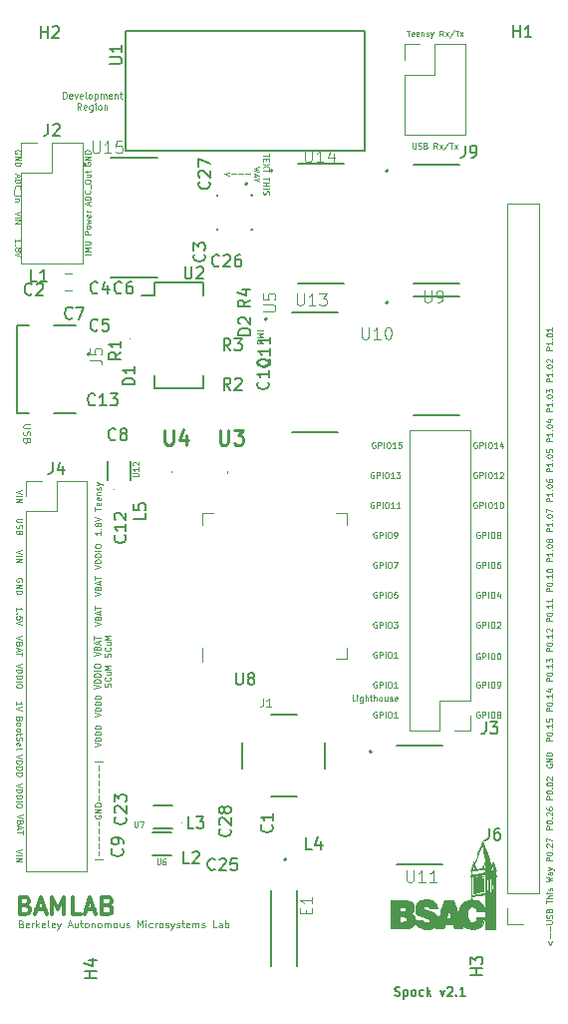
<source format=gbr>
%TF.GenerationSoftware,KiCad,Pcbnew,(5.0.2)-1*%
%TF.CreationDate,2021-04-28T15:39:28-07:00*%
%TF.ProjectId,Spock,53706f63-6b2e-46b6-9963-61645f706362,rev?*%
%TF.SameCoordinates,Original*%
%TF.FileFunction,Legend,Top*%
%TF.FilePolarity,Positive*%
%FSLAX46Y46*%
G04 Gerber Fmt 4.6, Leading zero omitted, Abs format (unit mm)*
G04 Created by KiCad (PCBNEW (5.0.2)-1) date 4/28/2021 3:39:28 PM*
%MOMM*%
%LPD*%
G01*
G04 APERTURE LIST*
%ADD10C,0.096800*%
%ADD11C,0.120000*%
%ADD12C,0.122200*%
%ADD13C,0.150000*%
%ADD14C,0.100000*%
%ADD15C,0.375000*%
%ADD16C,0.127000*%
%ADD17C,0.200000*%
%ADD18C,0.010000*%
%ADD19C,0.254000*%
%ADD20C,0.015000*%
G04 APERTURE END LIST*
D10*
X209591838Y-70044028D02*
X209223076Y-70044028D01*
X208992600Y-70044028D02*
X208623838Y-70044028D01*
X208393361Y-70044028D02*
X208024600Y-70044028D01*
X207794123Y-70182314D02*
X207425361Y-70044028D01*
X207794123Y-69905742D01*
X235270552Y-84982028D02*
X234786552Y-84982028D01*
X234786552Y-84797647D01*
X234809600Y-84751552D01*
X234832647Y-84728504D01*
X234878742Y-84705457D01*
X234947885Y-84705457D01*
X234993980Y-84728504D01*
X235017028Y-84751552D01*
X235040076Y-84797647D01*
X235040076Y-84982028D01*
X235270552Y-84244504D02*
X235270552Y-84521076D01*
X235270552Y-84382790D02*
X234786552Y-84382790D01*
X234855695Y-84428885D01*
X234901790Y-84474980D01*
X234924838Y-84521076D01*
X235224457Y-84037076D02*
X235247504Y-84014028D01*
X235270552Y-84037076D01*
X235247504Y-84060123D01*
X235224457Y-84037076D01*
X235270552Y-84037076D01*
X234786552Y-83714409D02*
X234786552Y-83668314D01*
X234809600Y-83622219D01*
X234832647Y-83599171D01*
X234878742Y-83576123D01*
X234970933Y-83553076D01*
X235086171Y-83553076D01*
X235178361Y-83576123D01*
X235224457Y-83599171D01*
X235247504Y-83622219D01*
X235270552Y-83668314D01*
X235270552Y-83714409D01*
X235247504Y-83760504D01*
X235224457Y-83783552D01*
X235178361Y-83806600D01*
X235086171Y-83829647D01*
X234970933Y-83829647D01*
X234878742Y-83806600D01*
X234832647Y-83783552D01*
X234809600Y-83760504D01*
X234786552Y-83714409D01*
X235270552Y-83092123D02*
X235270552Y-83368695D01*
X235270552Y-83230409D02*
X234786552Y-83230409D01*
X234855695Y-83276504D01*
X234901790Y-83322600D01*
X234924838Y-83368695D01*
X235270552Y-87649028D02*
X234786552Y-87649028D01*
X234786552Y-87464647D01*
X234809600Y-87418552D01*
X234832647Y-87395504D01*
X234878742Y-87372457D01*
X234947885Y-87372457D01*
X234993980Y-87395504D01*
X235017028Y-87418552D01*
X235040076Y-87464647D01*
X235040076Y-87649028D01*
X235270552Y-86911504D02*
X235270552Y-87188076D01*
X235270552Y-87049790D02*
X234786552Y-87049790D01*
X234855695Y-87095885D01*
X234901790Y-87141980D01*
X234924838Y-87188076D01*
X235224457Y-86704076D02*
X235247504Y-86681028D01*
X235270552Y-86704076D01*
X235247504Y-86727123D01*
X235224457Y-86704076D01*
X235270552Y-86704076D01*
X234786552Y-86381409D02*
X234786552Y-86335314D01*
X234809600Y-86289219D01*
X234832647Y-86266171D01*
X234878742Y-86243123D01*
X234970933Y-86220076D01*
X235086171Y-86220076D01*
X235178361Y-86243123D01*
X235224457Y-86266171D01*
X235247504Y-86289219D01*
X235270552Y-86335314D01*
X235270552Y-86381409D01*
X235247504Y-86427504D01*
X235224457Y-86450552D01*
X235178361Y-86473600D01*
X235086171Y-86496647D01*
X234970933Y-86496647D01*
X234878742Y-86473600D01*
X234832647Y-86450552D01*
X234809600Y-86427504D01*
X234786552Y-86381409D01*
X234832647Y-86035695D02*
X234809600Y-86012647D01*
X234786552Y-85966552D01*
X234786552Y-85851314D01*
X234809600Y-85805219D01*
X234832647Y-85782171D01*
X234878742Y-85759123D01*
X234924838Y-85759123D01*
X234993980Y-85782171D01*
X235270552Y-86058742D01*
X235270552Y-85759123D01*
X235270552Y-90189028D02*
X234786552Y-90189028D01*
X234786552Y-90004647D01*
X234809600Y-89958552D01*
X234832647Y-89935504D01*
X234878742Y-89912457D01*
X234947885Y-89912457D01*
X234993980Y-89935504D01*
X235017028Y-89958552D01*
X235040076Y-90004647D01*
X235040076Y-90189028D01*
X235270552Y-89451504D02*
X235270552Y-89728076D01*
X235270552Y-89589790D02*
X234786552Y-89589790D01*
X234855695Y-89635885D01*
X234901790Y-89681980D01*
X234924838Y-89728076D01*
X235224457Y-89244076D02*
X235247504Y-89221028D01*
X235270552Y-89244076D01*
X235247504Y-89267123D01*
X235224457Y-89244076D01*
X235270552Y-89244076D01*
X234786552Y-88921409D02*
X234786552Y-88875314D01*
X234809600Y-88829219D01*
X234832647Y-88806171D01*
X234878742Y-88783123D01*
X234970933Y-88760076D01*
X235086171Y-88760076D01*
X235178361Y-88783123D01*
X235224457Y-88806171D01*
X235247504Y-88829219D01*
X235270552Y-88875314D01*
X235270552Y-88921409D01*
X235247504Y-88967504D01*
X235224457Y-88990552D01*
X235178361Y-89013600D01*
X235086171Y-89036647D01*
X234970933Y-89036647D01*
X234878742Y-89013600D01*
X234832647Y-88990552D01*
X234809600Y-88967504D01*
X234786552Y-88921409D01*
X234786552Y-88598742D02*
X234786552Y-88299123D01*
X234970933Y-88460457D01*
X234970933Y-88391314D01*
X234993980Y-88345219D01*
X235017028Y-88322171D01*
X235063123Y-88299123D01*
X235178361Y-88299123D01*
X235224457Y-88322171D01*
X235247504Y-88345219D01*
X235270552Y-88391314D01*
X235270552Y-88529600D01*
X235247504Y-88575695D01*
X235224457Y-88598742D01*
X235270552Y-92729028D02*
X234786552Y-92729028D01*
X234786552Y-92544647D01*
X234809600Y-92498552D01*
X234832647Y-92475504D01*
X234878742Y-92452457D01*
X234947885Y-92452457D01*
X234993980Y-92475504D01*
X235017028Y-92498552D01*
X235040076Y-92544647D01*
X235040076Y-92729028D01*
X235270552Y-91991504D02*
X235270552Y-92268076D01*
X235270552Y-92129790D02*
X234786552Y-92129790D01*
X234855695Y-92175885D01*
X234901790Y-92221980D01*
X234924838Y-92268076D01*
X235224457Y-91784076D02*
X235247504Y-91761028D01*
X235270552Y-91784076D01*
X235247504Y-91807123D01*
X235224457Y-91784076D01*
X235270552Y-91784076D01*
X234786552Y-91461409D02*
X234786552Y-91415314D01*
X234809600Y-91369219D01*
X234832647Y-91346171D01*
X234878742Y-91323123D01*
X234970933Y-91300076D01*
X235086171Y-91300076D01*
X235178361Y-91323123D01*
X235224457Y-91346171D01*
X235247504Y-91369219D01*
X235270552Y-91415314D01*
X235270552Y-91461409D01*
X235247504Y-91507504D01*
X235224457Y-91530552D01*
X235178361Y-91553600D01*
X235086171Y-91576647D01*
X234970933Y-91576647D01*
X234878742Y-91553600D01*
X234832647Y-91530552D01*
X234809600Y-91507504D01*
X234786552Y-91461409D01*
X234947885Y-90885219D02*
X235270552Y-90885219D01*
X234763504Y-91000457D02*
X235109219Y-91115695D01*
X235109219Y-90816076D01*
X235270552Y-95269028D02*
X234786552Y-95269028D01*
X234786552Y-95084647D01*
X234809600Y-95038552D01*
X234832647Y-95015504D01*
X234878742Y-94992457D01*
X234947885Y-94992457D01*
X234993980Y-95015504D01*
X235017028Y-95038552D01*
X235040076Y-95084647D01*
X235040076Y-95269028D01*
X235270552Y-94531504D02*
X235270552Y-94808076D01*
X235270552Y-94669790D02*
X234786552Y-94669790D01*
X234855695Y-94715885D01*
X234901790Y-94761980D01*
X234924838Y-94808076D01*
X235224457Y-94324076D02*
X235247504Y-94301028D01*
X235270552Y-94324076D01*
X235247504Y-94347123D01*
X235224457Y-94324076D01*
X235270552Y-94324076D01*
X234786552Y-94001409D02*
X234786552Y-93955314D01*
X234809600Y-93909219D01*
X234832647Y-93886171D01*
X234878742Y-93863123D01*
X234970933Y-93840076D01*
X235086171Y-93840076D01*
X235178361Y-93863123D01*
X235224457Y-93886171D01*
X235247504Y-93909219D01*
X235270552Y-93955314D01*
X235270552Y-94001409D01*
X235247504Y-94047504D01*
X235224457Y-94070552D01*
X235178361Y-94093600D01*
X235086171Y-94116647D01*
X234970933Y-94116647D01*
X234878742Y-94093600D01*
X234832647Y-94070552D01*
X234809600Y-94047504D01*
X234786552Y-94001409D01*
X234786552Y-93402171D02*
X234786552Y-93632647D01*
X235017028Y-93655695D01*
X234993980Y-93632647D01*
X234970933Y-93586552D01*
X234970933Y-93471314D01*
X234993980Y-93425219D01*
X235017028Y-93402171D01*
X235063123Y-93379123D01*
X235178361Y-93379123D01*
X235224457Y-93402171D01*
X235247504Y-93425219D01*
X235270552Y-93471314D01*
X235270552Y-93586552D01*
X235247504Y-93632647D01*
X235224457Y-93655695D01*
X235270552Y-97809028D02*
X234786552Y-97809028D01*
X234786552Y-97624647D01*
X234809600Y-97578552D01*
X234832647Y-97555504D01*
X234878742Y-97532457D01*
X234947885Y-97532457D01*
X234993980Y-97555504D01*
X235017028Y-97578552D01*
X235040076Y-97624647D01*
X235040076Y-97809028D01*
X235270552Y-97071504D02*
X235270552Y-97348076D01*
X235270552Y-97209790D02*
X234786552Y-97209790D01*
X234855695Y-97255885D01*
X234901790Y-97301980D01*
X234924838Y-97348076D01*
X235224457Y-96864076D02*
X235247504Y-96841028D01*
X235270552Y-96864076D01*
X235247504Y-96887123D01*
X235224457Y-96864076D01*
X235270552Y-96864076D01*
X234786552Y-96541409D02*
X234786552Y-96495314D01*
X234809600Y-96449219D01*
X234832647Y-96426171D01*
X234878742Y-96403123D01*
X234970933Y-96380076D01*
X235086171Y-96380076D01*
X235178361Y-96403123D01*
X235224457Y-96426171D01*
X235247504Y-96449219D01*
X235270552Y-96495314D01*
X235270552Y-96541409D01*
X235247504Y-96587504D01*
X235224457Y-96610552D01*
X235178361Y-96633600D01*
X235086171Y-96656647D01*
X234970933Y-96656647D01*
X234878742Y-96633600D01*
X234832647Y-96610552D01*
X234809600Y-96587504D01*
X234786552Y-96541409D01*
X234786552Y-95965219D02*
X234786552Y-96057409D01*
X234809600Y-96103504D01*
X234832647Y-96126552D01*
X234901790Y-96172647D01*
X234993980Y-96195695D01*
X235178361Y-96195695D01*
X235224457Y-96172647D01*
X235247504Y-96149600D01*
X235270552Y-96103504D01*
X235270552Y-96011314D01*
X235247504Y-95965219D01*
X235224457Y-95942171D01*
X235178361Y-95919123D01*
X235063123Y-95919123D01*
X235017028Y-95942171D01*
X234993980Y-95965219D01*
X234970933Y-96011314D01*
X234970933Y-96103504D01*
X234993980Y-96149600D01*
X235017028Y-96172647D01*
X235063123Y-96195695D01*
X235270552Y-100349028D02*
X234786552Y-100349028D01*
X234786552Y-100164647D01*
X234809600Y-100118552D01*
X234832647Y-100095504D01*
X234878742Y-100072457D01*
X234947885Y-100072457D01*
X234993980Y-100095504D01*
X235017028Y-100118552D01*
X235040076Y-100164647D01*
X235040076Y-100349028D01*
X235270552Y-99611504D02*
X235270552Y-99888076D01*
X235270552Y-99749790D02*
X234786552Y-99749790D01*
X234855695Y-99795885D01*
X234901790Y-99841980D01*
X234924838Y-99888076D01*
X235224457Y-99404076D02*
X235247504Y-99381028D01*
X235270552Y-99404076D01*
X235247504Y-99427123D01*
X235224457Y-99404076D01*
X235270552Y-99404076D01*
X234786552Y-99081409D02*
X234786552Y-99035314D01*
X234809600Y-98989219D01*
X234832647Y-98966171D01*
X234878742Y-98943123D01*
X234970933Y-98920076D01*
X235086171Y-98920076D01*
X235178361Y-98943123D01*
X235224457Y-98966171D01*
X235247504Y-98989219D01*
X235270552Y-99035314D01*
X235270552Y-99081409D01*
X235247504Y-99127504D01*
X235224457Y-99150552D01*
X235178361Y-99173600D01*
X235086171Y-99196647D01*
X234970933Y-99196647D01*
X234878742Y-99173600D01*
X234832647Y-99150552D01*
X234809600Y-99127504D01*
X234786552Y-99081409D01*
X234786552Y-98758742D02*
X234786552Y-98436076D01*
X235270552Y-98643504D01*
X235270552Y-102889028D02*
X234786552Y-102889028D01*
X234786552Y-102704647D01*
X234809600Y-102658552D01*
X234832647Y-102635504D01*
X234878742Y-102612457D01*
X234947885Y-102612457D01*
X234993980Y-102635504D01*
X235017028Y-102658552D01*
X235040076Y-102704647D01*
X235040076Y-102889028D01*
X235270552Y-102151504D02*
X235270552Y-102428076D01*
X235270552Y-102289790D02*
X234786552Y-102289790D01*
X234855695Y-102335885D01*
X234901790Y-102381980D01*
X234924838Y-102428076D01*
X235224457Y-101944076D02*
X235247504Y-101921028D01*
X235270552Y-101944076D01*
X235247504Y-101967123D01*
X235224457Y-101944076D01*
X235270552Y-101944076D01*
X234786552Y-101621409D02*
X234786552Y-101575314D01*
X234809600Y-101529219D01*
X234832647Y-101506171D01*
X234878742Y-101483123D01*
X234970933Y-101460076D01*
X235086171Y-101460076D01*
X235178361Y-101483123D01*
X235224457Y-101506171D01*
X235247504Y-101529219D01*
X235270552Y-101575314D01*
X235270552Y-101621409D01*
X235247504Y-101667504D01*
X235224457Y-101690552D01*
X235178361Y-101713600D01*
X235086171Y-101736647D01*
X234970933Y-101736647D01*
X234878742Y-101713600D01*
X234832647Y-101690552D01*
X234809600Y-101667504D01*
X234786552Y-101621409D01*
X234993980Y-101183504D02*
X234970933Y-101229600D01*
X234947885Y-101252647D01*
X234901790Y-101275695D01*
X234878742Y-101275695D01*
X234832647Y-101252647D01*
X234809600Y-101229600D01*
X234786552Y-101183504D01*
X234786552Y-101091314D01*
X234809600Y-101045219D01*
X234832647Y-101022171D01*
X234878742Y-100999123D01*
X234901790Y-100999123D01*
X234947885Y-101022171D01*
X234970933Y-101045219D01*
X234993980Y-101091314D01*
X234993980Y-101183504D01*
X235017028Y-101229600D01*
X235040076Y-101252647D01*
X235086171Y-101275695D01*
X235178361Y-101275695D01*
X235224457Y-101252647D01*
X235247504Y-101229600D01*
X235270552Y-101183504D01*
X235270552Y-101091314D01*
X235247504Y-101045219D01*
X235224457Y-101022171D01*
X235178361Y-100999123D01*
X235086171Y-100999123D01*
X235040076Y-101022171D01*
X235017028Y-101045219D01*
X234993980Y-101091314D01*
X235270552Y-105429028D02*
X234786552Y-105429028D01*
X234786552Y-105244647D01*
X234809600Y-105198552D01*
X234832647Y-105175504D01*
X234878742Y-105152457D01*
X234947885Y-105152457D01*
X234993980Y-105175504D01*
X235017028Y-105198552D01*
X235040076Y-105244647D01*
X235040076Y-105429028D01*
X234786552Y-104852838D02*
X234786552Y-104806742D01*
X234809600Y-104760647D01*
X234832647Y-104737600D01*
X234878742Y-104714552D01*
X234970933Y-104691504D01*
X235086171Y-104691504D01*
X235178361Y-104714552D01*
X235224457Y-104737600D01*
X235247504Y-104760647D01*
X235270552Y-104806742D01*
X235270552Y-104852838D01*
X235247504Y-104898933D01*
X235224457Y-104921980D01*
X235178361Y-104945028D01*
X235086171Y-104968076D01*
X234970933Y-104968076D01*
X234878742Y-104945028D01*
X234832647Y-104921980D01*
X234809600Y-104898933D01*
X234786552Y-104852838D01*
X235224457Y-104484076D02*
X235247504Y-104461028D01*
X235270552Y-104484076D01*
X235247504Y-104507123D01*
X235224457Y-104484076D01*
X235270552Y-104484076D01*
X235270552Y-104000076D02*
X235270552Y-104276647D01*
X235270552Y-104138361D02*
X234786552Y-104138361D01*
X234855695Y-104184457D01*
X234901790Y-104230552D01*
X234924838Y-104276647D01*
X234786552Y-103700457D02*
X234786552Y-103654361D01*
X234809600Y-103608266D01*
X234832647Y-103585219D01*
X234878742Y-103562171D01*
X234970933Y-103539123D01*
X235086171Y-103539123D01*
X235178361Y-103562171D01*
X235224457Y-103585219D01*
X235247504Y-103608266D01*
X235270552Y-103654361D01*
X235270552Y-103700457D01*
X235247504Y-103746552D01*
X235224457Y-103769600D01*
X235178361Y-103792647D01*
X235086171Y-103815695D01*
X234970933Y-103815695D01*
X234878742Y-103792647D01*
X234832647Y-103769600D01*
X234809600Y-103746552D01*
X234786552Y-103700457D01*
X235270552Y-107969028D02*
X234786552Y-107969028D01*
X234786552Y-107784647D01*
X234809600Y-107738552D01*
X234832647Y-107715504D01*
X234878742Y-107692457D01*
X234947885Y-107692457D01*
X234993980Y-107715504D01*
X235017028Y-107738552D01*
X235040076Y-107784647D01*
X235040076Y-107969028D01*
X234786552Y-107392838D02*
X234786552Y-107346742D01*
X234809600Y-107300647D01*
X234832647Y-107277600D01*
X234878742Y-107254552D01*
X234970933Y-107231504D01*
X235086171Y-107231504D01*
X235178361Y-107254552D01*
X235224457Y-107277600D01*
X235247504Y-107300647D01*
X235270552Y-107346742D01*
X235270552Y-107392838D01*
X235247504Y-107438933D01*
X235224457Y-107461980D01*
X235178361Y-107485028D01*
X235086171Y-107508076D01*
X234970933Y-107508076D01*
X234878742Y-107485028D01*
X234832647Y-107461980D01*
X234809600Y-107438933D01*
X234786552Y-107392838D01*
X235224457Y-107024076D02*
X235247504Y-107001028D01*
X235270552Y-107024076D01*
X235247504Y-107047123D01*
X235224457Y-107024076D01*
X235270552Y-107024076D01*
X235270552Y-106540076D02*
X235270552Y-106816647D01*
X235270552Y-106678361D02*
X234786552Y-106678361D01*
X234855695Y-106724457D01*
X234901790Y-106770552D01*
X234924838Y-106816647D01*
X235270552Y-106079123D02*
X235270552Y-106355695D01*
X235270552Y-106217409D02*
X234786552Y-106217409D01*
X234855695Y-106263504D01*
X234901790Y-106309600D01*
X234924838Y-106355695D01*
X235270552Y-110509028D02*
X234786552Y-110509028D01*
X234786552Y-110324647D01*
X234809600Y-110278552D01*
X234832647Y-110255504D01*
X234878742Y-110232457D01*
X234947885Y-110232457D01*
X234993980Y-110255504D01*
X235017028Y-110278552D01*
X235040076Y-110324647D01*
X235040076Y-110509028D01*
X234786552Y-109932838D02*
X234786552Y-109886742D01*
X234809600Y-109840647D01*
X234832647Y-109817600D01*
X234878742Y-109794552D01*
X234970933Y-109771504D01*
X235086171Y-109771504D01*
X235178361Y-109794552D01*
X235224457Y-109817600D01*
X235247504Y-109840647D01*
X235270552Y-109886742D01*
X235270552Y-109932838D01*
X235247504Y-109978933D01*
X235224457Y-110001980D01*
X235178361Y-110025028D01*
X235086171Y-110048076D01*
X234970933Y-110048076D01*
X234878742Y-110025028D01*
X234832647Y-110001980D01*
X234809600Y-109978933D01*
X234786552Y-109932838D01*
X235224457Y-109564076D02*
X235247504Y-109541028D01*
X235270552Y-109564076D01*
X235247504Y-109587123D01*
X235224457Y-109564076D01*
X235270552Y-109564076D01*
X235270552Y-109080076D02*
X235270552Y-109356647D01*
X235270552Y-109218361D02*
X234786552Y-109218361D01*
X234855695Y-109264457D01*
X234901790Y-109310552D01*
X234924838Y-109356647D01*
X234832647Y-108895695D02*
X234809600Y-108872647D01*
X234786552Y-108826552D01*
X234786552Y-108711314D01*
X234809600Y-108665219D01*
X234832647Y-108642171D01*
X234878742Y-108619123D01*
X234924838Y-108619123D01*
X234993980Y-108642171D01*
X235270552Y-108918742D01*
X235270552Y-108619123D01*
X235270552Y-113049028D02*
X234786552Y-113049028D01*
X234786552Y-112864647D01*
X234809600Y-112818552D01*
X234832647Y-112795504D01*
X234878742Y-112772457D01*
X234947885Y-112772457D01*
X234993980Y-112795504D01*
X235017028Y-112818552D01*
X235040076Y-112864647D01*
X235040076Y-113049028D01*
X234786552Y-112472838D02*
X234786552Y-112426742D01*
X234809600Y-112380647D01*
X234832647Y-112357600D01*
X234878742Y-112334552D01*
X234970933Y-112311504D01*
X235086171Y-112311504D01*
X235178361Y-112334552D01*
X235224457Y-112357600D01*
X235247504Y-112380647D01*
X235270552Y-112426742D01*
X235270552Y-112472838D01*
X235247504Y-112518933D01*
X235224457Y-112541980D01*
X235178361Y-112565028D01*
X235086171Y-112588076D01*
X234970933Y-112588076D01*
X234878742Y-112565028D01*
X234832647Y-112541980D01*
X234809600Y-112518933D01*
X234786552Y-112472838D01*
X235224457Y-112104076D02*
X235247504Y-112081028D01*
X235270552Y-112104076D01*
X235247504Y-112127123D01*
X235224457Y-112104076D01*
X235270552Y-112104076D01*
X235270552Y-111620076D02*
X235270552Y-111896647D01*
X235270552Y-111758361D02*
X234786552Y-111758361D01*
X234855695Y-111804457D01*
X234901790Y-111850552D01*
X234924838Y-111896647D01*
X234786552Y-111458742D02*
X234786552Y-111159123D01*
X234970933Y-111320457D01*
X234970933Y-111251314D01*
X234993980Y-111205219D01*
X235017028Y-111182171D01*
X235063123Y-111159123D01*
X235178361Y-111159123D01*
X235224457Y-111182171D01*
X235247504Y-111205219D01*
X235270552Y-111251314D01*
X235270552Y-111389600D01*
X235247504Y-111435695D01*
X235224457Y-111458742D01*
X235270552Y-115589028D02*
X234786552Y-115589028D01*
X234786552Y-115404647D01*
X234809600Y-115358552D01*
X234832647Y-115335504D01*
X234878742Y-115312457D01*
X234947885Y-115312457D01*
X234993980Y-115335504D01*
X235017028Y-115358552D01*
X235040076Y-115404647D01*
X235040076Y-115589028D01*
X234786552Y-115012838D02*
X234786552Y-114966742D01*
X234809600Y-114920647D01*
X234832647Y-114897600D01*
X234878742Y-114874552D01*
X234970933Y-114851504D01*
X235086171Y-114851504D01*
X235178361Y-114874552D01*
X235224457Y-114897600D01*
X235247504Y-114920647D01*
X235270552Y-114966742D01*
X235270552Y-115012838D01*
X235247504Y-115058933D01*
X235224457Y-115081980D01*
X235178361Y-115105028D01*
X235086171Y-115128076D01*
X234970933Y-115128076D01*
X234878742Y-115105028D01*
X234832647Y-115081980D01*
X234809600Y-115058933D01*
X234786552Y-115012838D01*
X235224457Y-114644076D02*
X235247504Y-114621028D01*
X235270552Y-114644076D01*
X235247504Y-114667123D01*
X235224457Y-114644076D01*
X235270552Y-114644076D01*
X235270552Y-114160076D02*
X235270552Y-114436647D01*
X235270552Y-114298361D02*
X234786552Y-114298361D01*
X234855695Y-114344457D01*
X234901790Y-114390552D01*
X234924838Y-114436647D01*
X234947885Y-113745219D02*
X235270552Y-113745219D01*
X234763504Y-113860457D02*
X235109219Y-113975695D01*
X235109219Y-113676076D01*
X235270552Y-118129028D02*
X234786552Y-118129028D01*
X234786552Y-117944647D01*
X234809600Y-117898552D01*
X234832647Y-117875504D01*
X234878742Y-117852457D01*
X234947885Y-117852457D01*
X234993980Y-117875504D01*
X235017028Y-117898552D01*
X235040076Y-117944647D01*
X235040076Y-118129028D01*
X234786552Y-117552838D02*
X234786552Y-117506742D01*
X234809600Y-117460647D01*
X234832647Y-117437600D01*
X234878742Y-117414552D01*
X234970933Y-117391504D01*
X235086171Y-117391504D01*
X235178361Y-117414552D01*
X235224457Y-117437600D01*
X235247504Y-117460647D01*
X235270552Y-117506742D01*
X235270552Y-117552838D01*
X235247504Y-117598933D01*
X235224457Y-117621980D01*
X235178361Y-117645028D01*
X235086171Y-117668076D01*
X234970933Y-117668076D01*
X234878742Y-117645028D01*
X234832647Y-117621980D01*
X234809600Y-117598933D01*
X234786552Y-117552838D01*
X235224457Y-117184076D02*
X235247504Y-117161028D01*
X235270552Y-117184076D01*
X235247504Y-117207123D01*
X235224457Y-117184076D01*
X235270552Y-117184076D01*
X235270552Y-116700076D02*
X235270552Y-116976647D01*
X235270552Y-116838361D02*
X234786552Y-116838361D01*
X234855695Y-116884457D01*
X234901790Y-116930552D01*
X234924838Y-116976647D01*
X234786552Y-116262171D02*
X234786552Y-116492647D01*
X235017028Y-116515695D01*
X234993980Y-116492647D01*
X234970933Y-116446552D01*
X234970933Y-116331314D01*
X234993980Y-116285219D01*
X235017028Y-116262171D01*
X235063123Y-116239123D01*
X235178361Y-116239123D01*
X235224457Y-116262171D01*
X235247504Y-116285219D01*
X235270552Y-116331314D01*
X235270552Y-116446552D01*
X235247504Y-116492647D01*
X235224457Y-116515695D01*
X234809600Y-120104361D02*
X234786552Y-120150457D01*
X234786552Y-120219600D01*
X234809600Y-120288742D01*
X234855695Y-120334838D01*
X234901790Y-120357885D01*
X234993980Y-120380933D01*
X235063123Y-120380933D01*
X235155314Y-120357885D01*
X235201409Y-120334838D01*
X235247504Y-120288742D01*
X235270552Y-120219600D01*
X235270552Y-120173504D01*
X235247504Y-120104361D01*
X235224457Y-120081314D01*
X235063123Y-120081314D01*
X235063123Y-120173504D01*
X235270552Y-119873885D02*
X234786552Y-119873885D01*
X235270552Y-119597314D01*
X234786552Y-119597314D01*
X235270552Y-119366838D02*
X234786552Y-119366838D01*
X234786552Y-119251600D01*
X234809600Y-119182457D01*
X234855695Y-119136361D01*
X234901790Y-119113314D01*
X234993980Y-119090266D01*
X235063123Y-119090266D01*
X235155314Y-119113314D01*
X235201409Y-119136361D01*
X235247504Y-119182457D01*
X235270552Y-119251600D01*
X235270552Y-119366838D01*
X235270552Y-123082028D02*
X234786552Y-123082028D01*
X234786552Y-122897647D01*
X234809600Y-122851552D01*
X234832647Y-122828504D01*
X234878742Y-122805457D01*
X234947885Y-122805457D01*
X234993980Y-122828504D01*
X235017028Y-122851552D01*
X235040076Y-122897647D01*
X235040076Y-123082028D01*
X234786552Y-122505838D02*
X234786552Y-122459742D01*
X234809600Y-122413647D01*
X234832647Y-122390600D01*
X234878742Y-122367552D01*
X234970933Y-122344504D01*
X235086171Y-122344504D01*
X235178361Y-122367552D01*
X235224457Y-122390600D01*
X235247504Y-122413647D01*
X235270552Y-122459742D01*
X235270552Y-122505838D01*
X235247504Y-122551933D01*
X235224457Y-122574980D01*
X235178361Y-122598028D01*
X235086171Y-122621076D01*
X234970933Y-122621076D01*
X234878742Y-122598028D01*
X234832647Y-122574980D01*
X234809600Y-122551933D01*
X234786552Y-122505838D01*
X235224457Y-122137076D02*
X235247504Y-122114028D01*
X235270552Y-122137076D01*
X235247504Y-122160123D01*
X235224457Y-122137076D01*
X235270552Y-122137076D01*
X234786552Y-121814409D02*
X234786552Y-121768314D01*
X234809600Y-121722219D01*
X234832647Y-121699171D01*
X234878742Y-121676123D01*
X234970933Y-121653076D01*
X235086171Y-121653076D01*
X235178361Y-121676123D01*
X235224457Y-121699171D01*
X235247504Y-121722219D01*
X235270552Y-121768314D01*
X235270552Y-121814409D01*
X235247504Y-121860504D01*
X235224457Y-121883552D01*
X235178361Y-121906600D01*
X235086171Y-121929647D01*
X234970933Y-121929647D01*
X234878742Y-121906600D01*
X234832647Y-121883552D01*
X234809600Y-121860504D01*
X234786552Y-121814409D01*
X234832647Y-121468695D02*
X234809600Y-121445647D01*
X234786552Y-121399552D01*
X234786552Y-121284314D01*
X234809600Y-121238219D01*
X234832647Y-121215171D01*
X234878742Y-121192123D01*
X234924838Y-121192123D01*
X234993980Y-121215171D01*
X235270552Y-121491742D01*
X235270552Y-121192123D01*
X235270552Y-125622028D02*
X234786552Y-125622028D01*
X234786552Y-125437647D01*
X234809600Y-125391552D01*
X234832647Y-125368504D01*
X234878742Y-125345457D01*
X234947885Y-125345457D01*
X234993980Y-125368504D01*
X235017028Y-125391552D01*
X235040076Y-125437647D01*
X235040076Y-125622028D01*
X234786552Y-125045838D02*
X234786552Y-124999742D01*
X234809600Y-124953647D01*
X234832647Y-124930600D01*
X234878742Y-124907552D01*
X234970933Y-124884504D01*
X235086171Y-124884504D01*
X235178361Y-124907552D01*
X235224457Y-124930600D01*
X235247504Y-124953647D01*
X235270552Y-124999742D01*
X235270552Y-125045838D01*
X235247504Y-125091933D01*
X235224457Y-125114980D01*
X235178361Y-125138028D01*
X235086171Y-125161076D01*
X234970933Y-125161076D01*
X234878742Y-125138028D01*
X234832647Y-125114980D01*
X234809600Y-125091933D01*
X234786552Y-125045838D01*
X235224457Y-124677076D02*
X235247504Y-124654028D01*
X235270552Y-124677076D01*
X235247504Y-124700123D01*
X235224457Y-124677076D01*
X235270552Y-124677076D01*
X234832647Y-124469647D02*
X234809600Y-124446600D01*
X234786552Y-124400504D01*
X234786552Y-124285266D01*
X234809600Y-124239171D01*
X234832647Y-124216123D01*
X234878742Y-124193076D01*
X234924838Y-124193076D01*
X234993980Y-124216123D01*
X235270552Y-124492695D01*
X235270552Y-124193076D01*
X234786552Y-123778219D02*
X234786552Y-123870409D01*
X234809600Y-123916504D01*
X234832647Y-123939552D01*
X234901790Y-123985647D01*
X234993980Y-124008695D01*
X235178361Y-124008695D01*
X235224457Y-123985647D01*
X235247504Y-123962600D01*
X235270552Y-123916504D01*
X235270552Y-123824314D01*
X235247504Y-123778219D01*
X235224457Y-123755171D01*
X235178361Y-123732123D01*
X235063123Y-123732123D01*
X235017028Y-123755171D01*
X234993980Y-123778219D01*
X234970933Y-123824314D01*
X234970933Y-123916504D01*
X234993980Y-123962600D01*
X235017028Y-123985647D01*
X235063123Y-124008695D01*
X235270552Y-128289028D02*
X234786552Y-128289028D01*
X234786552Y-128104647D01*
X234809600Y-128058552D01*
X234832647Y-128035504D01*
X234878742Y-128012457D01*
X234947885Y-128012457D01*
X234993980Y-128035504D01*
X235017028Y-128058552D01*
X235040076Y-128104647D01*
X235040076Y-128289028D01*
X234786552Y-127712838D02*
X234786552Y-127666742D01*
X234809600Y-127620647D01*
X234832647Y-127597600D01*
X234878742Y-127574552D01*
X234970933Y-127551504D01*
X235086171Y-127551504D01*
X235178361Y-127574552D01*
X235224457Y-127597600D01*
X235247504Y-127620647D01*
X235270552Y-127666742D01*
X235270552Y-127712838D01*
X235247504Y-127758933D01*
X235224457Y-127781980D01*
X235178361Y-127805028D01*
X235086171Y-127828076D01*
X234970933Y-127828076D01*
X234878742Y-127805028D01*
X234832647Y-127781980D01*
X234809600Y-127758933D01*
X234786552Y-127712838D01*
X235224457Y-127344076D02*
X235247504Y-127321028D01*
X235270552Y-127344076D01*
X235247504Y-127367123D01*
X235224457Y-127344076D01*
X235270552Y-127344076D01*
X234832647Y-127136647D02*
X234809600Y-127113600D01*
X234786552Y-127067504D01*
X234786552Y-126952266D01*
X234809600Y-126906171D01*
X234832647Y-126883123D01*
X234878742Y-126860076D01*
X234924838Y-126860076D01*
X234993980Y-126883123D01*
X235270552Y-127159695D01*
X235270552Y-126860076D01*
X234786552Y-126698742D02*
X234786552Y-126376076D01*
X235270552Y-126583504D01*
D11*
X190089600Y-68300647D02*
X190113409Y-68253028D01*
X190113409Y-68181600D01*
X190089600Y-68110171D01*
X190041980Y-68062552D01*
X189994361Y-68038742D01*
X189899123Y-68014933D01*
X189827695Y-68014933D01*
X189732457Y-68038742D01*
X189684838Y-68062552D01*
X189637219Y-68110171D01*
X189613409Y-68181600D01*
X189613409Y-68229219D01*
X189637219Y-68300647D01*
X189661028Y-68324457D01*
X189827695Y-68324457D01*
X189827695Y-68229219D01*
X189613409Y-68538742D02*
X190113409Y-68538742D01*
X189613409Y-68824457D01*
X190113409Y-68824457D01*
X189613409Y-69062552D02*
X190113409Y-69062552D01*
X190113409Y-69181600D01*
X190089600Y-69253028D01*
X190041980Y-69300647D01*
X189994361Y-69324457D01*
X189899123Y-69348266D01*
X189827695Y-69348266D01*
X189732457Y-69324457D01*
X189684838Y-69300647D01*
X189637219Y-69253028D01*
X189613409Y-69181600D01*
X189613409Y-69062552D01*
X195558600Y-69062552D02*
X195534790Y-69110171D01*
X195534790Y-69181600D01*
X195558600Y-69253028D01*
X195606219Y-69300647D01*
X195653838Y-69324457D01*
X195749076Y-69348266D01*
X195820504Y-69348266D01*
X195915742Y-69324457D01*
X195963361Y-69300647D01*
X196010980Y-69253028D01*
X196034790Y-69181600D01*
X196034790Y-69133980D01*
X196010980Y-69062552D01*
X195987171Y-69038742D01*
X195820504Y-69038742D01*
X195820504Y-69133980D01*
X196034790Y-68824457D02*
X195534790Y-68824457D01*
X196034790Y-68538742D01*
X195534790Y-68538742D01*
X196034790Y-68300647D02*
X195534790Y-68300647D01*
X195534790Y-68181600D01*
X195558600Y-68110171D01*
X195606219Y-68062552D01*
X195653838Y-68038742D01*
X195749076Y-68014933D01*
X195820504Y-68014933D01*
X195915742Y-68038742D01*
X195963361Y-68062552D01*
X196010980Y-68110171D01*
X196034790Y-68181600D01*
X196034790Y-68300647D01*
X195891933Y-72662076D02*
X195891933Y-72423980D01*
X196034790Y-72709695D02*
X195534790Y-72543028D01*
X196034790Y-72376361D01*
X196034790Y-72209695D02*
X195534790Y-72209695D01*
X195534790Y-72090647D01*
X195558600Y-72019219D01*
X195606219Y-71971600D01*
X195653838Y-71947790D01*
X195749076Y-71923980D01*
X195820504Y-71923980D01*
X195915742Y-71947790D01*
X195963361Y-71971600D01*
X196010980Y-72019219D01*
X196034790Y-72090647D01*
X196034790Y-72209695D01*
X195987171Y-71423980D02*
X196010980Y-71447790D01*
X196034790Y-71519219D01*
X196034790Y-71566838D01*
X196010980Y-71638266D01*
X195963361Y-71685885D01*
X195915742Y-71709695D01*
X195820504Y-71733504D01*
X195749076Y-71733504D01*
X195653838Y-71709695D01*
X195606219Y-71685885D01*
X195558600Y-71638266D01*
X195534790Y-71566838D01*
X195534790Y-71519219D01*
X195558600Y-71447790D01*
X195582409Y-71423980D01*
X196082409Y-71328742D02*
X196082409Y-70947790D01*
X195534790Y-70733504D02*
X195534790Y-70638266D01*
X195558600Y-70590647D01*
X195606219Y-70543028D01*
X195701457Y-70519219D01*
X195868123Y-70519219D01*
X195963361Y-70543028D01*
X196010980Y-70590647D01*
X196034790Y-70638266D01*
X196034790Y-70733504D01*
X196010980Y-70781123D01*
X195963361Y-70828742D01*
X195868123Y-70852552D01*
X195701457Y-70852552D01*
X195606219Y-70828742D01*
X195558600Y-70781123D01*
X195534790Y-70733504D01*
X195701457Y-70090647D02*
X196034790Y-70090647D01*
X195701457Y-70304933D02*
X195963361Y-70304933D01*
X196010980Y-70281123D01*
X196034790Y-70233504D01*
X196034790Y-70162076D01*
X196010980Y-70114457D01*
X195987171Y-70090647D01*
X195701457Y-69923980D02*
X195701457Y-69733504D01*
X195534790Y-69852552D02*
X195963361Y-69852552D01*
X196010980Y-69828742D01*
X196034790Y-69781123D01*
X196034790Y-69733504D01*
X196034790Y-76876838D02*
X195534790Y-76876838D01*
X196034790Y-76638742D02*
X195534790Y-76638742D01*
X195891933Y-76472076D01*
X195534790Y-76305409D01*
X196034790Y-76305409D01*
X195534790Y-76067314D02*
X195939552Y-76067314D01*
X195987171Y-76043504D01*
X196010980Y-76019695D01*
X196034790Y-75972076D01*
X196034790Y-75876838D01*
X196010980Y-75829219D01*
X195987171Y-75805409D01*
X195939552Y-75781600D01*
X195534790Y-75781600D01*
X196034790Y-75162552D02*
X195534790Y-75162552D01*
X195534790Y-74972076D01*
X195558600Y-74924457D01*
X195582409Y-74900647D01*
X195630028Y-74876838D01*
X195701457Y-74876838D01*
X195749076Y-74900647D01*
X195772885Y-74924457D01*
X195796695Y-74972076D01*
X195796695Y-75162552D01*
X196034790Y-74591123D02*
X196010980Y-74638742D01*
X195987171Y-74662552D01*
X195939552Y-74686361D01*
X195796695Y-74686361D01*
X195749076Y-74662552D01*
X195725266Y-74638742D01*
X195701457Y-74591123D01*
X195701457Y-74519695D01*
X195725266Y-74472076D01*
X195749076Y-74448266D01*
X195796695Y-74424457D01*
X195939552Y-74424457D01*
X195987171Y-74448266D01*
X196010980Y-74472076D01*
X196034790Y-74519695D01*
X196034790Y-74591123D01*
X195701457Y-74257790D02*
X196034790Y-74162552D01*
X195796695Y-74067314D01*
X196034790Y-73972076D01*
X195701457Y-73876838D01*
X196010980Y-73495885D02*
X196034790Y-73543504D01*
X196034790Y-73638742D01*
X196010980Y-73686361D01*
X195963361Y-73710171D01*
X195772885Y-73710171D01*
X195725266Y-73686361D01*
X195701457Y-73638742D01*
X195701457Y-73543504D01*
X195725266Y-73495885D01*
X195772885Y-73472076D01*
X195820504Y-73472076D01*
X195868123Y-73710171D01*
X196034790Y-73257790D02*
X195701457Y-73257790D01*
X195796695Y-73257790D02*
X195749076Y-73233980D01*
X195725266Y-73210171D01*
X195701457Y-73162552D01*
X195701457Y-73114933D01*
X189613409Y-75873028D02*
X189613409Y-75587314D01*
X189613409Y-75730171D02*
X190113409Y-75730171D01*
X190041980Y-75682552D01*
X189994361Y-75634933D01*
X189970552Y-75587314D01*
X189661028Y-76087314D02*
X189637219Y-76111123D01*
X189613409Y-76087314D01*
X189637219Y-76063504D01*
X189661028Y-76087314D01*
X189613409Y-76087314D01*
X189899123Y-76396838D02*
X189922933Y-76349219D01*
X189946742Y-76325409D01*
X189994361Y-76301600D01*
X190018171Y-76301600D01*
X190065790Y-76325409D01*
X190089600Y-76349219D01*
X190113409Y-76396838D01*
X190113409Y-76492076D01*
X190089600Y-76539695D01*
X190065790Y-76563504D01*
X190018171Y-76587314D01*
X189994361Y-76587314D01*
X189946742Y-76563504D01*
X189922933Y-76539695D01*
X189899123Y-76492076D01*
X189899123Y-76396838D01*
X189875314Y-76349219D01*
X189851504Y-76325409D01*
X189803885Y-76301600D01*
X189708647Y-76301600D01*
X189661028Y-76325409D01*
X189637219Y-76349219D01*
X189613409Y-76396838D01*
X189613409Y-76492076D01*
X189637219Y-76539695D01*
X189661028Y-76563504D01*
X189708647Y-76587314D01*
X189803885Y-76587314D01*
X189851504Y-76563504D01*
X189875314Y-76539695D01*
X189899123Y-76492076D01*
X190113409Y-76730171D02*
X189613409Y-76896838D01*
X190113409Y-77063504D01*
D12*
X196356492Y-113690914D02*
X196865892Y-113521114D01*
X196356492Y-113351314D01*
X196865892Y-113181514D02*
X196356492Y-113181514D01*
X196356492Y-113060228D01*
X196380750Y-112987457D01*
X196429264Y-112938942D01*
X196477778Y-112914685D01*
X196574807Y-112890428D01*
X196647578Y-112890428D01*
X196744607Y-112914685D01*
X196793121Y-112938942D01*
X196841635Y-112987457D01*
X196865892Y-113060228D01*
X196865892Y-113181514D01*
X196865892Y-112672114D02*
X196356492Y-112672114D01*
X196356492Y-112550828D01*
X196380750Y-112478057D01*
X196429264Y-112429542D01*
X196477778Y-112405285D01*
X196574807Y-112381028D01*
X196647578Y-112381028D01*
X196744607Y-112405285D01*
X196793121Y-112429542D01*
X196841635Y-112478057D01*
X196865892Y-112550828D01*
X196865892Y-112672114D01*
X196865892Y-112162714D02*
X196356492Y-112162714D01*
X196356492Y-111823114D02*
X196356492Y-111726085D01*
X196380750Y-111677571D01*
X196429264Y-111629057D01*
X196526292Y-111604800D01*
X196696092Y-111604800D01*
X196793121Y-111629057D01*
X196841635Y-111677571D01*
X196865892Y-111726085D01*
X196865892Y-111823114D01*
X196841635Y-111871628D01*
X196793121Y-111920142D01*
X196696092Y-111944400D01*
X196526292Y-111944400D01*
X196429264Y-111920142D01*
X196380750Y-111871628D01*
X196356492Y-111823114D01*
X197727935Y-113545371D02*
X197752192Y-113472600D01*
X197752192Y-113351314D01*
X197727935Y-113302800D01*
X197703678Y-113278542D01*
X197655164Y-113254285D01*
X197606650Y-113254285D01*
X197558135Y-113278542D01*
X197533878Y-113302800D01*
X197509621Y-113351314D01*
X197485364Y-113448342D01*
X197461107Y-113496857D01*
X197436850Y-113521114D01*
X197388335Y-113545371D01*
X197339821Y-113545371D01*
X197291307Y-113521114D01*
X197267050Y-113496857D01*
X197242792Y-113448342D01*
X197242792Y-113327057D01*
X197267050Y-113254285D01*
X197703678Y-112744885D02*
X197727935Y-112769142D01*
X197752192Y-112841914D01*
X197752192Y-112890428D01*
X197727935Y-112963200D01*
X197679421Y-113011714D01*
X197630907Y-113035971D01*
X197533878Y-113060228D01*
X197461107Y-113060228D01*
X197364078Y-113035971D01*
X197315564Y-113011714D01*
X197267050Y-112963200D01*
X197242792Y-112890428D01*
X197242792Y-112841914D01*
X197267050Y-112769142D01*
X197291307Y-112744885D01*
X197412592Y-112308257D02*
X197752192Y-112308257D01*
X197412592Y-112526571D02*
X197679421Y-112526571D01*
X197727935Y-112502314D01*
X197752192Y-112453800D01*
X197752192Y-112381028D01*
X197727935Y-112332514D01*
X197703678Y-112308257D01*
X197752192Y-112065685D02*
X197242792Y-112065685D01*
X197606650Y-111895885D01*
X197242792Y-111726085D01*
X197752192Y-111726085D01*
X196418642Y-98596457D02*
X196418642Y-98305371D01*
X196928042Y-98450914D02*
X196418642Y-98450914D01*
X196903785Y-97941514D02*
X196928042Y-97990028D01*
X196928042Y-98087057D01*
X196903785Y-98135571D01*
X196855271Y-98159828D01*
X196661214Y-98159828D01*
X196612700Y-98135571D01*
X196588442Y-98087057D01*
X196588442Y-97990028D01*
X196612700Y-97941514D01*
X196661214Y-97917257D01*
X196709728Y-97917257D01*
X196758242Y-98159828D01*
X196903785Y-97504885D02*
X196928042Y-97553400D01*
X196928042Y-97650428D01*
X196903785Y-97698942D01*
X196855271Y-97723200D01*
X196661214Y-97723200D01*
X196612700Y-97698942D01*
X196588442Y-97650428D01*
X196588442Y-97553400D01*
X196612700Y-97504885D01*
X196661214Y-97480628D01*
X196709728Y-97480628D01*
X196758242Y-97723200D01*
X196588442Y-97262314D02*
X196928042Y-97262314D01*
X196636957Y-97262314D02*
X196612700Y-97238057D01*
X196588442Y-97189542D01*
X196588442Y-97116771D01*
X196612700Y-97068257D01*
X196661214Y-97044000D01*
X196928042Y-97044000D01*
X196903785Y-96825685D02*
X196928042Y-96777171D01*
X196928042Y-96680142D01*
X196903785Y-96631628D01*
X196855271Y-96607371D01*
X196831014Y-96607371D01*
X196782500Y-96631628D01*
X196758242Y-96680142D01*
X196758242Y-96752914D01*
X196733985Y-96801428D01*
X196685471Y-96825685D01*
X196661214Y-96825685D01*
X196612700Y-96801428D01*
X196588442Y-96752914D01*
X196588442Y-96680142D01*
X196612700Y-96631628D01*
X196588442Y-96437571D02*
X196928042Y-96316285D01*
X196588442Y-96195000D02*
X196928042Y-96316285D01*
X197049328Y-96364800D01*
X197073585Y-96389057D01*
X197097842Y-96437571D01*
X196928042Y-100360228D02*
X196928042Y-100651314D01*
X196928042Y-100505771D02*
X196418642Y-100505771D01*
X196491414Y-100554285D01*
X196539928Y-100602800D01*
X196564185Y-100651314D01*
X196879528Y-100141914D02*
X196903785Y-100117657D01*
X196928042Y-100141914D01*
X196903785Y-100166171D01*
X196879528Y-100141914D01*
X196928042Y-100141914D01*
X196636957Y-99826571D02*
X196612700Y-99875085D01*
X196588442Y-99899342D01*
X196539928Y-99923600D01*
X196515671Y-99923600D01*
X196467157Y-99899342D01*
X196442900Y-99875085D01*
X196418642Y-99826571D01*
X196418642Y-99729542D01*
X196442900Y-99681028D01*
X196467157Y-99656771D01*
X196515671Y-99632514D01*
X196539928Y-99632514D01*
X196588442Y-99656771D01*
X196612700Y-99681028D01*
X196636957Y-99729542D01*
X196636957Y-99826571D01*
X196661214Y-99875085D01*
X196685471Y-99899342D01*
X196733985Y-99923600D01*
X196831014Y-99923600D01*
X196879528Y-99899342D01*
X196903785Y-99875085D01*
X196928042Y-99826571D01*
X196928042Y-99729542D01*
X196903785Y-99681028D01*
X196879528Y-99656771D01*
X196831014Y-99632514D01*
X196733985Y-99632514D01*
X196685471Y-99656771D01*
X196661214Y-99681028D01*
X196636957Y-99729542D01*
X196418642Y-99486971D02*
X196928042Y-99317171D01*
X196418642Y-99147371D01*
X189736157Y-107106971D02*
X189736157Y-106815885D01*
X189736157Y-106961428D02*
X190245557Y-106961428D01*
X190172785Y-106912914D01*
X190124271Y-106864400D01*
X190100014Y-106815885D01*
X189784671Y-107325285D02*
X189760414Y-107349542D01*
X189736157Y-107325285D01*
X189760414Y-107301028D01*
X189784671Y-107325285D01*
X189736157Y-107325285D01*
X190245557Y-107810428D02*
X190245557Y-107567857D01*
X190002985Y-107543600D01*
X190027242Y-107567857D01*
X190051500Y-107616371D01*
X190051500Y-107737657D01*
X190027242Y-107786171D01*
X190002985Y-107810428D01*
X189954471Y-107834685D01*
X189833185Y-107834685D01*
X189784671Y-107810428D01*
X189760414Y-107786171D01*
X189736157Y-107737657D01*
X189736157Y-107616371D01*
X189760414Y-107567857D01*
X189784671Y-107543600D01*
X190245557Y-107980228D02*
X189736157Y-108150028D01*
X190245557Y-108319828D01*
X190221300Y-104615485D02*
X190245557Y-104566971D01*
X190245557Y-104494200D01*
X190221300Y-104421428D01*
X190172785Y-104372914D01*
X190124271Y-104348657D01*
X190027242Y-104324400D01*
X189954471Y-104324400D01*
X189857442Y-104348657D01*
X189808928Y-104372914D01*
X189760414Y-104421428D01*
X189736157Y-104494200D01*
X189736157Y-104542714D01*
X189760414Y-104615485D01*
X189784671Y-104639742D01*
X189954471Y-104639742D01*
X189954471Y-104542714D01*
X189736157Y-104858057D02*
X190245557Y-104858057D01*
X189736157Y-105149142D01*
X190245557Y-105149142D01*
X189736157Y-105391714D02*
X190245557Y-105391714D01*
X190245557Y-105513000D01*
X190221300Y-105585771D01*
X190172785Y-105634285D01*
X190124271Y-105658542D01*
X190027242Y-105682800D01*
X189954471Y-105682800D01*
X189857442Y-105658542D01*
X189808928Y-105634285D01*
X189760414Y-105585771D01*
X189736157Y-105513000D01*
X189736157Y-105391714D01*
X190245557Y-99280785D02*
X189833185Y-99280785D01*
X189784671Y-99305042D01*
X189760414Y-99329300D01*
X189736157Y-99377814D01*
X189736157Y-99474842D01*
X189760414Y-99523357D01*
X189784671Y-99547614D01*
X189833185Y-99571871D01*
X190245557Y-99571871D01*
X189760414Y-99790185D02*
X189736157Y-99862957D01*
X189736157Y-99984242D01*
X189760414Y-100032757D01*
X189784671Y-100057014D01*
X189833185Y-100081271D01*
X189881700Y-100081271D01*
X189930214Y-100057014D01*
X189954471Y-100032757D01*
X189978728Y-99984242D01*
X190002985Y-99887214D01*
X190027242Y-99838700D01*
X190051500Y-99814442D01*
X190100014Y-99790185D01*
X190148528Y-99790185D01*
X190197042Y-99814442D01*
X190221300Y-99838700D01*
X190245557Y-99887214D01*
X190245557Y-100008500D01*
X190221300Y-100081271D01*
X190002985Y-100469385D02*
X189978728Y-100542157D01*
X189954471Y-100566414D01*
X189905957Y-100590671D01*
X189833185Y-100590671D01*
X189784671Y-100566414D01*
X189760414Y-100542157D01*
X189736157Y-100493642D01*
X189736157Y-100299585D01*
X190245557Y-100299585D01*
X190245557Y-100469385D01*
X190221300Y-100517900D01*
X190197042Y-100542157D01*
X190148528Y-100566414D01*
X190100014Y-100566414D01*
X190051500Y-100542157D01*
X190027242Y-100517900D01*
X190002985Y-100469385D01*
X190002985Y-100299585D01*
X190245557Y-101905685D02*
X189736157Y-102075485D01*
X190245557Y-102245285D01*
X189736157Y-102415085D02*
X190245557Y-102415085D01*
X189736157Y-102657657D02*
X190245557Y-102657657D01*
X189736157Y-102948742D01*
X190245557Y-102948742D01*
X190245557Y-96825685D02*
X189736157Y-96995485D01*
X190245557Y-97165285D01*
X189736157Y-97335085D02*
X190245557Y-97335085D01*
X189736157Y-97577657D02*
X190245557Y-97577657D01*
X189736157Y-97868742D01*
X190245557Y-97868742D01*
X196418642Y-103530914D02*
X196928042Y-103361114D01*
X196418642Y-103191314D01*
X196928042Y-103021514D02*
X196418642Y-103021514D01*
X196418642Y-102900228D01*
X196442900Y-102827457D01*
X196491414Y-102778942D01*
X196539928Y-102754685D01*
X196636957Y-102730428D01*
X196709728Y-102730428D01*
X196806757Y-102754685D01*
X196855271Y-102778942D01*
X196903785Y-102827457D01*
X196928042Y-102900228D01*
X196928042Y-103021514D01*
X196928042Y-102512114D02*
X196418642Y-102512114D01*
X196418642Y-102390828D01*
X196442900Y-102318057D01*
X196491414Y-102269542D01*
X196539928Y-102245285D01*
X196636957Y-102221028D01*
X196709728Y-102221028D01*
X196806757Y-102245285D01*
X196855271Y-102269542D01*
X196903785Y-102318057D01*
X196928042Y-102390828D01*
X196928042Y-102512114D01*
X196928042Y-102002714D02*
X196418642Y-102002714D01*
X196418642Y-101663114D02*
X196418642Y-101566085D01*
X196442900Y-101517571D01*
X196491414Y-101469057D01*
X196588442Y-101444800D01*
X196758242Y-101444800D01*
X196855271Y-101469057D01*
X196903785Y-101517571D01*
X196928042Y-101566085D01*
X196928042Y-101663114D01*
X196903785Y-101711628D01*
X196855271Y-101760142D01*
X196758242Y-101784400D01*
X196588442Y-101784400D01*
X196491414Y-101760142D01*
X196442900Y-101711628D01*
X196418642Y-101663114D01*
X196418642Y-105840471D02*
X196928042Y-105670671D01*
X196418642Y-105500871D01*
X196661214Y-105161271D02*
X196685471Y-105088500D01*
X196709728Y-105064242D01*
X196758242Y-105039985D01*
X196831014Y-105039985D01*
X196879528Y-105064242D01*
X196903785Y-105088500D01*
X196928042Y-105137014D01*
X196928042Y-105331071D01*
X196418642Y-105331071D01*
X196418642Y-105161271D01*
X196442900Y-105112757D01*
X196467157Y-105088500D01*
X196515671Y-105064242D01*
X196564185Y-105064242D01*
X196612700Y-105088500D01*
X196636957Y-105112757D01*
X196661214Y-105161271D01*
X196661214Y-105331071D01*
X196782500Y-104845928D02*
X196782500Y-104603357D01*
X196928042Y-104894442D02*
X196418642Y-104724642D01*
X196928042Y-104554842D01*
X196418642Y-104457814D02*
X196418642Y-104166728D01*
X196928042Y-104312271D02*
X196418642Y-104312271D01*
X196356492Y-110920471D02*
X196865892Y-110750671D01*
X196356492Y-110580871D01*
X196599064Y-110241271D02*
X196623321Y-110168500D01*
X196647578Y-110144242D01*
X196696092Y-110119985D01*
X196768864Y-110119985D01*
X196817378Y-110144242D01*
X196841635Y-110168500D01*
X196865892Y-110217014D01*
X196865892Y-110411071D01*
X196356492Y-110411071D01*
X196356492Y-110241271D01*
X196380750Y-110192757D01*
X196405007Y-110168500D01*
X196453521Y-110144242D01*
X196502035Y-110144242D01*
X196550550Y-110168500D01*
X196574807Y-110192757D01*
X196599064Y-110241271D01*
X196599064Y-110411071D01*
X196720350Y-109925928D02*
X196720350Y-109683357D01*
X196865892Y-109974442D02*
X196356492Y-109804642D01*
X196865892Y-109634842D01*
X196356492Y-109537814D02*
X196356492Y-109246728D01*
X196865892Y-109392271D02*
X196356492Y-109392271D01*
X197727935Y-111005371D02*
X197752192Y-110932600D01*
X197752192Y-110811314D01*
X197727935Y-110762800D01*
X197703678Y-110738542D01*
X197655164Y-110714285D01*
X197606650Y-110714285D01*
X197558135Y-110738542D01*
X197533878Y-110762800D01*
X197509621Y-110811314D01*
X197485364Y-110908342D01*
X197461107Y-110956857D01*
X197436850Y-110981114D01*
X197388335Y-111005371D01*
X197339821Y-111005371D01*
X197291307Y-110981114D01*
X197267050Y-110956857D01*
X197242792Y-110908342D01*
X197242792Y-110787057D01*
X197267050Y-110714285D01*
X197703678Y-110204885D02*
X197727935Y-110229142D01*
X197752192Y-110301914D01*
X197752192Y-110350428D01*
X197727935Y-110423200D01*
X197679421Y-110471714D01*
X197630907Y-110495971D01*
X197533878Y-110520228D01*
X197461107Y-110520228D01*
X197364078Y-110495971D01*
X197315564Y-110471714D01*
X197267050Y-110423200D01*
X197242792Y-110350428D01*
X197242792Y-110301914D01*
X197267050Y-110229142D01*
X197291307Y-110204885D01*
X197412592Y-109768257D02*
X197752192Y-109768257D01*
X197412592Y-109986571D02*
X197679421Y-109986571D01*
X197727935Y-109962314D01*
X197752192Y-109913800D01*
X197752192Y-109841028D01*
X197727935Y-109792514D01*
X197703678Y-109768257D01*
X197752192Y-109525685D02*
X197242792Y-109525685D01*
X197606650Y-109355885D01*
X197242792Y-109186085D01*
X197752192Y-109186085D01*
X196418642Y-116097500D02*
X196928042Y-115927700D01*
X196418642Y-115757900D01*
X196928042Y-115588100D02*
X196418642Y-115588100D01*
X196418642Y-115466814D01*
X196442900Y-115394042D01*
X196491414Y-115345528D01*
X196539928Y-115321271D01*
X196636957Y-115297014D01*
X196709728Y-115297014D01*
X196806757Y-115321271D01*
X196855271Y-115345528D01*
X196903785Y-115394042D01*
X196928042Y-115466814D01*
X196928042Y-115588100D01*
X196928042Y-115078700D02*
X196418642Y-115078700D01*
X196418642Y-114957414D01*
X196442900Y-114884642D01*
X196491414Y-114836128D01*
X196539928Y-114811871D01*
X196636957Y-114787614D01*
X196709728Y-114787614D01*
X196806757Y-114811871D01*
X196855271Y-114836128D01*
X196903785Y-114884642D01*
X196928042Y-114957414D01*
X196928042Y-115078700D01*
X196928042Y-114569300D02*
X196418642Y-114569300D01*
X196418642Y-114448014D01*
X196442900Y-114375242D01*
X196491414Y-114326728D01*
X196539928Y-114302471D01*
X196636957Y-114278214D01*
X196709728Y-114278214D01*
X196806757Y-114302471D01*
X196855271Y-114326728D01*
X196903785Y-114375242D01*
X196928042Y-114448014D01*
X196928042Y-114569300D01*
X196418642Y-118637500D02*
X196928042Y-118467700D01*
X196418642Y-118297900D01*
X196928042Y-118128100D02*
X196418642Y-118128100D01*
X196418642Y-118006814D01*
X196442900Y-117934042D01*
X196491414Y-117885528D01*
X196539928Y-117861271D01*
X196636957Y-117837014D01*
X196709728Y-117837014D01*
X196806757Y-117861271D01*
X196855271Y-117885528D01*
X196903785Y-117934042D01*
X196928042Y-118006814D01*
X196928042Y-118128100D01*
X196928042Y-117618700D02*
X196418642Y-117618700D01*
X196418642Y-117497414D01*
X196442900Y-117424642D01*
X196491414Y-117376128D01*
X196539928Y-117351871D01*
X196636957Y-117327614D01*
X196709728Y-117327614D01*
X196806757Y-117351871D01*
X196855271Y-117376128D01*
X196903785Y-117424642D01*
X196928042Y-117497414D01*
X196928042Y-117618700D01*
X196928042Y-117109300D02*
X196418642Y-117109300D01*
X196418642Y-116988014D01*
X196442900Y-116915242D01*
X196491414Y-116866728D01*
X196539928Y-116842471D01*
X196636957Y-116818214D01*
X196709728Y-116818214D01*
X196806757Y-116842471D01*
X196855271Y-116866728D01*
X196903785Y-116915242D01*
X196928042Y-116988014D01*
X196928042Y-117109300D01*
X196418642Y-108380471D02*
X196928042Y-108210671D01*
X196418642Y-108040871D01*
X196661214Y-107701271D02*
X196685471Y-107628500D01*
X196709728Y-107604242D01*
X196758242Y-107579985D01*
X196831014Y-107579985D01*
X196879528Y-107604242D01*
X196903785Y-107628500D01*
X196928042Y-107677014D01*
X196928042Y-107871071D01*
X196418642Y-107871071D01*
X196418642Y-107701271D01*
X196442900Y-107652757D01*
X196467157Y-107628500D01*
X196515671Y-107604242D01*
X196564185Y-107604242D01*
X196612700Y-107628500D01*
X196636957Y-107652757D01*
X196661214Y-107701271D01*
X196661214Y-107871071D01*
X196782500Y-107385928D02*
X196782500Y-107143357D01*
X196928042Y-107434442D02*
X196418642Y-107264642D01*
X196928042Y-107094842D01*
X196418642Y-106997814D02*
X196418642Y-106706728D01*
X196928042Y-106852271D02*
X196418642Y-106852271D01*
X190245557Y-109246728D02*
X189736157Y-109416528D01*
X190245557Y-109586328D01*
X190002985Y-109925928D02*
X189978728Y-109998700D01*
X189954471Y-110022957D01*
X189905957Y-110047214D01*
X189833185Y-110047214D01*
X189784671Y-110022957D01*
X189760414Y-109998700D01*
X189736157Y-109950185D01*
X189736157Y-109756128D01*
X190245557Y-109756128D01*
X190245557Y-109925928D01*
X190221300Y-109974442D01*
X190197042Y-109998700D01*
X190148528Y-110022957D01*
X190100014Y-110022957D01*
X190051500Y-109998700D01*
X190027242Y-109974442D01*
X190002985Y-109925928D01*
X190002985Y-109756128D01*
X189881700Y-110241271D02*
X189881700Y-110483842D01*
X189736157Y-110192757D02*
X190245557Y-110362557D01*
X189736157Y-110532357D01*
X190245557Y-110629385D02*
X190245557Y-110920471D01*
X189736157Y-110774928D02*
X190245557Y-110774928D01*
X190245557Y-111556285D02*
X189736157Y-111726085D01*
X190245557Y-111895885D01*
X189736157Y-112065685D02*
X190245557Y-112065685D01*
X190245557Y-112186971D01*
X190221300Y-112259742D01*
X190172785Y-112308257D01*
X190124271Y-112332514D01*
X190027242Y-112356771D01*
X189954471Y-112356771D01*
X189857442Y-112332514D01*
X189808928Y-112308257D01*
X189760414Y-112259742D01*
X189736157Y-112186971D01*
X189736157Y-112065685D01*
X189736157Y-112575085D02*
X190245557Y-112575085D01*
X190245557Y-112696371D01*
X190221300Y-112769142D01*
X190172785Y-112817657D01*
X190124271Y-112841914D01*
X190027242Y-112866171D01*
X189954471Y-112866171D01*
X189857442Y-112841914D01*
X189808928Y-112817657D01*
X189760414Y-112769142D01*
X189736157Y-112696371D01*
X189736157Y-112575085D01*
X189736157Y-113084485D02*
X190245557Y-113084485D01*
X190245557Y-113424085D02*
X190245557Y-113521114D01*
X190221300Y-113569628D01*
X190172785Y-113618142D01*
X190075757Y-113642400D01*
X189905957Y-113642400D01*
X189808928Y-113618142D01*
X189760414Y-113569628D01*
X189736157Y-113521114D01*
X189736157Y-113424085D01*
X189760414Y-113375571D01*
X189808928Y-113327057D01*
X189905957Y-113302800D01*
X190075757Y-113302800D01*
X190172785Y-113327057D01*
X190221300Y-113375571D01*
X190245557Y-113424085D01*
X190002985Y-116285257D02*
X189978728Y-116358028D01*
X189954471Y-116382285D01*
X189905957Y-116406542D01*
X189833185Y-116406542D01*
X189784671Y-116382285D01*
X189760414Y-116358028D01*
X189736157Y-116309514D01*
X189736157Y-116115457D01*
X190245557Y-116115457D01*
X190245557Y-116285257D01*
X190221300Y-116333771D01*
X190197042Y-116358028D01*
X190148528Y-116382285D01*
X190100014Y-116382285D01*
X190051500Y-116358028D01*
X190027242Y-116333771D01*
X190002985Y-116285257D01*
X190002985Y-116115457D01*
X189736157Y-116697628D02*
X189760414Y-116649114D01*
X189784671Y-116624857D01*
X189833185Y-116600600D01*
X189978728Y-116600600D01*
X190027242Y-116624857D01*
X190051500Y-116649114D01*
X190075757Y-116697628D01*
X190075757Y-116770400D01*
X190051500Y-116818914D01*
X190027242Y-116843171D01*
X189978728Y-116867428D01*
X189833185Y-116867428D01*
X189784671Y-116843171D01*
X189760414Y-116818914D01*
X189736157Y-116770400D01*
X189736157Y-116697628D01*
X189736157Y-117158514D02*
X189760414Y-117110000D01*
X189784671Y-117085742D01*
X189833185Y-117061485D01*
X189978728Y-117061485D01*
X190027242Y-117085742D01*
X190051500Y-117110000D01*
X190075757Y-117158514D01*
X190075757Y-117231285D01*
X190051500Y-117279800D01*
X190027242Y-117304057D01*
X189978728Y-117328314D01*
X189833185Y-117328314D01*
X189784671Y-117304057D01*
X189760414Y-117279800D01*
X189736157Y-117231285D01*
X189736157Y-117158514D01*
X190075757Y-117473857D02*
X190075757Y-117667914D01*
X190245557Y-117546628D02*
X189808928Y-117546628D01*
X189760414Y-117570885D01*
X189736157Y-117619400D01*
X189736157Y-117667914D01*
X189760414Y-117813457D02*
X189736157Y-117886228D01*
X189736157Y-118007514D01*
X189760414Y-118056028D01*
X189784671Y-118080285D01*
X189833185Y-118104542D01*
X189881700Y-118104542D01*
X189930214Y-118080285D01*
X189954471Y-118056028D01*
X189978728Y-118007514D01*
X190002985Y-117910485D01*
X190027242Y-117861971D01*
X190051500Y-117837714D01*
X190100014Y-117813457D01*
X190148528Y-117813457D01*
X190197042Y-117837714D01*
X190221300Y-117861971D01*
X190245557Y-117910485D01*
X190245557Y-118031771D01*
X190221300Y-118104542D01*
X189760414Y-118516914D02*
X189736157Y-118468400D01*
X189736157Y-118371371D01*
X189760414Y-118322857D01*
X189808928Y-118298600D01*
X190002985Y-118298600D01*
X190051500Y-118322857D01*
X190075757Y-118371371D01*
X190075757Y-118468400D01*
X190051500Y-118516914D01*
X190002985Y-118541171D01*
X189954471Y-118541171D01*
X189905957Y-118298600D01*
X189736157Y-118832257D02*
X189760414Y-118783742D01*
X189808928Y-118759485D01*
X190245557Y-118759485D01*
X189736157Y-115090828D02*
X189736157Y-114799742D01*
X189736157Y-114945285D02*
X190245557Y-114945285D01*
X190172785Y-114896771D01*
X190124271Y-114848257D01*
X190100014Y-114799742D01*
X190245557Y-115236371D02*
X189736157Y-115406171D01*
X190245557Y-115575971D01*
X197097842Y-128225828D02*
X196370128Y-128225828D01*
X196733985Y-127861971D02*
X196733985Y-127473857D01*
X196733985Y-127231285D02*
X196733985Y-126843171D01*
X196733985Y-126600600D02*
X196733985Y-126212485D01*
X196733985Y-125969914D02*
X196733985Y-125581800D01*
X196733985Y-125339228D02*
X196733985Y-124951114D01*
X196442900Y-124441714D02*
X196418642Y-124490228D01*
X196418642Y-124563000D01*
X196442900Y-124635771D01*
X196491414Y-124684285D01*
X196539928Y-124708542D01*
X196636957Y-124732800D01*
X196709728Y-124732800D01*
X196806757Y-124708542D01*
X196855271Y-124684285D01*
X196903785Y-124635771D01*
X196928042Y-124563000D01*
X196928042Y-124514485D01*
X196903785Y-124441714D01*
X196879528Y-124417457D01*
X196709728Y-124417457D01*
X196709728Y-124514485D01*
X196928042Y-124199142D02*
X196418642Y-124199142D01*
X196928042Y-123908057D01*
X196418642Y-123908057D01*
X196928042Y-123665485D02*
X196418642Y-123665485D01*
X196418642Y-123544200D01*
X196442900Y-123471428D01*
X196491414Y-123422914D01*
X196539928Y-123398657D01*
X196636957Y-123374400D01*
X196709728Y-123374400D01*
X196806757Y-123398657D01*
X196855271Y-123422914D01*
X196903785Y-123471428D01*
X196928042Y-123544200D01*
X196928042Y-123665485D01*
X196733985Y-123156085D02*
X196733985Y-122767971D01*
X196733985Y-122525400D02*
X196733985Y-122137285D01*
X196733985Y-121894714D02*
X196733985Y-121506600D01*
X196733985Y-121264028D02*
X196733985Y-120875914D01*
X196733985Y-120633342D02*
X196733985Y-120245228D01*
X197097842Y-119881371D02*
X196370128Y-119881371D01*
D11*
X220105409Y-95355600D02*
X220057790Y-95331790D01*
X219986361Y-95331790D01*
X219914933Y-95355600D01*
X219867314Y-95403219D01*
X219843504Y-95450838D01*
X219819695Y-95546076D01*
X219819695Y-95617504D01*
X219843504Y-95712742D01*
X219867314Y-95760361D01*
X219914933Y-95807980D01*
X219986361Y-95831790D01*
X220033980Y-95831790D01*
X220105409Y-95807980D01*
X220129219Y-95784171D01*
X220129219Y-95617504D01*
X220033980Y-95617504D01*
X220343504Y-95831790D02*
X220343504Y-95331790D01*
X220533980Y-95331790D01*
X220581600Y-95355600D01*
X220605409Y-95379409D01*
X220629219Y-95427028D01*
X220629219Y-95498457D01*
X220605409Y-95546076D01*
X220581600Y-95569885D01*
X220533980Y-95593695D01*
X220343504Y-95593695D01*
X220843504Y-95831790D02*
X220843504Y-95331790D01*
X221176838Y-95331790D02*
X221272076Y-95331790D01*
X221319695Y-95355600D01*
X221367314Y-95403219D01*
X221391123Y-95498457D01*
X221391123Y-95665123D01*
X221367314Y-95760361D01*
X221319695Y-95807980D01*
X221272076Y-95831790D01*
X221176838Y-95831790D01*
X221129219Y-95807980D01*
X221081600Y-95760361D01*
X221057790Y-95665123D01*
X221057790Y-95498457D01*
X221081600Y-95403219D01*
X221129219Y-95355600D01*
X221176838Y-95331790D01*
X221867314Y-95831790D02*
X221581600Y-95831790D01*
X221724457Y-95831790D02*
X221724457Y-95331790D01*
X221676838Y-95403219D01*
X221629219Y-95450838D01*
X221581600Y-95474647D01*
X222033980Y-95331790D02*
X222343504Y-95331790D01*
X222176838Y-95522266D01*
X222248266Y-95522266D01*
X222295885Y-95546076D01*
X222319695Y-95569885D01*
X222343504Y-95617504D01*
X222343504Y-95736552D01*
X222319695Y-95784171D01*
X222295885Y-95807980D01*
X222248266Y-95831790D01*
X222105409Y-95831790D01*
X222057790Y-95807980D01*
X222033980Y-95784171D01*
X220105409Y-97895600D02*
X220057790Y-97871790D01*
X219986361Y-97871790D01*
X219914933Y-97895600D01*
X219867314Y-97943219D01*
X219843504Y-97990838D01*
X219819695Y-98086076D01*
X219819695Y-98157504D01*
X219843504Y-98252742D01*
X219867314Y-98300361D01*
X219914933Y-98347980D01*
X219986361Y-98371790D01*
X220033980Y-98371790D01*
X220105409Y-98347980D01*
X220129219Y-98324171D01*
X220129219Y-98157504D01*
X220033980Y-98157504D01*
X220343504Y-98371790D02*
X220343504Y-97871790D01*
X220533980Y-97871790D01*
X220581600Y-97895600D01*
X220605409Y-97919409D01*
X220629219Y-97967028D01*
X220629219Y-98038457D01*
X220605409Y-98086076D01*
X220581600Y-98109885D01*
X220533980Y-98133695D01*
X220343504Y-98133695D01*
X220843504Y-98371790D02*
X220843504Y-97871790D01*
X221176838Y-97871790D02*
X221272076Y-97871790D01*
X221319695Y-97895600D01*
X221367314Y-97943219D01*
X221391123Y-98038457D01*
X221391123Y-98205123D01*
X221367314Y-98300361D01*
X221319695Y-98347980D01*
X221272076Y-98371790D01*
X221176838Y-98371790D01*
X221129219Y-98347980D01*
X221081600Y-98300361D01*
X221057790Y-98205123D01*
X221057790Y-98038457D01*
X221081600Y-97943219D01*
X221129219Y-97895600D01*
X221176838Y-97871790D01*
X221867314Y-98371790D02*
X221581600Y-98371790D01*
X221724457Y-98371790D02*
X221724457Y-97871790D01*
X221676838Y-97943219D01*
X221629219Y-97990838D01*
X221581600Y-98014647D01*
X222343504Y-98371790D02*
X222057790Y-98371790D01*
X222200647Y-98371790D02*
X222200647Y-97871790D01*
X222153028Y-97943219D01*
X222105409Y-97990838D01*
X222057790Y-98014647D01*
X220343504Y-100435600D02*
X220295885Y-100411790D01*
X220224457Y-100411790D01*
X220153028Y-100435600D01*
X220105409Y-100483219D01*
X220081600Y-100530838D01*
X220057790Y-100626076D01*
X220057790Y-100697504D01*
X220081600Y-100792742D01*
X220105409Y-100840361D01*
X220153028Y-100887980D01*
X220224457Y-100911790D01*
X220272076Y-100911790D01*
X220343504Y-100887980D01*
X220367314Y-100864171D01*
X220367314Y-100697504D01*
X220272076Y-100697504D01*
X220581600Y-100911790D02*
X220581600Y-100411790D01*
X220772076Y-100411790D01*
X220819695Y-100435600D01*
X220843504Y-100459409D01*
X220867314Y-100507028D01*
X220867314Y-100578457D01*
X220843504Y-100626076D01*
X220819695Y-100649885D01*
X220772076Y-100673695D01*
X220581600Y-100673695D01*
X221081600Y-100911790D02*
X221081600Y-100411790D01*
X221414933Y-100411790D02*
X221510171Y-100411790D01*
X221557790Y-100435600D01*
X221605409Y-100483219D01*
X221629219Y-100578457D01*
X221629219Y-100745123D01*
X221605409Y-100840361D01*
X221557790Y-100887980D01*
X221510171Y-100911790D01*
X221414933Y-100911790D01*
X221367314Y-100887980D01*
X221319695Y-100840361D01*
X221295885Y-100745123D01*
X221295885Y-100578457D01*
X221319695Y-100483219D01*
X221367314Y-100435600D01*
X221414933Y-100411790D01*
X221867314Y-100911790D02*
X221962552Y-100911790D01*
X222010171Y-100887980D01*
X222033980Y-100864171D01*
X222081600Y-100792742D01*
X222105409Y-100697504D01*
X222105409Y-100507028D01*
X222081600Y-100459409D01*
X222057790Y-100435600D01*
X222010171Y-100411790D01*
X221914933Y-100411790D01*
X221867314Y-100435600D01*
X221843504Y-100459409D01*
X221819695Y-100507028D01*
X221819695Y-100626076D01*
X221843504Y-100673695D01*
X221867314Y-100697504D01*
X221914933Y-100721314D01*
X222010171Y-100721314D01*
X222057790Y-100697504D01*
X222081600Y-100673695D01*
X222105409Y-100626076D01*
X220343504Y-102975600D02*
X220295885Y-102951790D01*
X220224457Y-102951790D01*
X220153028Y-102975600D01*
X220105409Y-103023219D01*
X220081600Y-103070838D01*
X220057790Y-103166076D01*
X220057790Y-103237504D01*
X220081600Y-103332742D01*
X220105409Y-103380361D01*
X220153028Y-103427980D01*
X220224457Y-103451790D01*
X220272076Y-103451790D01*
X220343504Y-103427980D01*
X220367314Y-103404171D01*
X220367314Y-103237504D01*
X220272076Y-103237504D01*
X220581600Y-103451790D02*
X220581600Y-102951790D01*
X220772076Y-102951790D01*
X220819695Y-102975600D01*
X220843504Y-102999409D01*
X220867314Y-103047028D01*
X220867314Y-103118457D01*
X220843504Y-103166076D01*
X220819695Y-103189885D01*
X220772076Y-103213695D01*
X220581600Y-103213695D01*
X221081600Y-103451790D02*
X221081600Y-102951790D01*
X221414933Y-102951790D02*
X221510171Y-102951790D01*
X221557790Y-102975600D01*
X221605409Y-103023219D01*
X221629219Y-103118457D01*
X221629219Y-103285123D01*
X221605409Y-103380361D01*
X221557790Y-103427980D01*
X221510171Y-103451790D01*
X221414933Y-103451790D01*
X221367314Y-103427980D01*
X221319695Y-103380361D01*
X221295885Y-103285123D01*
X221295885Y-103118457D01*
X221319695Y-103023219D01*
X221367314Y-102975600D01*
X221414933Y-102951790D01*
X221795885Y-102951790D02*
X222129219Y-102951790D01*
X221914933Y-103451790D01*
X220343504Y-105515600D02*
X220295885Y-105491790D01*
X220224457Y-105491790D01*
X220153028Y-105515600D01*
X220105409Y-105563219D01*
X220081600Y-105610838D01*
X220057790Y-105706076D01*
X220057790Y-105777504D01*
X220081600Y-105872742D01*
X220105409Y-105920361D01*
X220153028Y-105967980D01*
X220224457Y-105991790D01*
X220272076Y-105991790D01*
X220343504Y-105967980D01*
X220367314Y-105944171D01*
X220367314Y-105777504D01*
X220272076Y-105777504D01*
X220581600Y-105991790D02*
X220581600Y-105491790D01*
X220772076Y-105491790D01*
X220819695Y-105515600D01*
X220843504Y-105539409D01*
X220867314Y-105587028D01*
X220867314Y-105658457D01*
X220843504Y-105706076D01*
X220819695Y-105729885D01*
X220772076Y-105753695D01*
X220581600Y-105753695D01*
X221081600Y-105991790D02*
X221081600Y-105491790D01*
X221414933Y-105491790D02*
X221510171Y-105491790D01*
X221557790Y-105515600D01*
X221605409Y-105563219D01*
X221629219Y-105658457D01*
X221629219Y-105825123D01*
X221605409Y-105920361D01*
X221557790Y-105967980D01*
X221510171Y-105991790D01*
X221414933Y-105991790D01*
X221367314Y-105967980D01*
X221319695Y-105920361D01*
X221295885Y-105825123D01*
X221295885Y-105658457D01*
X221319695Y-105563219D01*
X221367314Y-105515600D01*
X221414933Y-105491790D01*
X222081600Y-105491790D02*
X221843504Y-105491790D01*
X221819695Y-105729885D01*
X221843504Y-105706076D01*
X221891123Y-105682266D01*
X222010171Y-105682266D01*
X222057790Y-105706076D01*
X222081600Y-105729885D01*
X222105409Y-105777504D01*
X222105409Y-105896552D01*
X222081600Y-105944171D01*
X222057790Y-105967980D01*
X222010171Y-105991790D01*
X221891123Y-105991790D01*
X221843504Y-105967980D01*
X221819695Y-105944171D01*
X220343504Y-108055600D02*
X220295885Y-108031790D01*
X220224457Y-108031790D01*
X220153028Y-108055600D01*
X220105409Y-108103219D01*
X220081600Y-108150838D01*
X220057790Y-108246076D01*
X220057790Y-108317504D01*
X220081600Y-108412742D01*
X220105409Y-108460361D01*
X220153028Y-108507980D01*
X220224457Y-108531790D01*
X220272076Y-108531790D01*
X220343504Y-108507980D01*
X220367314Y-108484171D01*
X220367314Y-108317504D01*
X220272076Y-108317504D01*
X220581600Y-108531790D02*
X220581600Y-108031790D01*
X220772076Y-108031790D01*
X220819695Y-108055600D01*
X220843504Y-108079409D01*
X220867314Y-108127028D01*
X220867314Y-108198457D01*
X220843504Y-108246076D01*
X220819695Y-108269885D01*
X220772076Y-108293695D01*
X220581600Y-108293695D01*
X221081600Y-108531790D02*
X221081600Y-108031790D01*
X221414933Y-108031790D02*
X221510171Y-108031790D01*
X221557790Y-108055600D01*
X221605409Y-108103219D01*
X221629219Y-108198457D01*
X221629219Y-108365123D01*
X221605409Y-108460361D01*
X221557790Y-108507980D01*
X221510171Y-108531790D01*
X221414933Y-108531790D01*
X221367314Y-108507980D01*
X221319695Y-108460361D01*
X221295885Y-108365123D01*
X221295885Y-108198457D01*
X221319695Y-108103219D01*
X221367314Y-108055600D01*
X221414933Y-108031790D01*
X221795885Y-108031790D02*
X222105409Y-108031790D01*
X221938742Y-108222266D01*
X222010171Y-108222266D01*
X222057790Y-108246076D01*
X222081600Y-108269885D01*
X222105409Y-108317504D01*
X222105409Y-108436552D01*
X222081600Y-108484171D01*
X222057790Y-108507980D01*
X222010171Y-108531790D01*
X221867314Y-108531790D01*
X221819695Y-108507980D01*
X221795885Y-108484171D01*
X220343504Y-110595600D02*
X220295885Y-110571790D01*
X220224457Y-110571790D01*
X220153028Y-110595600D01*
X220105409Y-110643219D01*
X220081600Y-110690838D01*
X220057790Y-110786076D01*
X220057790Y-110857504D01*
X220081600Y-110952742D01*
X220105409Y-111000361D01*
X220153028Y-111047980D01*
X220224457Y-111071790D01*
X220272076Y-111071790D01*
X220343504Y-111047980D01*
X220367314Y-111024171D01*
X220367314Y-110857504D01*
X220272076Y-110857504D01*
X220581600Y-111071790D02*
X220581600Y-110571790D01*
X220772076Y-110571790D01*
X220819695Y-110595600D01*
X220843504Y-110619409D01*
X220867314Y-110667028D01*
X220867314Y-110738457D01*
X220843504Y-110786076D01*
X220819695Y-110809885D01*
X220772076Y-110833695D01*
X220581600Y-110833695D01*
X221081600Y-111071790D02*
X221081600Y-110571790D01*
X221414933Y-110571790D02*
X221510171Y-110571790D01*
X221557790Y-110595600D01*
X221605409Y-110643219D01*
X221629219Y-110738457D01*
X221629219Y-110905123D01*
X221605409Y-111000361D01*
X221557790Y-111047980D01*
X221510171Y-111071790D01*
X221414933Y-111071790D01*
X221367314Y-111047980D01*
X221319695Y-111000361D01*
X221295885Y-110905123D01*
X221295885Y-110738457D01*
X221319695Y-110643219D01*
X221367314Y-110595600D01*
X221414933Y-110571790D01*
X222105409Y-111071790D02*
X221819695Y-111071790D01*
X221962552Y-111071790D02*
X221962552Y-110571790D01*
X221914933Y-110643219D01*
X221867314Y-110690838D01*
X221819695Y-110714647D01*
X220343504Y-113135600D02*
X220295885Y-113111790D01*
X220224457Y-113111790D01*
X220153028Y-113135600D01*
X220105409Y-113183219D01*
X220081600Y-113230838D01*
X220057790Y-113326076D01*
X220057790Y-113397504D01*
X220081600Y-113492742D01*
X220105409Y-113540361D01*
X220153028Y-113587980D01*
X220224457Y-113611790D01*
X220272076Y-113611790D01*
X220343504Y-113587980D01*
X220367314Y-113564171D01*
X220367314Y-113397504D01*
X220272076Y-113397504D01*
X220581600Y-113611790D02*
X220581600Y-113111790D01*
X220772076Y-113111790D01*
X220819695Y-113135600D01*
X220843504Y-113159409D01*
X220867314Y-113207028D01*
X220867314Y-113278457D01*
X220843504Y-113326076D01*
X220819695Y-113349885D01*
X220772076Y-113373695D01*
X220581600Y-113373695D01*
X221081600Y-113611790D02*
X221081600Y-113111790D01*
X221414933Y-113111790D02*
X221510171Y-113111790D01*
X221557790Y-113135600D01*
X221605409Y-113183219D01*
X221629219Y-113278457D01*
X221629219Y-113445123D01*
X221605409Y-113540361D01*
X221557790Y-113587980D01*
X221510171Y-113611790D01*
X221414933Y-113611790D01*
X221367314Y-113587980D01*
X221319695Y-113540361D01*
X221295885Y-113445123D01*
X221295885Y-113278457D01*
X221319695Y-113183219D01*
X221367314Y-113135600D01*
X221414933Y-113111790D01*
X222105409Y-113611790D02*
X221819695Y-113611790D01*
X221962552Y-113611790D02*
X221962552Y-113111790D01*
X221914933Y-113183219D01*
X221867314Y-113230838D01*
X221819695Y-113254647D01*
X220343504Y-115675600D02*
X220295885Y-115651790D01*
X220224457Y-115651790D01*
X220153028Y-115675600D01*
X220105409Y-115723219D01*
X220081600Y-115770838D01*
X220057790Y-115866076D01*
X220057790Y-115937504D01*
X220081600Y-116032742D01*
X220105409Y-116080361D01*
X220153028Y-116127980D01*
X220224457Y-116151790D01*
X220272076Y-116151790D01*
X220343504Y-116127980D01*
X220367314Y-116104171D01*
X220367314Y-115937504D01*
X220272076Y-115937504D01*
X220581600Y-116151790D02*
X220581600Y-115651790D01*
X220772076Y-115651790D01*
X220819695Y-115675600D01*
X220843504Y-115699409D01*
X220867314Y-115747028D01*
X220867314Y-115818457D01*
X220843504Y-115866076D01*
X220819695Y-115889885D01*
X220772076Y-115913695D01*
X220581600Y-115913695D01*
X221081600Y-116151790D02*
X221081600Y-115651790D01*
X221414933Y-115651790D02*
X221510171Y-115651790D01*
X221557790Y-115675600D01*
X221605409Y-115723219D01*
X221629219Y-115818457D01*
X221629219Y-115985123D01*
X221605409Y-116080361D01*
X221557790Y-116127980D01*
X221510171Y-116151790D01*
X221414933Y-116151790D01*
X221367314Y-116127980D01*
X221319695Y-116080361D01*
X221295885Y-115985123D01*
X221295885Y-115818457D01*
X221319695Y-115723219D01*
X221367314Y-115675600D01*
X221414933Y-115651790D01*
X222105409Y-116151790D02*
X221819695Y-116151790D01*
X221962552Y-116151790D02*
X221962552Y-115651790D01*
X221914933Y-115723219D01*
X221867314Y-115770838D01*
X221819695Y-115794647D01*
X229106504Y-115675600D02*
X229058885Y-115651790D01*
X228987457Y-115651790D01*
X228916028Y-115675600D01*
X228868409Y-115723219D01*
X228844600Y-115770838D01*
X228820790Y-115866076D01*
X228820790Y-115937504D01*
X228844600Y-116032742D01*
X228868409Y-116080361D01*
X228916028Y-116127980D01*
X228987457Y-116151790D01*
X229035076Y-116151790D01*
X229106504Y-116127980D01*
X229130314Y-116104171D01*
X229130314Y-115937504D01*
X229035076Y-115937504D01*
X229344600Y-116151790D02*
X229344600Y-115651790D01*
X229535076Y-115651790D01*
X229582695Y-115675600D01*
X229606504Y-115699409D01*
X229630314Y-115747028D01*
X229630314Y-115818457D01*
X229606504Y-115866076D01*
X229582695Y-115889885D01*
X229535076Y-115913695D01*
X229344600Y-115913695D01*
X229844600Y-116151790D02*
X229844600Y-115651790D01*
X230177933Y-115651790D02*
X230273171Y-115651790D01*
X230320790Y-115675600D01*
X230368409Y-115723219D01*
X230392219Y-115818457D01*
X230392219Y-115985123D01*
X230368409Y-116080361D01*
X230320790Y-116127980D01*
X230273171Y-116151790D01*
X230177933Y-116151790D01*
X230130314Y-116127980D01*
X230082695Y-116080361D01*
X230058885Y-115985123D01*
X230058885Y-115818457D01*
X230082695Y-115723219D01*
X230130314Y-115675600D01*
X230177933Y-115651790D01*
X230677933Y-115866076D02*
X230630314Y-115842266D01*
X230606504Y-115818457D01*
X230582695Y-115770838D01*
X230582695Y-115747028D01*
X230606504Y-115699409D01*
X230630314Y-115675600D01*
X230677933Y-115651790D01*
X230773171Y-115651790D01*
X230820790Y-115675600D01*
X230844600Y-115699409D01*
X230868409Y-115747028D01*
X230868409Y-115770838D01*
X230844600Y-115818457D01*
X230820790Y-115842266D01*
X230773171Y-115866076D01*
X230677933Y-115866076D01*
X230630314Y-115889885D01*
X230606504Y-115913695D01*
X230582695Y-115961314D01*
X230582695Y-116056552D01*
X230606504Y-116104171D01*
X230630314Y-116127980D01*
X230677933Y-116151790D01*
X230773171Y-116151790D01*
X230820790Y-116127980D01*
X230844600Y-116104171D01*
X230868409Y-116056552D01*
X230868409Y-115961314D01*
X230844600Y-115913695D01*
X230820790Y-115889885D01*
X230773171Y-115866076D01*
X229106504Y-113135600D02*
X229058885Y-113111790D01*
X228987457Y-113111790D01*
X228916028Y-113135600D01*
X228868409Y-113183219D01*
X228844600Y-113230838D01*
X228820790Y-113326076D01*
X228820790Y-113397504D01*
X228844600Y-113492742D01*
X228868409Y-113540361D01*
X228916028Y-113587980D01*
X228987457Y-113611790D01*
X229035076Y-113611790D01*
X229106504Y-113587980D01*
X229130314Y-113564171D01*
X229130314Y-113397504D01*
X229035076Y-113397504D01*
X229344600Y-113611790D02*
X229344600Y-113111790D01*
X229535076Y-113111790D01*
X229582695Y-113135600D01*
X229606504Y-113159409D01*
X229630314Y-113207028D01*
X229630314Y-113278457D01*
X229606504Y-113326076D01*
X229582695Y-113349885D01*
X229535076Y-113373695D01*
X229344600Y-113373695D01*
X229844600Y-113611790D02*
X229844600Y-113111790D01*
X230177933Y-113111790D02*
X230273171Y-113111790D01*
X230320790Y-113135600D01*
X230368409Y-113183219D01*
X230392219Y-113278457D01*
X230392219Y-113445123D01*
X230368409Y-113540361D01*
X230320790Y-113587980D01*
X230273171Y-113611790D01*
X230177933Y-113611790D01*
X230130314Y-113587980D01*
X230082695Y-113540361D01*
X230058885Y-113445123D01*
X230058885Y-113278457D01*
X230082695Y-113183219D01*
X230130314Y-113135600D01*
X230177933Y-113111790D01*
X230630314Y-113611790D02*
X230725552Y-113611790D01*
X230773171Y-113587980D01*
X230796980Y-113564171D01*
X230844600Y-113492742D01*
X230868409Y-113397504D01*
X230868409Y-113207028D01*
X230844600Y-113159409D01*
X230820790Y-113135600D01*
X230773171Y-113111790D01*
X230677933Y-113111790D01*
X230630314Y-113135600D01*
X230606504Y-113159409D01*
X230582695Y-113207028D01*
X230582695Y-113326076D01*
X230606504Y-113373695D01*
X230630314Y-113397504D01*
X230677933Y-113421314D01*
X230773171Y-113421314D01*
X230820790Y-113397504D01*
X230844600Y-113373695D01*
X230868409Y-113326076D01*
X228868409Y-92815600D02*
X228820790Y-92791790D01*
X228749361Y-92791790D01*
X228677933Y-92815600D01*
X228630314Y-92863219D01*
X228606504Y-92910838D01*
X228582695Y-93006076D01*
X228582695Y-93077504D01*
X228606504Y-93172742D01*
X228630314Y-93220361D01*
X228677933Y-93267980D01*
X228749361Y-93291790D01*
X228796980Y-93291790D01*
X228868409Y-93267980D01*
X228892219Y-93244171D01*
X228892219Y-93077504D01*
X228796980Y-93077504D01*
X229106504Y-93291790D02*
X229106504Y-92791790D01*
X229296980Y-92791790D01*
X229344600Y-92815600D01*
X229368409Y-92839409D01*
X229392219Y-92887028D01*
X229392219Y-92958457D01*
X229368409Y-93006076D01*
X229344600Y-93029885D01*
X229296980Y-93053695D01*
X229106504Y-93053695D01*
X229606504Y-93291790D02*
X229606504Y-92791790D01*
X229939838Y-92791790D02*
X230035076Y-92791790D01*
X230082695Y-92815600D01*
X230130314Y-92863219D01*
X230154123Y-92958457D01*
X230154123Y-93125123D01*
X230130314Y-93220361D01*
X230082695Y-93267980D01*
X230035076Y-93291790D01*
X229939838Y-93291790D01*
X229892219Y-93267980D01*
X229844600Y-93220361D01*
X229820790Y-93125123D01*
X229820790Y-92958457D01*
X229844600Y-92863219D01*
X229892219Y-92815600D01*
X229939838Y-92791790D01*
X230630314Y-93291790D02*
X230344600Y-93291790D01*
X230487457Y-93291790D02*
X230487457Y-92791790D01*
X230439838Y-92863219D01*
X230392219Y-92910838D01*
X230344600Y-92934647D01*
X231058885Y-92958457D02*
X231058885Y-93291790D01*
X230939838Y-92767980D02*
X230820790Y-93125123D01*
X231130314Y-93125123D01*
X228868409Y-95355600D02*
X228820790Y-95331790D01*
X228749361Y-95331790D01*
X228677933Y-95355600D01*
X228630314Y-95403219D01*
X228606504Y-95450838D01*
X228582695Y-95546076D01*
X228582695Y-95617504D01*
X228606504Y-95712742D01*
X228630314Y-95760361D01*
X228677933Y-95807980D01*
X228749361Y-95831790D01*
X228796980Y-95831790D01*
X228868409Y-95807980D01*
X228892219Y-95784171D01*
X228892219Y-95617504D01*
X228796980Y-95617504D01*
X229106504Y-95831790D02*
X229106504Y-95331790D01*
X229296980Y-95331790D01*
X229344600Y-95355600D01*
X229368409Y-95379409D01*
X229392219Y-95427028D01*
X229392219Y-95498457D01*
X229368409Y-95546076D01*
X229344600Y-95569885D01*
X229296980Y-95593695D01*
X229106504Y-95593695D01*
X229606504Y-95831790D02*
X229606504Y-95331790D01*
X229939838Y-95331790D02*
X230035076Y-95331790D01*
X230082695Y-95355600D01*
X230130314Y-95403219D01*
X230154123Y-95498457D01*
X230154123Y-95665123D01*
X230130314Y-95760361D01*
X230082695Y-95807980D01*
X230035076Y-95831790D01*
X229939838Y-95831790D01*
X229892219Y-95807980D01*
X229844600Y-95760361D01*
X229820790Y-95665123D01*
X229820790Y-95498457D01*
X229844600Y-95403219D01*
X229892219Y-95355600D01*
X229939838Y-95331790D01*
X230630314Y-95831790D02*
X230344600Y-95831790D01*
X230487457Y-95831790D02*
X230487457Y-95331790D01*
X230439838Y-95403219D01*
X230392219Y-95450838D01*
X230344600Y-95474647D01*
X230820790Y-95379409D02*
X230844600Y-95355600D01*
X230892219Y-95331790D01*
X231011266Y-95331790D01*
X231058885Y-95355600D01*
X231082695Y-95379409D01*
X231106504Y-95427028D01*
X231106504Y-95474647D01*
X231082695Y-95546076D01*
X230796980Y-95831790D01*
X231106504Y-95831790D01*
X228868409Y-97895600D02*
X228820790Y-97871790D01*
X228749361Y-97871790D01*
X228677933Y-97895600D01*
X228630314Y-97943219D01*
X228606504Y-97990838D01*
X228582695Y-98086076D01*
X228582695Y-98157504D01*
X228606504Y-98252742D01*
X228630314Y-98300361D01*
X228677933Y-98347980D01*
X228749361Y-98371790D01*
X228796980Y-98371790D01*
X228868409Y-98347980D01*
X228892219Y-98324171D01*
X228892219Y-98157504D01*
X228796980Y-98157504D01*
X229106504Y-98371790D02*
X229106504Y-97871790D01*
X229296980Y-97871790D01*
X229344600Y-97895600D01*
X229368409Y-97919409D01*
X229392219Y-97967028D01*
X229392219Y-98038457D01*
X229368409Y-98086076D01*
X229344600Y-98109885D01*
X229296980Y-98133695D01*
X229106504Y-98133695D01*
X229606504Y-98371790D02*
X229606504Y-97871790D01*
X229939838Y-97871790D02*
X230035076Y-97871790D01*
X230082695Y-97895600D01*
X230130314Y-97943219D01*
X230154123Y-98038457D01*
X230154123Y-98205123D01*
X230130314Y-98300361D01*
X230082695Y-98347980D01*
X230035076Y-98371790D01*
X229939838Y-98371790D01*
X229892219Y-98347980D01*
X229844600Y-98300361D01*
X229820790Y-98205123D01*
X229820790Y-98038457D01*
X229844600Y-97943219D01*
X229892219Y-97895600D01*
X229939838Y-97871790D01*
X230630314Y-98371790D02*
X230344600Y-98371790D01*
X230487457Y-98371790D02*
X230487457Y-97871790D01*
X230439838Y-97943219D01*
X230392219Y-97990838D01*
X230344600Y-98014647D01*
X230939838Y-97871790D02*
X230987457Y-97871790D01*
X231035076Y-97895600D01*
X231058885Y-97919409D01*
X231082695Y-97967028D01*
X231106504Y-98062266D01*
X231106504Y-98181314D01*
X231082695Y-98276552D01*
X231058885Y-98324171D01*
X231035076Y-98347980D01*
X230987457Y-98371790D01*
X230939838Y-98371790D01*
X230892219Y-98347980D01*
X230868409Y-98324171D01*
X230844600Y-98276552D01*
X230820790Y-98181314D01*
X230820790Y-98062266D01*
X230844600Y-97967028D01*
X230868409Y-97919409D01*
X230892219Y-97895600D01*
X230939838Y-97871790D01*
X229106504Y-100435600D02*
X229058885Y-100411790D01*
X228987457Y-100411790D01*
X228916028Y-100435600D01*
X228868409Y-100483219D01*
X228844600Y-100530838D01*
X228820790Y-100626076D01*
X228820790Y-100697504D01*
X228844600Y-100792742D01*
X228868409Y-100840361D01*
X228916028Y-100887980D01*
X228987457Y-100911790D01*
X229035076Y-100911790D01*
X229106504Y-100887980D01*
X229130314Y-100864171D01*
X229130314Y-100697504D01*
X229035076Y-100697504D01*
X229344600Y-100911790D02*
X229344600Y-100411790D01*
X229535076Y-100411790D01*
X229582695Y-100435600D01*
X229606504Y-100459409D01*
X229630314Y-100507028D01*
X229630314Y-100578457D01*
X229606504Y-100626076D01*
X229582695Y-100649885D01*
X229535076Y-100673695D01*
X229344600Y-100673695D01*
X229844600Y-100911790D02*
X229844600Y-100411790D01*
X230177933Y-100411790D02*
X230273171Y-100411790D01*
X230320790Y-100435600D01*
X230368409Y-100483219D01*
X230392219Y-100578457D01*
X230392219Y-100745123D01*
X230368409Y-100840361D01*
X230320790Y-100887980D01*
X230273171Y-100911790D01*
X230177933Y-100911790D01*
X230130314Y-100887980D01*
X230082695Y-100840361D01*
X230058885Y-100745123D01*
X230058885Y-100578457D01*
X230082695Y-100483219D01*
X230130314Y-100435600D01*
X230177933Y-100411790D01*
X230677933Y-100626076D02*
X230630314Y-100602266D01*
X230606504Y-100578457D01*
X230582695Y-100530838D01*
X230582695Y-100507028D01*
X230606504Y-100459409D01*
X230630314Y-100435600D01*
X230677933Y-100411790D01*
X230773171Y-100411790D01*
X230820790Y-100435600D01*
X230844600Y-100459409D01*
X230868409Y-100507028D01*
X230868409Y-100530838D01*
X230844600Y-100578457D01*
X230820790Y-100602266D01*
X230773171Y-100626076D01*
X230677933Y-100626076D01*
X230630314Y-100649885D01*
X230606504Y-100673695D01*
X230582695Y-100721314D01*
X230582695Y-100816552D01*
X230606504Y-100864171D01*
X230630314Y-100887980D01*
X230677933Y-100911790D01*
X230773171Y-100911790D01*
X230820790Y-100887980D01*
X230844600Y-100864171D01*
X230868409Y-100816552D01*
X230868409Y-100721314D01*
X230844600Y-100673695D01*
X230820790Y-100649885D01*
X230773171Y-100626076D01*
X229106504Y-102975600D02*
X229058885Y-102951790D01*
X228987457Y-102951790D01*
X228916028Y-102975600D01*
X228868409Y-103023219D01*
X228844600Y-103070838D01*
X228820790Y-103166076D01*
X228820790Y-103237504D01*
X228844600Y-103332742D01*
X228868409Y-103380361D01*
X228916028Y-103427980D01*
X228987457Y-103451790D01*
X229035076Y-103451790D01*
X229106504Y-103427980D01*
X229130314Y-103404171D01*
X229130314Y-103237504D01*
X229035076Y-103237504D01*
X229344600Y-103451790D02*
X229344600Y-102951790D01*
X229535076Y-102951790D01*
X229582695Y-102975600D01*
X229606504Y-102999409D01*
X229630314Y-103047028D01*
X229630314Y-103118457D01*
X229606504Y-103166076D01*
X229582695Y-103189885D01*
X229535076Y-103213695D01*
X229344600Y-103213695D01*
X229844600Y-103451790D02*
X229844600Y-102951790D01*
X230177933Y-102951790D02*
X230273171Y-102951790D01*
X230320790Y-102975600D01*
X230368409Y-103023219D01*
X230392219Y-103118457D01*
X230392219Y-103285123D01*
X230368409Y-103380361D01*
X230320790Y-103427980D01*
X230273171Y-103451790D01*
X230177933Y-103451790D01*
X230130314Y-103427980D01*
X230082695Y-103380361D01*
X230058885Y-103285123D01*
X230058885Y-103118457D01*
X230082695Y-103023219D01*
X230130314Y-102975600D01*
X230177933Y-102951790D01*
X230820790Y-102951790D02*
X230725552Y-102951790D01*
X230677933Y-102975600D01*
X230654123Y-102999409D01*
X230606504Y-103070838D01*
X230582695Y-103166076D01*
X230582695Y-103356552D01*
X230606504Y-103404171D01*
X230630314Y-103427980D01*
X230677933Y-103451790D01*
X230773171Y-103451790D01*
X230820790Y-103427980D01*
X230844600Y-103404171D01*
X230868409Y-103356552D01*
X230868409Y-103237504D01*
X230844600Y-103189885D01*
X230820790Y-103166076D01*
X230773171Y-103142266D01*
X230677933Y-103142266D01*
X230630314Y-103166076D01*
X230606504Y-103189885D01*
X230582695Y-103237504D01*
X229106504Y-105515600D02*
X229058885Y-105491790D01*
X228987457Y-105491790D01*
X228916028Y-105515600D01*
X228868409Y-105563219D01*
X228844600Y-105610838D01*
X228820790Y-105706076D01*
X228820790Y-105777504D01*
X228844600Y-105872742D01*
X228868409Y-105920361D01*
X228916028Y-105967980D01*
X228987457Y-105991790D01*
X229035076Y-105991790D01*
X229106504Y-105967980D01*
X229130314Y-105944171D01*
X229130314Y-105777504D01*
X229035076Y-105777504D01*
X229344600Y-105991790D02*
X229344600Y-105491790D01*
X229535076Y-105491790D01*
X229582695Y-105515600D01*
X229606504Y-105539409D01*
X229630314Y-105587028D01*
X229630314Y-105658457D01*
X229606504Y-105706076D01*
X229582695Y-105729885D01*
X229535076Y-105753695D01*
X229344600Y-105753695D01*
X229844600Y-105991790D02*
X229844600Y-105491790D01*
X230177933Y-105491790D02*
X230273171Y-105491790D01*
X230320790Y-105515600D01*
X230368409Y-105563219D01*
X230392219Y-105658457D01*
X230392219Y-105825123D01*
X230368409Y-105920361D01*
X230320790Y-105967980D01*
X230273171Y-105991790D01*
X230177933Y-105991790D01*
X230130314Y-105967980D01*
X230082695Y-105920361D01*
X230058885Y-105825123D01*
X230058885Y-105658457D01*
X230082695Y-105563219D01*
X230130314Y-105515600D01*
X230177933Y-105491790D01*
X230820790Y-105658457D02*
X230820790Y-105991790D01*
X230701742Y-105467980D02*
X230582695Y-105825123D01*
X230892219Y-105825123D01*
X229106504Y-108055600D02*
X229058885Y-108031790D01*
X228987457Y-108031790D01*
X228916028Y-108055600D01*
X228868409Y-108103219D01*
X228844600Y-108150838D01*
X228820790Y-108246076D01*
X228820790Y-108317504D01*
X228844600Y-108412742D01*
X228868409Y-108460361D01*
X228916028Y-108507980D01*
X228987457Y-108531790D01*
X229035076Y-108531790D01*
X229106504Y-108507980D01*
X229130314Y-108484171D01*
X229130314Y-108317504D01*
X229035076Y-108317504D01*
X229344600Y-108531790D02*
X229344600Y-108031790D01*
X229535076Y-108031790D01*
X229582695Y-108055600D01*
X229606504Y-108079409D01*
X229630314Y-108127028D01*
X229630314Y-108198457D01*
X229606504Y-108246076D01*
X229582695Y-108269885D01*
X229535076Y-108293695D01*
X229344600Y-108293695D01*
X229844600Y-108531790D02*
X229844600Y-108031790D01*
X230177933Y-108031790D02*
X230273171Y-108031790D01*
X230320790Y-108055600D01*
X230368409Y-108103219D01*
X230392219Y-108198457D01*
X230392219Y-108365123D01*
X230368409Y-108460361D01*
X230320790Y-108507980D01*
X230273171Y-108531790D01*
X230177933Y-108531790D01*
X230130314Y-108507980D01*
X230082695Y-108460361D01*
X230058885Y-108365123D01*
X230058885Y-108198457D01*
X230082695Y-108103219D01*
X230130314Y-108055600D01*
X230177933Y-108031790D01*
X230582695Y-108079409D02*
X230606504Y-108055600D01*
X230654123Y-108031790D01*
X230773171Y-108031790D01*
X230820790Y-108055600D01*
X230844600Y-108079409D01*
X230868409Y-108127028D01*
X230868409Y-108174647D01*
X230844600Y-108246076D01*
X230558885Y-108531790D01*
X230868409Y-108531790D01*
D13*
X221909457Y-139724171D02*
X222016600Y-139759885D01*
X222195171Y-139759885D01*
X222266600Y-139724171D01*
X222302314Y-139688457D01*
X222338028Y-139617028D01*
X222338028Y-139545600D01*
X222302314Y-139474171D01*
X222266600Y-139438457D01*
X222195171Y-139402742D01*
X222052314Y-139367028D01*
X221980885Y-139331314D01*
X221945171Y-139295600D01*
X221909457Y-139224171D01*
X221909457Y-139152742D01*
X221945171Y-139081314D01*
X221980885Y-139045600D01*
X222052314Y-139009885D01*
X222230885Y-139009885D01*
X222338028Y-139045600D01*
X222659457Y-139259885D02*
X222659457Y-140009885D01*
X222659457Y-139295600D02*
X222730885Y-139259885D01*
X222873742Y-139259885D01*
X222945171Y-139295600D01*
X222980885Y-139331314D01*
X223016600Y-139402742D01*
X223016600Y-139617028D01*
X222980885Y-139688457D01*
X222945171Y-139724171D01*
X222873742Y-139759885D01*
X222730885Y-139759885D01*
X222659457Y-139724171D01*
X223445171Y-139759885D02*
X223373742Y-139724171D01*
X223338028Y-139688457D01*
X223302314Y-139617028D01*
X223302314Y-139402742D01*
X223338028Y-139331314D01*
X223373742Y-139295600D01*
X223445171Y-139259885D01*
X223552314Y-139259885D01*
X223623742Y-139295600D01*
X223659457Y-139331314D01*
X223695171Y-139402742D01*
X223695171Y-139617028D01*
X223659457Y-139688457D01*
X223623742Y-139724171D01*
X223552314Y-139759885D01*
X223445171Y-139759885D01*
X224338028Y-139724171D02*
X224266600Y-139759885D01*
X224123742Y-139759885D01*
X224052314Y-139724171D01*
X224016600Y-139688457D01*
X223980885Y-139617028D01*
X223980885Y-139402742D01*
X224016600Y-139331314D01*
X224052314Y-139295600D01*
X224123742Y-139259885D01*
X224266600Y-139259885D01*
X224338028Y-139295600D01*
X224659457Y-139759885D02*
X224659457Y-139009885D01*
X224730885Y-139474171D02*
X224945171Y-139759885D01*
X224945171Y-139259885D02*
X224659457Y-139545600D01*
X225766600Y-139259885D02*
X225945171Y-139759885D01*
X226123742Y-139259885D01*
X226373742Y-139081314D02*
X226409457Y-139045600D01*
X226480885Y-139009885D01*
X226659457Y-139009885D01*
X226730885Y-139045600D01*
X226766600Y-139081314D01*
X226802314Y-139152742D01*
X226802314Y-139224171D01*
X226766600Y-139331314D01*
X226338028Y-139759885D01*
X226802314Y-139759885D01*
X227123742Y-139688457D02*
X227159457Y-139724171D01*
X227123742Y-139759885D01*
X227088028Y-139724171D01*
X227123742Y-139688457D01*
X227123742Y-139759885D01*
X227873742Y-139759885D02*
X227445171Y-139759885D01*
X227659457Y-139759885D02*
X227659457Y-139009885D01*
X227588028Y-139117028D01*
X227516600Y-139188457D01*
X227445171Y-139224171D01*
D14*
X190156600Y-133662742D02*
X190242314Y-133691314D01*
X190270885Y-133719885D01*
X190299457Y-133777028D01*
X190299457Y-133862742D01*
X190270885Y-133919885D01*
X190242314Y-133948457D01*
X190185171Y-133977028D01*
X189956600Y-133977028D01*
X189956600Y-133377028D01*
X190156600Y-133377028D01*
X190213742Y-133405600D01*
X190242314Y-133434171D01*
X190270885Y-133491314D01*
X190270885Y-133548457D01*
X190242314Y-133605600D01*
X190213742Y-133634171D01*
X190156600Y-133662742D01*
X189956600Y-133662742D01*
X190785171Y-133948457D02*
X190728028Y-133977028D01*
X190613742Y-133977028D01*
X190556600Y-133948457D01*
X190528028Y-133891314D01*
X190528028Y-133662742D01*
X190556600Y-133605600D01*
X190613742Y-133577028D01*
X190728028Y-133577028D01*
X190785171Y-133605600D01*
X190813742Y-133662742D01*
X190813742Y-133719885D01*
X190528028Y-133777028D01*
X191070885Y-133977028D02*
X191070885Y-133577028D01*
X191070885Y-133691314D02*
X191099457Y-133634171D01*
X191128028Y-133605600D01*
X191185171Y-133577028D01*
X191242314Y-133577028D01*
X191442314Y-133977028D02*
X191442314Y-133377028D01*
X191499457Y-133748457D02*
X191670885Y-133977028D01*
X191670885Y-133577028D02*
X191442314Y-133805600D01*
X192156600Y-133948457D02*
X192099457Y-133977028D01*
X191985171Y-133977028D01*
X191928028Y-133948457D01*
X191899457Y-133891314D01*
X191899457Y-133662742D01*
X191928028Y-133605600D01*
X191985171Y-133577028D01*
X192099457Y-133577028D01*
X192156600Y-133605600D01*
X192185171Y-133662742D01*
X192185171Y-133719885D01*
X191899457Y-133777028D01*
X192528028Y-133977028D02*
X192470885Y-133948457D01*
X192442314Y-133891314D01*
X192442314Y-133377028D01*
X192985171Y-133948457D02*
X192928028Y-133977028D01*
X192813742Y-133977028D01*
X192756600Y-133948457D01*
X192728028Y-133891314D01*
X192728028Y-133662742D01*
X192756600Y-133605600D01*
X192813742Y-133577028D01*
X192928028Y-133577028D01*
X192985171Y-133605600D01*
X193013742Y-133662742D01*
X193013742Y-133719885D01*
X192728028Y-133777028D01*
X193213742Y-133577028D02*
X193356600Y-133977028D01*
X193499457Y-133577028D02*
X193356600Y-133977028D01*
X193299457Y-134119885D01*
X193270885Y-134148457D01*
X193213742Y-134177028D01*
X194156600Y-133805600D02*
X194442314Y-133805600D01*
X194099457Y-133977028D02*
X194299457Y-133377028D01*
X194499457Y-133977028D01*
X194956600Y-133577028D02*
X194956600Y-133977028D01*
X194699457Y-133577028D02*
X194699457Y-133891314D01*
X194728028Y-133948457D01*
X194785171Y-133977028D01*
X194870885Y-133977028D01*
X194928028Y-133948457D01*
X194956600Y-133919885D01*
X195156600Y-133577028D02*
X195385171Y-133577028D01*
X195242314Y-133377028D02*
X195242314Y-133891314D01*
X195270885Y-133948457D01*
X195328028Y-133977028D01*
X195385171Y-133977028D01*
X195670885Y-133977028D02*
X195613742Y-133948457D01*
X195585171Y-133919885D01*
X195556600Y-133862742D01*
X195556600Y-133691314D01*
X195585171Y-133634171D01*
X195613742Y-133605600D01*
X195670885Y-133577028D01*
X195756600Y-133577028D01*
X195813742Y-133605600D01*
X195842314Y-133634171D01*
X195870885Y-133691314D01*
X195870885Y-133862742D01*
X195842314Y-133919885D01*
X195813742Y-133948457D01*
X195756600Y-133977028D01*
X195670885Y-133977028D01*
X196128028Y-133577028D02*
X196128028Y-133977028D01*
X196128028Y-133634171D02*
X196156600Y-133605600D01*
X196213742Y-133577028D01*
X196299457Y-133577028D01*
X196356600Y-133605600D01*
X196385171Y-133662742D01*
X196385171Y-133977028D01*
X196756600Y-133977028D02*
X196699457Y-133948457D01*
X196670885Y-133919885D01*
X196642314Y-133862742D01*
X196642314Y-133691314D01*
X196670885Y-133634171D01*
X196699457Y-133605600D01*
X196756600Y-133577028D01*
X196842314Y-133577028D01*
X196899457Y-133605600D01*
X196928028Y-133634171D01*
X196956600Y-133691314D01*
X196956600Y-133862742D01*
X196928028Y-133919885D01*
X196899457Y-133948457D01*
X196842314Y-133977028D01*
X196756600Y-133977028D01*
X197213742Y-133977028D02*
X197213742Y-133577028D01*
X197213742Y-133634171D02*
X197242314Y-133605600D01*
X197299457Y-133577028D01*
X197385171Y-133577028D01*
X197442314Y-133605600D01*
X197470885Y-133662742D01*
X197470885Y-133977028D01*
X197470885Y-133662742D02*
X197499457Y-133605600D01*
X197556600Y-133577028D01*
X197642314Y-133577028D01*
X197699457Y-133605600D01*
X197728028Y-133662742D01*
X197728028Y-133977028D01*
X198099457Y-133977028D02*
X198042314Y-133948457D01*
X198013742Y-133919885D01*
X197985171Y-133862742D01*
X197985171Y-133691314D01*
X198013742Y-133634171D01*
X198042314Y-133605600D01*
X198099457Y-133577028D01*
X198185171Y-133577028D01*
X198242314Y-133605600D01*
X198270885Y-133634171D01*
X198299457Y-133691314D01*
X198299457Y-133862742D01*
X198270885Y-133919885D01*
X198242314Y-133948457D01*
X198185171Y-133977028D01*
X198099457Y-133977028D01*
X198813742Y-133577028D02*
X198813742Y-133977028D01*
X198556600Y-133577028D02*
X198556600Y-133891314D01*
X198585171Y-133948457D01*
X198642314Y-133977028D01*
X198728028Y-133977028D01*
X198785171Y-133948457D01*
X198813742Y-133919885D01*
X199070885Y-133948457D02*
X199128028Y-133977028D01*
X199242314Y-133977028D01*
X199299457Y-133948457D01*
X199328028Y-133891314D01*
X199328028Y-133862742D01*
X199299457Y-133805600D01*
X199242314Y-133777028D01*
X199156600Y-133777028D01*
X199099457Y-133748457D01*
X199070885Y-133691314D01*
X199070885Y-133662742D01*
X199099457Y-133605600D01*
X199156600Y-133577028D01*
X199242314Y-133577028D01*
X199299457Y-133605600D01*
X200042314Y-133977028D02*
X200042314Y-133377028D01*
X200242314Y-133805600D01*
X200442314Y-133377028D01*
X200442314Y-133977028D01*
X200728028Y-133977028D02*
X200728028Y-133577028D01*
X200728028Y-133377028D02*
X200699457Y-133405600D01*
X200728028Y-133434171D01*
X200756600Y-133405600D01*
X200728028Y-133377028D01*
X200728028Y-133434171D01*
X201270885Y-133948457D02*
X201213742Y-133977028D01*
X201099457Y-133977028D01*
X201042314Y-133948457D01*
X201013742Y-133919885D01*
X200985171Y-133862742D01*
X200985171Y-133691314D01*
X201013742Y-133634171D01*
X201042314Y-133605600D01*
X201099457Y-133577028D01*
X201213742Y-133577028D01*
X201270885Y-133605600D01*
X201528028Y-133977028D02*
X201528028Y-133577028D01*
X201528028Y-133691314D02*
X201556600Y-133634171D01*
X201585171Y-133605600D01*
X201642314Y-133577028D01*
X201699457Y-133577028D01*
X201985171Y-133977028D02*
X201928028Y-133948457D01*
X201899457Y-133919885D01*
X201870885Y-133862742D01*
X201870885Y-133691314D01*
X201899457Y-133634171D01*
X201928028Y-133605600D01*
X201985171Y-133577028D01*
X202070885Y-133577028D01*
X202128028Y-133605600D01*
X202156600Y-133634171D01*
X202185171Y-133691314D01*
X202185171Y-133862742D01*
X202156600Y-133919885D01*
X202128028Y-133948457D01*
X202070885Y-133977028D01*
X201985171Y-133977028D01*
X202413742Y-133948457D02*
X202470885Y-133977028D01*
X202585171Y-133977028D01*
X202642314Y-133948457D01*
X202670885Y-133891314D01*
X202670885Y-133862742D01*
X202642314Y-133805600D01*
X202585171Y-133777028D01*
X202499457Y-133777028D01*
X202442314Y-133748457D01*
X202413742Y-133691314D01*
X202413742Y-133662742D01*
X202442314Y-133605600D01*
X202499457Y-133577028D01*
X202585171Y-133577028D01*
X202642314Y-133605600D01*
X202870885Y-133577028D02*
X203013742Y-133977028D01*
X203156600Y-133577028D02*
X203013742Y-133977028D01*
X202956600Y-134119885D01*
X202928028Y-134148457D01*
X202870885Y-134177028D01*
X203356600Y-133948457D02*
X203413742Y-133977028D01*
X203528028Y-133977028D01*
X203585171Y-133948457D01*
X203613742Y-133891314D01*
X203613742Y-133862742D01*
X203585171Y-133805600D01*
X203528028Y-133777028D01*
X203442314Y-133777028D01*
X203385171Y-133748457D01*
X203356600Y-133691314D01*
X203356600Y-133662742D01*
X203385171Y-133605600D01*
X203442314Y-133577028D01*
X203528028Y-133577028D01*
X203585171Y-133605600D01*
X203785171Y-133577028D02*
X204013742Y-133577028D01*
X203870885Y-133377028D02*
X203870885Y-133891314D01*
X203899457Y-133948457D01*
X203956600Y-133977028D01*
X204013742Y-133977028D01*
X204442314Y-133948457D02*
X204385171Y-133977028D01*
X204270885Y-133977028D01*
X204213742Y-133948457D01*
X204185171Y-133891314D01*
X204185171Y-133662742D01*
X204213742Y-133605600D01*
X204270885Y-133577028D01*
X204385171Y-133577028D01*
X204442314Y-133605600D01*
X204470885Y-133662742D01*
X204470885Y-133719885D01*
X204185171Y-133777028D01*
X204728028Y-133977028D02*
X204728028Y-133577028D01*
X204728028Y-133634171D02*
X204756600Y-133605600D01*
X204813742Y-133577028D01*
X204899457Y-133577028D01*
X204956600Y-133605600D01*
X204985171Y-133662742D01*
X204985171Y-133977028D01*
X204985171Y-133662742D02*
X205013742Y-133605600D01*
X205070885Y-133577028D01*
X205156600Y-133577028D01*
X205213742Y-133605600D01*
X205242314Y-133662742D01*
X205242314Y-133977028D01*
X205499457Y-133948457D02*
X205556600Y-133977028D01*
X205670885Y-133977028D01*
X205728028Y-133948457D01*
X205756600Y-133891314D01*
X205756600Y-133862742D01*
X205728028Y-133805600D01*
X205670885Y-133777028D01*
X205585171Y-133777028D01*
X205528028Y-133748457D01*
X205499457Y-133691314D01*
X205499457Y-133662742D01*
X205528028Y-133605600D01*
X205585171Y-133577028D01*
X205670885Y-133577028D01*
X205728028Y-133605600D01*
X206756600Y-133977028D02*
X206470885Y-133977028D01*
X206470885Y-133377028D01*
X207213742Y-133977028D02*
X207213742Y-133662742D01*
X207185171Y-133605600D01*
X207128028Y-133577028D01*
X207013742Y-133577028D01*
X206956600Y-133605600D01*
X207213742Y-133948457D02*
X207156600Y-133977028D01*
X207013742Y-133977028D01*
X206956600Y-133948457D01*
X206928028Y-133891314D01*
X206928028Y-133834171D01*
X206956600Y-133777028D01*
X207013742Y-133748457D01*
X207156600Y-133748457D01*
X207213742Y-133719885D01*
X207499457Y-133977028D02*
X207499457Y-133377028D01*
X207499457Y-133605600D02*
X207556600Y-133577028D01*
X207670885Y-133577028D01*
X207728028Y-133605600D01*
X207756600Y-133634171D01*
X207785171Y-133691314D01*
X207785171Y-133862742D01*
X207756600Y-133919885D01*
X207728028Y-133948457D01*
X207670885Y-133977028D01*
X207556600Y-133977028D01*
X207499457Y-133948457D01*
D15*
X190510742Y-132074457D02*
X190725028Y-132145885D01*
X190796457Y-132217314D01*
X190867885Y-132360171D01*
X190867885Y-132574457D01*
X190796457Y-132717314D01*
X190725028Y-132788742D01*
X190582171Y-132860171D01*
X190010742Y-132860171D01*
X190010742Y-131360171D01*
X190510742Y-131360171D01*
X190653600Y-131431600D01*
X190725028Y-131503028D01*
X190796457Y-131645885D01*
X190796457Y-131788742D01*
X190725028Y-131931600D01*
X190653600Y-132003028D01*
X190510742Y-132074457D01*
X190010742Y-132074457D01*
X191439314Y-132431600D02*
X192153600Y-132431600D01*
X191296457Y-132860171D02*
X191796457Y-131360171D01*
X192296457Y-132860171D01*
X192796457Y-132860171D02*
X192796457Y-131360171D01*
X193296457Y-132431600D01*
X193796457Y-131360171D01*
X193796457Y-132860171D01*
X195225028Y-132860171D02*
X194510742Y-132860171D01*
X194510742Y-131360171D01*
X195653600Y-132431600D02*
X196367885Y-132431600D01*
X195510742Y-132860171D02*
X196010742Y-131360171D01*
X196510742Y-132860171D01*
X197510742Y-132074457D02*
X197725028Y-132145885D01*
X197796457Y-132217314D01*
X197867885Y-132360171D01*
X197867885Y-132574457D01*
X197796457Y-132717314D01*
X197725028Y-132788742D01*
X197582171Y-132860171D01*
X197010742Y-132860171D01*
X197010742Y-131360171D01*
X197510742Y-131360171D01*
X197653600Y-131431600D01*
X197725028Y-131503028D01*
X197796457Y-131645885D01*
X197796457Y-131788742D01*
X197725028Y-131931600D01*
X197653600Y-132003028D01*
X197510742Y-132074457D01*
X197010742Y-132074457D01*
D11*
X190113409Y-73213980D02*
X189613409Y-73380647D01*
X190113409Y-73547314D01*
X189613409Y-73713980D02*
X190113409Y-73713980D01*
X189613409Y-73952076D02*
X190113409Y-73952076D01*
X189613409Y-74237790D01*
X190113409Y-74237790D01*
X189756266Y-70066838D02*
X189756266Y-70304933D01*
X189613409Y-70019219D02*
X190113409Y-70185885D01*
X189613409Y-70352552D01*
X189613409Y-70519219D02*
X190113409Y-70519219D01*
X190113409Y-70638266D01*
X190089600Y-70709695D01*
X190041980Y-70757314D01*
X189994361Y-70781123D01*
X189899123Y-70804933D01*
X189827695Y-70804933D01*
X189732457Y-70781123D01*
X189684838Y-70757314D01*
X189637219Y-70709695D01*
X189613409Y-70638266D01*
X189613409Y-70519219D01*
X189661028Y-71304933D02*
X189637219Y-71281123D01*
X189613409Y-71209695D01*
X189613409Y-71162076D01*
X189637219Y-71090647D01*
X189684838Y-71043028D01*
X189732457Y-71019219D01*
X189827695Y-70995409D01*
X189899123Y-70995409D01*
X189994361Y-71019219D01*
X190041980Y-71043028D01*
X190089600Y-71090647D01*
X190113409Y-71162076D01*
X190113409Y-71209695D01*
X190089600Y-71281123D01*
X190065790Y-71304933D01*
X189565790Y-71400171D02*
X189565790Y-71781123D01*
X189613409Y-71900171D02*
X190113409Y-71900171D01*
X189946742Y-72138266D02*
X189613409Y-72138266D01*
X189899123Y-72138266D02*
X189922933Y-72162076D01*
X189946742Y-72209695D01*
X189946742Y-72281123D01*
X189922933Y-72328742D01*
X189875314Y-72352552D01*
X189613409Y-72352552D01*
X220232409Y-92815600D02*
X220184790Y-92791790D01*
X220113361Y-92791790D01*
X220041933Y-92815600D01*
X219994314Y-92863219D01*
X219970504Y-92910838D01*
X219946695Y-93006076D01*
X219946695Y-93077504D01*
X219970504Y-93172742D01*
X219994314Y-93220361D01*
X220041933Y-93267980D01*
X220113361Y-93291790D01*
X220160980Y-93291790D01*
X220232409Y-93267980D01*
X220256219Y-93244171D01*
X220256219Y-93077504D01*
X220160980Y-93077504D01*
X220470504Y-93291790D02*
X220470504Y-92791790D01*
X220660980Y-92791790D01*
X220708600Y-92815600D01*
X220732409Y-92839409D01*
X220756219Y-92887028D01*
X220756219Y-92958457D01*
X220732409Y-93006076D01*
X220708600Y-93029885D01*
X220660980Y-93053695D01*
X220470504Y-93053695D01*
X220970504Y-93291790D02*
X220970504Y-92791790D01*
X221303838Y-92791790D02*
X221399076Y-92791790D01*
X221446695Y-92815600D01*
X221494314Y-92863219D01*
X221518123Y-92958457D01*
X221518123Y-93125123D01*
X221494314Y-93220361D01*
X221446695Y-93267980D01*
X221399076Y-93291790D01*
X221303838Y-93291790D01*
X221256219Y-93267980D01*
X221208600Y-93220361D01*
X221184790Y-93125123D01*
X221184790Y-92958457D01*
X221208600Y-92863219D01*
X221256219Y-92815600D01*
X221303838Y-92791790D01*
X221994314Y-93291790D02*
X221708600Y-93291790D01*
X221851457Y-93291790D02*
X221851457Y-92791790D01*
X221803838Y-92863219D01*
X221756219Y-92910838D01*
X221708600Y-92934647D01*
X222446695Y-92791790D02*
X222208600Y-92791790D01*
X222184790Y-93029885D01*
X222208600Y-93006076D01*
X222256219Y-92982266D01*
X222375266Y-92982266D01*
X222422885Y-93006076D01*
X222446695Y-93029885D01*
X222470504Y-93077504D01*
X222470504Y-93196552D01*
X222446695Y-93244171D01*
X222422885Y-93267980D01*
X222375266Y-93291790D01*
X222256219Y-93291790D01*
X222208600Y-93267980D01*
X222184790Y-93244171D01*
X229106504Y-110722600D02*
X229058885Y-110698790D01*
X228987457Y-110698790D01*
X228916028Y-110722600D01*
X228868409Y-110770219D01*
X228844600Y-110817838D01*
X228820790Y-110913076D01*
X228820790Y-110984504D01*
X228844600Y-111079742D01*
X228868409Y-111127361D01*
X228916028Y-111174980D01*
X228987457Y-111198790D01*
X229035076Y-111198790D01*
X229106504Y-111174980D01*
X229130314Y-111151171D01*
X229130314Y-110984504D01*
X229035076Y-110984504D01*
X229344600Y-111198790D02*
X229344600Y-110698790D01*
X229535076Y-110698790D01*
X229582695Y-110722600D01*
X229606504Y-110746409D01*
X229630314Y-110794028D01*
X229630314Y-110865457D01*
X229606504Y-110913076D01*
X229582695Y-110936885D01*
X229535076Y-110960695D01*
X229344600Y-110960695D01*
X229844600Y-111198790D02*
X229844600Y-110698790D01*
X230177933Y-110698790D02*
X230273171Y-110698790D01*
X230320790Y-110722600D01*
X230368409Y-110770219D01*
X230392219Y-110865457D01*
X230392219Y-111032123D01*
X230368409Y-111127361D01*
X230320790Y-111174980D01*
X230273171Y-111198790D01*
X230177933Y-111198790D01*
X230130314Y-111174980D01*
X230082695Y-111127361D01*
X230058885Y-111032123D01*
X230058885Y-110865457D01*
X230082695Y-110770219D01*
X230130314Y-110722600D01*
X230177933Y-110698790D01*
X230701742Y-110698790D02*
X230749361Y-110698790D01*
X230796980Y-110722600D01*
X230820790Y-110746409D01*
X230844600Y-110794028D01*
X230868409Y-110889266D01*
X230868409Y-111008314D01*
X230844600Y-111103552D01*
X230820790Y-111151171D01*
X230796980Y-111174980D01*
X230749361Y-111198790D01*
X230701742Y-111198790D01*
X230654123Y-111174980D01*
X230630314Y-111151171D01*
X230606504Y-111103552D01*
X230582695Y-111008314D01*
X230582695Y-110889266D01*
X230606504Y-110794028D01*
X230630314Y-110746409D01*
X230654123Y-110722600D01*
X230701742Y-110698790D01*
X218537838Y-114754790D02*
X218299742Y-114754790D01*
X218299742Y-114254790D01*
X218704504Y-114754790D02*
X218704504Y-114421457D01*
X218704504Y-114254790D02*
X218680695Y-114278600D01*
X218704504Y-114302409D01*
X218728314Y-114278600D01*
X218704504Y-114254790D01*
X218704504Y-114302409D01*
X219156885Y-114421457D02*
X219156885Y-114826219D01*
X219133076Y-114873838D01*
X219109266Y-114897647D01*
X219061647Y-114921457D01*
X218990219Y-114921457D01*
X218942600Y-114897647D01*
X219156885Y-114730980D02*
X219109266Y-114754790D01*
X219014028Y-114754790D01*
X218966409Y-114730980D01*
X218942600Y-114707171D01*
X218918790Y-114659552D01*
X218918790Y-114516695D01*
X218942600Y-114469076D01*
X218966409Y-114445266D01*
X219014028Y-114421457D01*
X219109266Y-114421457D01*
X219156885Y-114445266D01*
X219394980Y-114754790D02*
X219394980Y-114254790D01*
X219609266Y-114754790D02*
X219609266Y-114492885D01*
X219585457Y-114445266D01*
X219537838Y-114421457D01*
X219466409Y-114421457D01*
X219418790Y-114445266D01*
X219394980Y-114469076D01*
X219775933Y-114421457D02*
X219966409Y-114421457D01*
X219847361Y-114254790D02*
X219847361Y-114683361D01*
X219871171Y-114730980D01*
X219918790Y-114754790D01*
X219966409Y-114754790D01*
X220133076Y-114754790D02*
X220133076Y-114254790D01*
X220347361Y-114754790D02*
X220347361Y-114492885D01*
X220323552Y-114445266D01*
X220275933Y-114421457D01*
X220204504Y-114421457D01*
X220156885Y-114445266D01*
X220133076Y-114469076D01*
X220656885Y-114754790D02*
X220609266Y-114730980D01*
X220585457Y-114707171D01*
X220561647Y-114659552D01*
X220561647Y-114516695D01*
X220585457Y-114469076D01*
X220609266Y-114445266D01*
X220656885Y-114421457D01*
X220728314Y-114421457D01*
X220775933Y-114445266D01*
X220799742Y-114469076D01*
X220823552Y-114516695D01*
X220823552Y-114659552D01*
X220799742Y-114707171D01*
X220775933Y-114730980D01*
X220728314Y-114754790D01*
X220656885Y-114754790D01*
X221252123Y-114421457D02*
X221252123Y-114754790D01*
X221037838Y-114421457D02*
X221037838Y-114683361D01*
X221061647Y-114730980D01*
X221109266Y-114754790D01*
X221180695Y-114754790D01*
X221228314Y-114730980D01*
X221252123Y-114707171D01*
X221466409Y-114730980D02*
X221514028Y-114754790D01*
X221609266Y-114754790D01*
X221656885Y-114730980D01*
X221680695Y-114683361D01*
X221680695Y-114659552D01*
X221656885Y-114611933D01*
X221609266Y-114588123D01*
X221537838Y-114588123D01*
X221490219Y-114564314D01*
X221466409Y-114516695D01*
X221466409Y-114492885D01*
X221490219Y-114445266D01*
X221537838Y-114421457D01*
X221609266Y-114421457D01*
X221656885Y-114445266D01*
X222085457Y-114730980D02*
X222037838Y-114754790D01*
X221942600Y-114754790D01*
X221894980Y-114730980D01*
X221871171Y-114683361D01*
X221871171Y-114492885D01*
X221894980Y-114445266D01*
X221942600Y-114421457D01*
X222037838Y-114421457D01*
X222085457Y-114445266D01*
X222109266Y-114492885D01*
X222109266Y-114540504D01*
X221871171Y-114588123D01*
D12*
X190245557Y-127305685D02*
X189736157Y-127475485D01*
X190245557Y-127645285D01*
X189736157Y-127815085D02*
X190245557Y-127815085D01*
X189736157Y-128057657D02*
X190245557Y-128057657D01*
X189736157Y-128348742D01*
X190245557Y-128348742D01*
D10*
X211217047Y-68338504D02*
X211217047Y-68615076D01*
X210733047Y-68476790D02*
X211217047Y-68476790D01*
X210986571Y-68776409D02*
X210986571Y-68937742D01*
X210733047Y-69006885D02*
X210733047Y-68776409D01*
X211217047Y-68776409D01*
X211217047Y-69006885D01*
X211217047Y-69168219D02*
X210733047Y-69490885D01*
X211217047Y-69490885D02*
X210733047Y-69168219D01*
X211217047Y-69606123D02*
X211217047Y-69882695D01*
X210733047Y-69744409D02*
X211217047Y-69744409D01*
X211217047Y-70343647D02*
X211217047Y-70620219D01*
X210733047Y-70481933D02*
X211217047Y-70481933D01*
X210733047Y-70781552D02*
X211217047Y-70781552D01*
X210986571Y-70781552D02*
X210986571Y-71058123D01*
X210733047Y-71058123D02*
X211217047Y-71058123D01*
X210733047Y-71288600D02*
X211217047Y-71288600D01*
X210756095Y-71496028D02*
X210733047Y-71565171D01*
X210733047Y-71680409D01*
X210756095Y-71726504D01*
X210779142Y-71749552D01*
X210825238Y-71772600D01*
X210871333Y-71772600D01*
X210917428Y-71749552D01*
X210940476Y-71726504D01*
X210963523Y-71680409D01*
X210986571Y-71588219D01*
X211009619Y-71542123D01*
X211032666Y-71519076D01*
X211078761Y-71496028D01*
X211124857Y-71496028D01*
X211170952Y-71519076D01*
X211194000Y-71542123D01*
X211217047Y-71588219D01*
X211217047Y-71703457D01*
X211194000Y-71772600D01*
X210394247Y-69456314D02*
X209910247Y-69571552D01*
X210255961Y-69663742D01*
X209910247Y-69755933D01*
X210394247Y-69871171D01*
X210048533Y-70032504D02*
X210048533Y-70262980D01*
X209910247Y-69986409D02*
X210394247Y-70147742D01*
X209910247Y-70309076D01*
X210140723Y-70562600D02*
X209910247Y-70562600D01*
X210394247Y-70401266D02*
X210140723Y-70562600D01*
X210394247Y-70723933D01*
X223405742Y-67400552D02*
X223405742Y-67792361D01*
X223428790Y-67838457D01*
X223451838Y-67861504D01*
X223497933Y-67884552D01*
X223590123Y-67884552D01*
X223636219Y-67861504D01*
X223659266Y-67838457D01*
X223682314Y-67792361D01*
X223682314Y-67400552D01*
X223889742Y-67861504D02*
X223958885Y-67884552D01*
X224074123Y-67884552D01*
X224120219Y-67861504D01*
X224143266Y-67838457D01*
X224166314Y-67792361D01*
X224166314Y-67746266D01*
X224143266Y-67700171D01*
X224120219Y-67677123D01*
X224074123Y-67654076D01*
X223981933Y-67631028D01*
X223935838Y-67607980D01*
X223912790Y-67584933D01*
X223889742Y-67538838D01*
X223889742Y-67492742D01*
X223912790Y-67446647D01*
X223935838Y-67423600D01*
X223981933Y-67400552D01*
X224097171Y-67400552D01*
X224166314Y-67423600D01*
X224535076Y-67631028D02*
X224604219Y-67654076D01*
X224627266Y-67677123D01*
X224650314Y-67723219D01*
X224650314Y-67792361D01*
X224627266Y-67838457D01*
X224604219Y-67861504D01*
X224558123Y-67884552D01*
X224373742Y-67884552D01*
X224373742Y-67400552D01*
X224535076Y-67400552D01*
X224581171Y-67423600D01*
X224604219Y-67446647D01*
X224627266Y-67492742D01*
X224627266Y-67538838D01*
X224604219Y-67584933D01*
X224581171Y-67607980D01*
X224535076Y-67631028D01*
X224373742Y-67631028D01*
X225503076Y-67884552D02*
X225341742Y-67654076D01*
X225226504Y-67884552D02*
X225226504Y-67400552D01*
X225410885Y-67400552D01*
X225456980Y-67423600D01*
X225480028Y-67446647D01*
X225503076Y-67492742D01*
X225503076Y-67561885D01*
X225480028Y-67607980D01*
X225456980Y-67631028D01*
X225410885Y-67654076D01*
X225226504Y-67654076D01*
X225664409Y-67884552D02*
X225917933Y-67561885D01*
X225664409Y-67561885D02*
X225917933Y-67884552D01*
X226448028Y-67377504D02*
X226033171Y-67999790D01*
X226540219Y-67400552D02*
X226816790Y-67400552D01*
X226678504Y-67884552D02*
X226678504Y-67400552D01*
X226932028Y-67884552D02*
X227185552Y-67561885D01*
X226932028Y-67561885D02*
X227185552Y-67884552D01*
D11*
X190930171Y-91292457D02*
X190444457Y-91292457D01*
X190387314Y-91321028D01*
X190358742Y-91349600D01*
X190330171Y-91406742D01*
X190330171Y-91521028D01*
X190358742Y-91578171D01*
X190387314Y-91606742D01*
X190444457Y-91635314D01*
X190930171Y-91635314D01*
X190358742Y-91892457D02*
X190330171Y-91978171D01*
X190330171Y-92121028D01*
X190358742Y-92178171D01*
X190387314Y-92206742D01*
X190444457Y-92235314D01*
X190501600Y-92235314D01*
X190558742Y-92206742D01*
X190587314Y-92178171D01*
X190615885Y-92121028D01*
X190644457Y-92006742D01*
X190673028Y-91949600D01*
X190701600Y-91921028D01*
X190758742Y-91892457D01*
X190815885Y-91892457D01*
X190873028Y-91921028D01*
X190901600Y-91949600D01*
X190930171Y-92006742D01*
X190930171Y-92149600D01*
X190901600Y-92235314D01*
X190644457Y-92692457D02*
X190615885Y-92778171D01*
X190587314Y-92806742D01*
X190530171Y-92835314D01*
X190444457Y-92835314D01*
X190387314Y-92806742D01*
X190358742Y-92778171D01*
X190330171Y-92721028D01*
X190330171Y-92492457D01*
X190930171Y-92492457D01*
X190930171Y-92692457D01*
X190901600Y-92749600D01*
X190873028Y-92778171D01*
X190815885Y-92806742D01*
X190758742Y-92806742D01*
X190701600Y-92778171D01*
X190673028Y-92749600D01*
X190644457Y-92692457D01*
X190644457Y-92492457D01*
D10*
X210194647Y-83340704D02*
X210678647Y-83340704D01*
X210194647Y-83571180D02*
X210678647Y-83571180D01*
X210332933Y-83732514D01*
X210678647Y-83893847D01*
X210194647Y-83893847D01*
X210678647Y-84124323D02*
X210286838Y-84124323D01*
X210240742Y-84147371D01*
X210217695Y-84170419D01*
X210194647Y-84216514D01*
X210194647Y-84308704D01*
X210217695Y-84354800D01*
X210240742Y-84377847D01*
X210286838Y-84400895D01*
X210678647Y-84400895D01*
X222889523Y-57875552D02*
X223166095Y-57875552D01*
X223027809Y-58359552D02*
X223027809Y-57875552D01*
X223511809Y-58336504D02*
X223465714Y-58359552D01*
X223373523Y-58359552D01*
X223327428Y-58336504D01*
X223304380Y-58290409D01*
X223304380Y-58106028D01*
X223327428Y-58059933D01*
X223373523Y-58036885D01*
X223465714Y-58036885D01*
X223511809Y-58059933D01*
X223534857Y-58106028D01*
X223534857Y-58152123D01*
X223304380Y-58198219D01*
X223926666Y-58336504D02*
X223880571Y-58359552D01*
X223788380Y-58359552D01*
X223742285Y-58336504D01*
X223719238Y-58290409D01*
X223719238Y-58106028D01*
X223742285Y-58059933D01*
X223788380Y-58036885D01*
X223880571Y-58036885D01*
X223926666Y-58059933D01*
X223949714Y-58106028D01*
X223949714Y-58152123D01*
X223719238Y-58198219D01*
X224157142Y-58036885D02*
X224157142Y-58359552D01*
X224157142Y-58082980D02*
X224180190Y-58059933D01*
X224226285Y-58036885D01*
X224295428Y-58036885D01*
X224341523Y-58059933D01*
X224364571Y-58106028D01*
X224364571Y-58359552D01*
X224572000Y-58336504D02*
X224618095Y-58359552D01*
X224710285Y-58359552D01*
X224756380Y-58336504D01*
X224779428Y-58290409D01*
X224779428Y-58267361D01*
X224756380Y-58221266D01*
X224710285Y-58198219D01*
X224641142Y-58198219D01*
X224595047Y-58175171D01*
X224572000Y-58129076D01*
X224572000Y-58106028D01*
X224595047Y-58059933D01*
X224641142Y-58036885D01*
X224710285Y-58036885D01*
X224756380Y-58059933D01*
X224940761Y-58036885D02*
X225056000Y-58359552D01*
X225171238Y-58036885D02*
X225056000Y-58359552D01*
X225009904Y-58474790D01*
X224986857Y-58497838D01*
X224940761Y-58520885D01*
X226000952Y-58359552D02*
X225839619Y-58129076D01*
X225724380Y-58359552D02*
X225724380Y-57875552D01*
X225908761Y-57875552D01*
X225954857Y-57898600D01*
X225977904Y-57921647D01*
X226000952Y-57967742D01*
X226000952Y-58036885D01*
X225977904Y-58082980D01*
X225954857Y-58106028D01*
X225908761Y-58129076D01*
X225724380Y-58129076D01*
X226162285Y-58359552D02*
X226415809Y-58036885D01*
X226162285Y-58036885D02*
X226415809Y-58359552D01*
X226945904Y-57852504D02*
X226531047Y-58474790D01*
X227038095Y-57875552D02*
X227314666Y-57875552D01*
X227176380Y-58359552D02*
X227176380Y-57875552D01*
X227429904Y-58359552D02*
X227683428Y-58036885D01*
X227429904Y-58036885D02*
X227683428Y-58359552D01*
X234947885Y-135085600D02*
X235086171Y-135454361D01*
X235224457Y-135085600D01*
X235086171Y-134855123D02*
X235086171Y-134486361D01*
X235086171Y-134255885D02*
X235086171Y-133887123D01*
X234786552Y-133656647D02*
X235178361Y-133656647D01*
X235224457Y-133633600D01*
X235247504Y-133610552D01*
X235270552Y-133564457D01*
X235270552Y-133472266D01*
X235247504Y-133426171D01*
X235224457Y-133403123D01*
X235178361Y-133380076D01*
X234786552Y-133380076D01*
X235247504Y-133172647D02*
X235270552Y-133103504D01*
X235270552Y-132988266D01*
X235247504Y-132942171D01*
X235224457Y-132919123D01*
X235178361Y-132896076D01*
X235132266Y-132896076D01*
X235086171Y-132919123D01*
X235063123Y-132942171D01*
X235040076Y-132988266D01*
X235017028Y-133080457D01*
X234993980Y-133126552D01*
X234970933Y-133149600D01*
X234924838Y-133172647D01*
X234878742Y-133172647D01*
X234832647Y-133149600D01*
X234809600Y-133126552D01*
X234786552Y-133080457D01*
X234786552Y-132965219D01*
X234809600Y-132896076D01*
X235017028Y-132527314D02*
X235040076Y-132458171D01*
X235063123Y-132435123D01*
X235109219Y-132412076D01*
X235178361Y-132412076D01*
X235224457Y-132435123D01*
X235247504Y-132458171D01*
X235270552Y-132504266D01*
X235270552Y-132688647D01*
X234786552Y-132688647D01*
X234786552Y-132527314D01*
X234809600Y-132481219D01*
X234832647Y-132458171D01*
X234878742Y-132435123D01*
X234924838Y-132435123D01*
X234970933Y-132458171D01*
X234993980Y-132481219D01*
X235017028Y-132527314D01*
X235017028Y-132688647D01*
X234786552Y-131905028D02*
X234786552Y-131628457D01*
X235270552Y-131766742D02*
X234786552Y-131766742D01*
X235270552Y-131467123D02*
X234786552Y-131467123D01*
X235270552Y-131259695D02*
X235017028Y-131259695D01*
X234970933Y-131282742D01*
X234947885Y-131328838D01*
X234947885Y-131397980D01*
X234970933Y-131444076D01*
X234993980Y-131467123D01*
X235270552Y-131029219D02*
X234947885Y-131029219D01*
X234786552Y-131029219D02*
X234809600Y-131052266D01*
X234832647Y-131029219D01*
X234809600Y-131006171D01*
X234786552Y-131029219D01*
X234832647Y-131029219D01*
X235247504Y-130821790D02*
X235270552Y-130775695D01*
X235270552Y-130683504D01*
X235247504Y-130637409D01*
X235201409Y-130614361D01*
X235178361Y-130614361D01*
X235132266Y-130637409D01*
X235109219Y-130683504D01*
X235109219Y-130752647D01*
X235086171Y-130798742D01*
X235040076Y-130821790D01*
X235017028Y-130821790D01*
X234970933Y-130798742D01*
X234947885Y-130752647D01*
X234947885Y-130683504D01*
X234970933Y-130637409D01*
X234786552Y-130084266D02*
X235270552Y-129969028D01*
X234924838Y-129876838D01*
X235270552Y-129784647D01*
X234786552Y-129669409D01*
X235270552Y-129277600D02*
X235017028Y-129277600D01*
X234970933Y-129300647D01*
X234947885Y-129346742D01*
X234947885Y-129438933D01*
X234970933Y-129485028D01*
X235247504Y-129277600D02*
X235270552Y-129323695D01*
X235270552Y-129438933D01*
X235247504Y-129485028D01*
X235201409Y-129508076D01*
X235155314Y-129508076D01*
X235109219Y-129485028D01*
X235086171Y-129438933D01*
X235086171Y-129323695D01*
X235063123Y-129277600D01*
X234947885Y-129093219D02*
X235270552Y-128977980D01*
X234947885Y-128862742D02*
X235270552Y-128977980D01*
X235385790Y-129024076D01*
X235408838Y-129047123D01*
X235431885Y-129093219D01*
D11*
X193714600Y-63631909D02*
X193714600Y-63081909D01*
X193845552Y-63081909D01*
X193924123Y-63108100D01*
X193976504Y-63160480D01*
X194002695Y-63212861D01*
X194028885Y-63317623D01*
X194028885Y-63396195D01*
X194002695Y-63500957D01*
X193976504Y-63553338D01*
X193924123Y-63605719D01*
X193845552Y-63631909D01*
X193714600Y-63631909D01*
X194474123Y-63605719D02*
X194421742Y-63631909D01*
X194316980Y-63631909D01*
X194264600Y-63605719D01*
X194238409Y-63553338D01*
X194238409Y-63343814D01*
X194264600Y-63291433D01*
X194316980Y-63265242D01*
X194421742Y-63265242D01*
X194474123Y-63291433D01*
X194500314Y-63343814D01*
X194500314Y-63396195D01*
X194238409Y-63448576D01*
X194683647Y-63265242D02*
X194814600Y-63631909D01*
X194945552Y-63265242D01*
X195364600Y-63605719D02*
X195312219Y-63631909D01*
X195207457Y-63631909D01*
X195155076Y-63605719D01*
X195128885Y-63553338D01*
X195128885Y-63343814D01*
X195155076Y-63291433D01*
X195207457Y-63265242D01*
X195312219Y-63265242D01*
X195364600Y-63291433D01*
X195390790Y-63343814D01*
X195390790Y-63396195D01*
X195128885Y-63448576D01*
X195705076Y-63631909D02*
X195652695Y-63605719D01*
X195626504Y-63553338D01*
X195626504Y-63081909D01*
X195993171Y-63631909D02*
X195940790Y-63605719D01*
X195914600Y-63579528D01*
X195888409Y-63527147D01*
X195888409Y-63370004D01*
X195914600Y-63317623D01*
X195940790Y-63291433D01*
X195993171Y-63265242D01*
X196071742Y-63265242D01*
X196124123Y-63291433D01*
X196150314Y-63317623D01*
X196176504Y-63370004D01*
X196176504Y-63527147D01*
X196150314Y-63579528D01*
X196124123Y-63605719D01*
X196071742Y-63631909D01*
X195993171Y-63631909D01*
X196412219Y-63265242D02*
X196412219Y-63815242D01*
X196412219Y-63291433D02*
X196464600Y-63265242D01*
X196569361Y-63265242D01*
X196621742Y-63291433D01*
X196647933Y-63317623D01*
X196674123Y-63370004D01*
X196674123Y-63527147D01*
X196647933Y-63579528D01*
X196621742Y-63605719D01*
X196569361Y-63631909D01*
X196464600Y-63631909D01*
X196412219Y-63605719D01*
X196909838Y-63631909D02*
X196909838Y-63265242D01*
X196909838Y-63317623D02*
X196936028Y-63291433D01*
X196988409Y-63265242D01*
X197066980Y-63265242D01*
X197119361Y-63291433D01*
X197145552Y-63343814D01*
X197145552Y-63631909D01*
X197145552Y-63343814D02*
X197171742Y-63291433D01*
X197224123Y-63265242D01*
X197302695Y-63265242D01*
X197355076Y-63291433D01*
X197381266Y-63343814D01*
X197381266Y-63631909D01*
X197852695Y-63605719D02*
X197800314Y-63631909D01*
X197695552Y-63631909D01*
X197643171Y-63605719D01*
X197616980Y-63553338D01*
X197616980Y-63343814D01*
X197643171Y-63291433D01*
X197695552Y-63265242D01*
X197800314Y-63265242D01*
X197852695Y-63291433D01*
X197878885Y-63343814D01*
X197878885Y-63396195D01*
X197616980Y-63448576D01*
X198114600Y-63265242D02*
X198114600Y-63631909D01*
X198114600Y-63317623D02*
X198140790Y-63291433D01*
X198193171Y-63265242D01*
X198271742Y-63265242D01*
X198324123Y-63291433D01*
X198350314Y-63343814D01*
X198350314Y-63631909D01*
X198533647Y-63265242D02*
X198743171Y-63265242D01*
X198612219Y-63081909D02*
X198612219Y-63553338D01*
X198638409Y-63605719D01*
X198690790Y-63631909D01*
X198743171Y-63631909D01*
X195246742Y-64576909D02*
X195063409Y-64315004D01*
X194932457Y-64576909D02*
X194932457Y-64026909D01*
X195141980Y-64026909D01*
X195194361Y-64053100D01*
X195220552Y-64079290D01*
X195246742Y-64131671D01*
X195246742Y-64210242D01*
X195220552Y-64262623D01*
X195194361Y-64288814D01*
X195141980Y-64315004D01*
X194932457Y-64315004D01*
X195691980Y-64550719D02*
X195639600Y-64576909D01*
X195534838Y-64576909D01*
X195482457Y-64550719D01*
X195456266Y-64498338D01*
X195456266Y-64288814D01*
X195482457Y-64236433D01*
X195534838Y-64210242D01*
X195639600Y-64210242D01*
X195691980Y-64236433D01*
X195718171Y-64288814D01*
X195718171Y-64341195D01*
X195456266Y-64393576D01*
X196189600Y-64210242D02*
X196189600Y-64655480D01*
X196163409Y-64707861D01*
X196137219Y-64734052D01*
X196084838Y-64760242D01*
X196006266Y-64760242D01*
X195953885Y-64734052D01*
X196189600Y-64550719D02*
X196137219Y-64576909D01*
X196032457Y-64576909D01*
X195980076Y-64550719D01*
X195953885Y-64524528D01*
X195927695Y-64472147D01*
X195927695Y-64315004D01*
X195953885Y-64262623D01*
X195980076Y-64236433D01*
X196032457Y-64210242D01*
X196137219Y-64210242D01*
X196189600Y-64236433D01*
X196451504Y-64576909D02*
X196451504Y-64210242D01*
X196451504Y-64026909D02*
X196425314Y-64053100D01*
X196451504Y-64079290D01*
X196477695Y-64053100D01*
X196451504Y-64026909D01*
X196451504Y-64079290D01*
X196791980Y-64576909D02*
X196739600Y-64550719D01*
X196713409Y-64524528D01*
X196687219Y-64472147D01*
X196687219Y-64315004D01*
X196713409Y-64262623D01*
X196739600Y-64236433D01*
X196791980Y-64210242D01*
X196870552Y-64210242D01*
X196922933Y-64236433D01*
X196949123Y-64262623D01*
X196975314Y-64315004D01*
X196975314Y-64472147D01*
X196949123Y-64524528D01*
X196922933Y-64550719D01*
X196870552Y-64576909D01*
X196791980Y-64576909D01*
X197211028Y-64210242D02*
X197211028Y-64576909D01*
X197211028Y-64262623D02*
X197237219Y-64236433D01*
X197289600Y-64210242D01*
X197368171Y-64210242D01*
X197420552Y-64236433D01*
X197446742Y-64288814D01*
X197446742Y-64576909D01*
D12*
X190245557Y-119309700D02*
X189736157Y-119479500D01*
X190245557Y-119649300D01*
X189736157Y-119819100D02*
X190245557Y-119819100D01*
X190245557Y-119940385D01*
X190221300Y-120013157D01*
X190172785Y-120061671D01*
X190124271Y-120085928D01*
X190027242Y-120110185D01*
X189954471Y-120110185D01*
X189857442Y-120085928D01*
X189808928Y-120061671D01*
X189760414Y-120013157D01*
X189736157Y-119940385D01*
X189736157Y-119819100D01*
X189736157Y-120328500D02*
X190245557Y-120328500D01*
X190245557Y-120449785D01*
X190221300Y-120522557D01*
X190172785Y-120571071D01*
X190124271Y-120595328D01*
X190027242Y-120619585D01*
X189954471Y-120619585D01*
X189857442Y-120595328D01*
X189808928Y-120571071D01*
X189760414Y-120522557D01*
X189736157Y-120449785D01*
X189736157Y-120328500D01*
X189736157Y-120837900D02*
X190245557Y-120837900D01*
X190245557Y-120959185D01*
X190221300Y-121031957D01*
X190172785Y-121080471D01*
X190124271Y-121104728D01*
X190027242Y-121128985D01*
X189954471Y-121128985D01*
X189857442Y-121104728D01*
X189808928Y-121080471D01*
X189760414Y-121031957D01*
X189736157Y-120959185D01*
X189736157Y-120837900D01*
X190245557Y-121716285D02*
X189736157Y-121886085D01*
X190245557Y-122055885D01*
X189736157Y-122225685D02*
X190245557Y-122225685D01*
X190245557Y-122346971D01*
X190221300Y-122419742D01*
X190172785Y-122468257D01*
X190124271Y-122492514D01*
X190027242Y-122516771D01*
X189954471Y-122516771D01*
X189857442Y-122492514D01*
X189808928Y-122468257D01*
X189760414Y-122419742D01*
X189736157Y-122346971D01*
X189736157Y-122225685D01*
X189736157Y-122735085D02*
X190245557Y-122735085D01*
X190245557Y-122856371D01*
X190221300Y-122929142D01*
X190172785Y-122977657D01*
X190124271Y-123001914D01*
X190027242Y-123026171D01*
X189954471Y-123026171D01*
X189857442Y-123001914D01*
X189808928Y-122977657D01*
X189760414Y-122929142D01*
X189736157Y-122856371D01*
X189736157Y-122735085D01*
X189736157Y-123244485D02*
X190245557Y-123244485D01*
X190245557Y-123584085D02*
X190245557Y-123681114D01*
X190221300Y-123729628D01*
X190172785Y-123778142D01*
X190075757Y-123802400D01*
X189905957Y-123802400D01*
X189808928Y-123778142D01*
X189760414Y-123729628D01*
X189736157Y-123681114D01*
X189736157Y-123584085D01*
X189760414Y-123535571D01*
X189808928Y-123487057D01*
X189905957Y-123462800D01*
X190075757Y-123462800D01*
X190172785Y-123487057D01*
X190221300Y-123535571D01*
X190245557Y-123584085D01*
X190270957Y-124385128D02*
X189761557Y-124554928D01*
X190270957Y-124724728D01*
X190028385Y-125064328D02*
X190004128Y-125137100D01*
X189979871Y-125161357D01*
X189931357Y-125185614D01*
X189858585Y-125185614D01*
X189810071Y-125161357D01*
X189785814Y-125137100D01*
X189761557Y-125088585D01*
X189761557Y-124894528D01*
X190270957Y-124894528D01*
X190270957Y-125064328D01*
X190246700Y-125112842D01*
X190222442Y-125137100D01*
X190173928Y-125161357D01*
X190125414Y-125161357D01*
X190076900Y-125137100D01*
X190052642Y-125112842D01*
X190028385Y-125064328D01*
X190028385Y-124894528D01*
X189907100Y-125379671D02*
X189907100Y-125622242D01*
X189761557Y-125331157D02*
X190270957Y-125500957D01*
X189761557Y-125670757D01*
X190270957Y-125767785D02*
X190270957Y-126058871D01*
X189761557Y-125913328D02*
X190270957Y-125913328D01*
D14*
%TO.C,U3*%
X207676000Y-95288000D02*
G75*
G02X207676000Y-95388000I0J-50000D01*
G01*
X207676000Y-95388000D02*
G75*
G02X207676000Y-95288000I0J50000D01*
G01*
X207676000Y-95388000D02*
X207676000Y-95388000D01*
X207676000Y-95288000D02*
X207676000Y-95288000D01*
D11*
%TO.C,U8*%
X205547370Y-110194510D02*
X205547370Y-111394510D01*
X217847370Y-111144510D02*
X216897370Y-111144510D01*
X217847370Y-110194510D02*
X217847370Y-111144510D01*
X217847370Y-98844510D02*
X216897370Y-98844510D01*
X217847370Y-99794510D02*
X217847370Y-98844510D01*
X205547370Y-98844510D02*
X206497370Y-98844510D01*
X205547370Y-99794510D02*
X205547370Y-98844510D01*
%TO.C,J3*%
X228329800Y-117281000D02*
X226999800Y-117281000D01*
X228329800Y-115951000D02*
X228329800Y-117281000D01*
X225729800Y-117281000D02*
X223129800Y-117281000D01*
X225729800Y-114681000D02*
X225729800Y-117281000D01*
X228329800Y-114681000D02*
X225729800Y-114681000D01*
X223129800Y-117281000D02*
X223129800Y-91761000D01*
X228329800Y-114681000D02*
X228329800Y-91761000D01*
X228329800Y-91761000D02*
X223129800Y-91761000D01*
%TO.C,J2*%
X190160600Y-67351600D02*
X191490600Y-67351600D01*
X190160600Y-68681600D02*
X190160600Y-67351600D01*
X192760600Y-67351600D02*
X195360600Y-67351600D01*
X192760600Y-69951600D02*
X192760600Y-67351600D01*
X190160600Y-69951600D02*
X192760600Y-69951600D01*
X195360600Y-67351600D02*
X195360600Y-77631600D01*
X190160600Y-69951600D02*
X190160600Y-77631600D01*
X190160600Y-77631600D02*
X195360600Y-77631600D01*
%TO.C,J4*%
X190541600Y-96053600D02*
X191871600Y-96053600D01*
X190541600Y-97383600D02*
X190541600Y-96053600D01*
X193141600Y-96053600D02*
X195741600Y-96053600D01*
X193141600Y-98653600D02*
X193141600Y-96053600D01*
X190541600Y-98653600D02*
X193141600Y-98653600D01*
X195741600Y-96053600D02*
X195741600Y-129193600D01*
X190541600Y-98653600D02*
X190541600Y-129193600D01*
X190541600Y-129193600D02*
X195741600Y-129193600D01*
%TO.C,J6*%
X232791000Y-133664000D02*
X231461000Y-133664000D01*
X231461000Y-133664000D02*
X231461000Y-132334000D01*
X231461000Y-131064000D02*
X231461000Y-72584000D01*
X234121000Y-72584000D02*
X231461000Y-72584000D01*
X234121000Y-131064000D02*
X234121000Y-72584000D01*
X234121000Y-131064000D02*
X231461000Y-131064000D01*
D16*
%TO.C,J5*%
X189778000Y-82864000D02*
X190828000Y-82864000D01*
X189778000Y-90364000D02*
X189778000Y-82864000D01*
X190828000Y-90364000D02*
X189778000Y-90364000D01*
D17*
X195978000Y-85314000D02*
G75*
G03X195978000Y-85314000I-100000J0D01*
G01*
D16*
X194778000Y-90364000D02*
X192928000Y-90364000D01*
X192928000Y-82864000D02*
X194778000Y-82864000D01*
%TO.C,U14*%
X213696000Y-79334600D02*
X217596000Y-79334600D01*
X213696000Y-69204600D02*
X217596000Y-69204600D01*
D17*
X211546000Y-69769600D02*
G75*
G03X211546000Y-69769600I-100000J0D01*
G01*
D16*
%TO.C,U15*%
X197795600Y-78826600D02*
X201695600Y-78826600D01*
X197795600Y-68696600D02*
X201695600Y-68696600D01*
D17*
X195645600Y-69261600D02*
G75*
G03X195645600Y-69261600I-100000J0D01*
G01*
D11*
%TO.C,L1*%
X193899022Y-79932600D02*
X194416178Y-79932600D01*
X193899022Y-78512600D02*
X194416178Y-78512600D01*
D16*
%TO.C,U13*%
X213188000Y-91933000D02*
X217088000Y-91933000D01*
X213188000Y-81803000D02*
X217088000Y-81803000D01*
D17*
X211038000Y-82368000D02*
G75*
G03X211038000Y-82368000I-100000J0D01*
G01*
D13*
%TO.C,U1*%
X219329000Y-68072000D02*
X219329000Y-57912000D01*
X199009000Y-57912000D02*
X199009000Y-68072000D01*
X219329000Y-57912000D02*
X199009000Y-57912000D01*
X199009000Y-68072000D02*
X219329000Y-68072000D01*
D14*
%TO.C,U4*%
X202951600Y-95262600D02*
G75*
G02X202951600Y-95362600I0J-50000D01*
G01*
X202951600Y-95362600D02*
G75*
G02X202951600Y-95262600I0J50000D01*
G01*
X202951600Y-95362600D02*
X202951600Y-95362600D01*
X202951600Y-95262600D02*
X202951600Y-95262600D01*
D16*
%TO.C,J1*%
X213576000Y-122880000D02*
X211366000Y-122880000D01*
X215971000Y-118275000D02*
X215971000Y-120485000D01*
X213576000Y-115880000D02*
X211366000Y-115880000D01*
X208971000Y-118275000D02*
X208971000Y-120485000D01*
%TO.C,U5*%
X209780000Y-74779000D02*
X209780000Y-74709000D01*
X209710000Y-74779000D02*
X209780000Y-74779000D01*
X206780000Y-74779000D02*
X206850000Y-74779000D01*
X206780000Y-74709000D02*
X206780000Y-74779000D01*
X206780000Y-71779000D02*
X206780000Y-71849000D01*
X206850000Y-71779000D02*
X206780000Y-71779000D01*
D17*
X209380000Y-70879000D02*
G75*
G03X209380000Y-70879000I-100000J0D01*
G01*
D16*
X209780000Y-71779000D02*
X209710000Y-71779000D01*
X209780000Y-71849000D02*
X209780000Y-71779000D01*
%TO.C,U11*%
X222078000Y-128636000D02*
X225978000Y-128636000D01*
X222078000Y-118506000D02*
X225978000Y-118506000D01*
D17*
X219928000Y-119071000D02*
G75*
G03X219928000Y-119071000I-100000J0D01*
G01*
D16*
%TO.C,U10*%
X223475000Y-90536000D02*
X227375000Y-90536000D01*
X223475000Y-80406000D02*
X227375000Y-80406000D01*
D17*
X221325000Y-80971000D02*
G75*
G03X221325000Y-80971000I-100000J0D01*
G01*
D16*
%TO.C,U9*%
X223475000Y-79360000D02*
X227375000Y-79360000D01*
X223475000Y-69230000D02*
X227375000Y-69230000D01*
D17*
X221325000Y-69795000D02*
G75*
G03X221325000Y-69795000I-100000J0D01*
G01*
%TO.C,E1*%
X212696400Y-128210400D02*
G75*
G03X212696400Y-128210400I-100000J0D01*
G01*
D16*
X211396400Y-130810400D02*
X211396400Y-137210400D01*
X213596400Y-130810400D02*
X213596400Y-137210400D01*
D14*
%TO.C,U12*%
X198025600Y-96824600D02*
G75*
G03X198025600Y-96824600I-50000J0D01*
G01*
D16*
X199445600Y-96024600D02*
X199445600Y-94424600D01*
X197505600Y-96024600D02*
X197505600Y-94424600D01*
D11*
%TO.C,J9*%
X222698000Y-58995000D02*
X224028000Y-58995000D01*
X222698000Y-60325000D02*
X222698000Y-58995000D01*
X225298000Y-58995000D02*
X227898000Y-58995000D01*
X225298000Y-61595000D02*
X225298000Y-58995000D01*
X222698000Y-61595000D02*
X225298000Y-61595000D01*
X227898000Y-58995000D02*
X227898000Y-66735000D01*
X222698000Y-61595000D02*
X222698000Y-66735000D01*
X222698000Y-66735000D02*
X227898000Y-66735000D01*
D14*
%TO.C,D2*%
X208057088Y-81863212D02*
G75*
G03X208057088Y-81863212I-50000J0D01*
G01*
%TO.C,D1*%
X199395688Y-84047612D02*
G75*
G03X199395688Y-84047612I-50000J0D01*
G01*
%TO.C,U6*%
X203757553Y-127407163D02*
G75*
G03X203757553Y-127407163I-50000J0D01*
G01*
D16*
X202907553Y-125937163D02*
X201307553Y-125937163D01*
X202907553Y-127877163D02*
X201307553Y-127877163D01*
D14*
%TO.C,U7*%
X203863879Y-125077489D02*
G75*
G03X203863879Y-125077489I-50000J0D01*
G01*
D16*
X203013879Y-123607489D02*
X201413879Y-123607489D01*
X203013879Y-125547489D02*
X201413879Y-125547489D01*
D13*
%TO.C,U2*%
X201487088Y-80350212D02*
X200362088Y-80350212D01*
X201487088Y-88190212D02*
X205637088Y-88190212D01*
X201487088Y-79240212D02*
X205637088Y-79240212D01*
X201487088Y-88190212D02*
X201487088Y-87080212D01*
X205637088Y-88190212D02*
X205637088Y-87080212D01*
X205637088Y-79240212D02*
X205637088Y-80350212D01*
X201487088Y-80350212D02*
X201487088Y-79240212D01*
D18*
%TO.C,G\002A\002A\002A*%
G36*
X229400532Y-130345723D02*
X229409564Y-130932767D01*
X229175001Y-130932767D01*
X229184032Y-130345723D01*
X229193064Y-129758678D01*
X229391501Y-129758678D01*
X229400532Y-130345723D01*
X229400532Y-130345723D01*
G37*
X229400532Y-130345723D02*
X229409564Y-130932767D01*
X229175001Y-130932767D01*
X229184032Y-130345723D01*
X229193064Y-129758678D01*
X229391501Y-129758678D01*
X229400532Y-130345723D01*
G36*
X229079222Y-129788394D02*
X229114403Y-129813662D01*
X229123807Y-129860266D01*
X229131932Y-129960962D01*
X229138198Y-130103700D01*
X229142028Y-130276429D01*
X229142948Y-130408011D01*
X229142861Y-130610263D01*
X229141331Y-130756077D01*
X229137100Y-130855161D01*
X229128908Y-130917222D01*
X229115497Y-130951969D01*
X229095609Y-130969109D01*
X229069040Y-130978067D01*
X229013726Y-130992223D01*
X228973120Y-130995260D01*
X228945120Y-130978982D01*
X228927620Y-130935192D01*
X228918517Y-130855692D01*
X228915708Y-130732287D01*
X228917087Y-130556778D01*
X228919466Y-130395332D01*
X228928480Y-129791751D01*
X229007422Y-129780589D01*
X229079222Y-129788394D01*
X229079222Y-129788394D01*
G37*
X229079222Y-129788394D02*
X229114403Y-129813662D01*
X229123807Y-129860266D01*
X229131932Y-129960962D01*
X229138198Y-130103700D01*
X229142028Y-130276429D01*
X229142948Y-130408011D01*
X229142861Y-130610263D01*
X229141331Y-130756077D01*
X229137100Y-130855161D01*
X229128908Y-130917222D01*
X229115497Y-130951969D01*
X229095609Y-130969109D01*
X229069040Y-130978067D01*
X229013726Y-130992223D01*
X228973120Y-130995260D01*
X228945120Y-130978982D01*
X228927620Y-130935192D01*
X228918517Y-130855692D01*
X228915708Y-130732287D01*
X228917087Y-130556778D01*
X228919466Y-130395332D01*
X228928480Y-129791751D01*
X229007422Y-129780589D01*
X229079222Y-129788394D01*
G36*
X228829603Y-129827082D02*
X228852188Y-129863575D01*
X228866423Y-129930989D01*
X228873732Y-130037420D01*
X228875538Y-130190967D01*
X228873266Y-130399725D01*
X228871789Y-130486282D01*
X228862334Y-131015449D01*
X228645852Y-131036289D01*
X228654874Y-130430557D01*
X228663897Y-129824824D01*
X228753694Y-129814470D01*
X228797247Y-129813413D01*
X228829603Y-129827082D01*
X228829603Y-129827082D01*
G37*
X228829603Y-129827082D02*
X228852188Y-129863575D01*
X228866423Y-129930989D01*
X228873732Y-130037420D01*
X228875538Y-130190967D01*
X228873266Y-130399725D01*
X228871789Y-130486282D01*
X228862334Y-131015449D01*
X228645852Y-131036289D01*
X228654874Y-130430557D01*
X228663897Y-129824824D01*
X228753694Y-129814470D01*
X228797247Y-129813413D01*
X228829603Y-129827082D01*
G36*
X229399735Y-129627798D02*
X229397186Y-129633725D01*
X229357248Y-129651954D01*
X229266794Y-129673474D01*
X229141131Y-129695031D01*
X229053124Y-129706882D01*
X228908208Y-129725428D01*
X228783822Y-129743101D01*
X228697549Y-129757316D01*
X228672165Y-129762882D01*
X228652133Y-129773851D01*
X228637305Y-129799324D01*
X228626911Y-129848071D01*
X228620183Y-129928861D01*
X228616350Y-130050465D01*
X228614643Y-130221651D01*
X228614287Y-130422365D01*
X228612621Y-130661172D01*
X228607759Y-130848388D01*
X228599906Y-130980016D01*
X228589269Y-131052061D01*
X228581215Y-131065059D01*
X228569138Y-131032632D01*
X228559620Y-130937849D01*
X228552845Y-130784459D01*
X228548997Y-130576208D01*
X228548142Y-130391391D01*
X228548142Y-129717723D01*
X228854066Y-129678938D01*
X229006829Y-129659154D01*
X229150336Y-129639846D01*
X229260863Y-129624230D01*
X229289079Y-129619965D01*
X229374384Y-129613011D01*
X229399735Y-129627798D01*
X229399735Y-129627798D01*
G37*
X229399735Y-129627798D02*
X229397186Y-129633725D01*
X229357248Y-129651954D01*
X229266794Y-129673474D01*
X229141131Y-129695031D01*
X229053124Y-129706882D01*
X228908208Y-129725428D01*
X228783822Y-129743101D01*
X228697549Y-129757316D01*
X228672165Y-129762882D01*
X228652133Y-129773851D01*
X228637305Y-129799324D01*
X228626911Y-129848071D01*
X228620183Y-129928861D01*
X228616350Y-130050465D01*
X228614643Y-130221651D01*
X228614287Y-130422365D01*
X228612621Y-130661172D01*
X228607759Y-130848388D01*
X228599906Y-130980016D01*
X228589269Y-131052061D01*
X228581215Y-131065059D01*
X228569138Y-131032632D01*
X228559620Y-130937849D01*
X228552845Y-130784459D01*
X228548997Y-130576208D01*
X228548142Y-130391391D01*
X228548142Y-129717723D01*
X228854066Y-129678938D01*
X229006829Y-129659154D01*
X229150336Y-129639846D01*
X229260863Y-129624230D01*
X229289079Y-129619965D01*
X229374384Y-129613011D01*
X229399735Y-129627798D01*
G36*
X229793888Y-129389364D02*
X229789348Y-129409026D01*
X229771840Y-129411413D01*
X229744617Y-129399312D01*
X229749791Y-129389364D01*
X229789041Y-129385406D01*
X229793888Y-129389364D01*
X229793888Y-129389364D01*
G37*
X229793888Y-129389364D02*
X229789348Y-129409026D01*
X229771840Y-129411413D01*
X229744617Y-129399312D01*
X229749791Y-129389364D01*
X229789041Y-129385406D01*
X229793888Y-129389364D01*
G36*
X229961320Y-129424504D02*
X229951456Y-129439536D01*
X229917912Y-129441875D01*
X229882622Y-129433797D01*
X229897930Y-129421893D01*
X229949619Y-129417950D01*
X229961320Y-129424504D01*
X229961320Y-129424504D01*
G37*
X229961320Y-129424504D02*
X229951456Y-129439536D01*
X229917912Y-129441875D01*
X229882622Y-129433797D01*
X229897930Y-129421893D01*
X229949619Y-129417950D01*
X229961320Y-129424504D01*
G36*
X230126684Y-129457577D02*
X230116821Y-129472609D01*
X230083276Y-129474947D01*
X230047986Y-129466870D01*
X230063295Y-129454966D01*
X230114984Y-129451023D01*
X230126684Y-129457577D01*
X230126684Y-129457577D01*
G37*
X230126684Y-129457577D02*
X230116821Y-129472609D01*
X230083276Y-129474947D01*
X230047986Y-129466870D01*
X230063295Y-129454966D01*
X230114984Y-129451023D01*
X230126684Y-129457577D01*
G36*
X230258976Y-129490650D02*
X230249112Y-129505682D01*
X230215568Y-129508020D01*
X230180278Y-129499943D01*
X230195586Y-129488039D01*
X230247275Y-129484096D01*
X230258976Y-129490650D01*
X230258976Y-129490650D01*
G37*
X230258976Y-129490650D02*
X230249112Y-129505682D01*
X230215568Y-129508020D01*
X230180278Y-129499943D01*
X230195586Y-129488039D01*
X230247275Y-129484096D01*
X230258976Y-129490650D01*
G36*
X229353119Y-126697045D02*
X229387951Y-126782300D01*
X229439186Y-126915381D01*
X229504085Y-127088988D01*
X229579908Y-127295825D01*
X229663917Y-127528593D01*
X229722230Y-127692077D01*
X229810105Y-127937879D01*
X229891568Y-128162522D01*
X229963885Y-128358712D01*
X230024319Y-128519156D01*
X230070136Y-128636560D01*
X230098601Y-128703632D01*
X230106539Y-128716784D01*
X230126646Y-128688071D01*
X230154472Y-128615055D01*
X230168953Y-128567201D01*
X230198613Y-128475423D01*
X230225773Y-128414272D01*
X230235263Y-128402440D01*
X230252800Y-128426115D01*
X230281842Y-128501823D01*
X230318164Y-128617348D01*
X230352805Y-128742289D01*
X230393463Y-128888112D01*
X230431962Y-129010139D01*
X230463510Y-129094071D01*
X230480963Y-129124543D01*
X230494873Y-129155399D01*
X230474639Y-129168640D01*
X230447755Y-129211162D01*
X230434089Y-129300011D01*
X230433298Y-129331486D01*
X230429554Y-129419315D01*
X230420102Y-129471395D01*
X230414792Y-129477559D01*
X230376989Y-129470687D01*
X230288383Y-129452035D01*
X230162660Y-129424541D01*
X230030009Y-129394876D01*
X229884333Y-129362086D01*
X229765196Y-129335448D01*
X229685652Y-129317869D01*
X229658678Y-129312194D01*
X229652469Y-129340001D01*
X229648650Y-129378228D01*
X229670986Y-129439352D01*
X229716026Y-129460056D01*
X229780126Y-129474400D01*
X229889214Y-129499152D01*
X230023814Y-129529887D01*
X230080375Y-129542850D01*
X230213078Y-129572569D01*
X230321636Y-129595525D01*
X230389677Y-129608316D01*
X230402836Y-129609850D01*
X230433754Y-129593655D01*
X230423168Y-129562352D01*
X230381458Y-129541860D01*
X230375420Y-129541380D01*
X230340307Y-129536138D01*
X230365196Y-129520408D01*
X230383689Y-129512884D01*
X230459416Y-129499164D01*
X230497772Y-129504741D01*
X230523215Y-129525300D01*
X230507898Y-129535374D01*
X230484224Y-129571260D01*
X230488304Y-129595450D01*
X230486249Y-129636633D01*
X230471094Y-129642923D01*
X230451807Y-129674777D01*
X230445400Y-129767850D01*
X230448704Y-129866165D01*
X230453661Y-129973792D01*
X230457875Y-130116312D01*
X230461370Y-130297408D01*
X230464174Y-130520765D01*
X230466312Y-130790064D01*
X230467811Y-131108989D01*
X230468695Y-131481223D01*
X230468991Y-131910448D01*
X230468726Y-132400349D01*
X230468402Y-132660827D01*
X230466371Y-134074694D01*
X229606475Y-134074694D01*
X229606475Y-132600720D01*
X229606352Y-132249837D01*
X229605834Y-131959483D01*
X229604699Y-131724041D01*
X229602723Y-131537897D01*
X229599684Y-131395432D01*
X229595358Y-131291032D01*
X229589523Y-131219079D01*
X229581955Y-131173958D01*
X229572431Y-131150051D01*
X229560730Y-131141744D01*
X229548597Y-131142836D01*
X229497363Y-131152719D01*
X229393038Y-131169672D01*
X229248064Y-131191781D01*
X229074884Y-131217132D01*
X228953285Y-131234413D01*
X228415850Y-131309902D01*
X228415850Y-131418991D01*
X228407848Y-131492822D01*
X228388320Y-131527670D01*
X228385706Y-131528079D01*
X228377638Y-131496066D01*
X228372007Y-131404180D01*
X228368891Y-131258654D01*
X228368371Y-131065719D01*
X228370526Y-130831606D01*
X228374157Y-130622351D01*
X228377488Y-130430157D01*
X228415850Y-130430157D01*
X228415850Y-131250464D01*
X229002894Y-131165803D01*
X229442428Y-131102416D01*
X229637248Y-131102416D01*
X229666050Y-131120431D01*
X229738742Y-131140053D01*
X229864201Y-131164092D01*
X229939487Y-131176974D01*
X230120662Y-131204601D01*
X230266667Y-131221428D01*
X230369519Y-131226937D01*
X230421237Y-131220609D01*
X230422206Y-131208307D01*
X230382409Y-131194307D01*
X230294322Y-131174691D01*
X230173890Y-131152021D01*
X230037055Y-131128857D01*
X229899760Y-131107761D01*
X229777950Y-131091294D01*
X229687568Y-131082019D01*
X229644557Y-131082497D01*
X229643461Y-131083194D01*
X229637248Y-131102416D01*
X229442428Y-131102416D01*
X229589939Y-131081143D01*
X229597827Y-130350197D01*
X229705694Y-130350197D01*
X229707125Y-130567784D01*
X229711749Y-130725999D01*
X229720061Y-130831562D01*
X229732557Y-130891192D01*
X229747035Y-130910863D01*
X229792042Y-130926396D01*
X229824588Y-130925527D01*
X229846675Y-130899890D01*
X229860310Y-130841119D01*
X229867495Y-130740847D01*
X229870237Y-130590708D01*
X229870552Y-130395332D01*
X229870475Y-130387846D01*
X229937204Y-130387846D01*
X229938237Y-130599380D01*
X229942475Y-130753124D01*
X229951631Y-130857420D01*
X229967415Y-130920607D01*
X229991538Y-130951025D01*
X230025711Y-130957013D01*
X230052959Y-130952050D01*
X230066052Y-130916514D01*
X230076199Y-130821617D01*
X230082969Y-130674097D01*
X230085457Y-130511755D01*
X230136414Y-130511755D01*
X230137205Y-130670770D01*
X230140479Y-130809822D01*
X230146343Y-130914807D01*
X230154905Y-130971617D01*
X230157690Y-130976864D01*
X230206325Y-130995805D01*
X230240373Y-130998913D01*
X230262781Y-130994642D01*
X230278886Y-130975630D01*
X230289718Y-130932575D01*
X230296310Y-130856175D01*
X230299693Y-130737128D01*
X230300898Y-130566134D01*
X230301006Y-130452172D01*
X230300240Y-130246852D01*
X230297360Y-130098311D01*
X230291492Y-129997191D01*
X230281763Y-129934137D01*
X230267299Y-129899793D01*
X230248059Y-129885113D01*
X230188099Y-129890355D01*
X230165883Y-129910955D01*
X230155893Y-129958192D01*
X230147843Y-130055996D01*
X230141841Y-130190262D01*
X230137995Y-130346884D01*
X230136414Y-130511755D01*
X230085457Y-130511755D01*
X230085934Y-130480689D01*
X230086032Y-130433908D01*
X230084684Y-130210455D01*
X230079836Y-130045681D01*
X230070286Y-129932159D01*
X230054832Y-129862461D01*
X230032271Y-129829162D01*
X230001400Y-129824834D01*
X229988065Y-129828920D01*
X229968779Y-129845418D01*
X229954940Y-129883963D01*
X229945707Y-129953792D01*
X229940239Y-130064142D01*
X229937697Y-130224250D01*
X229937204Y-130387846D01*
X229870475Y-130387846D01*
X229868650Y-130210819D01*
X229863720Y-130047774D01*
X229856388Y-129918475D01*
X229847279Y-129835197D01*
X229840817Y-129811737D01*
X229789591Y-129782013D01*
X229758641Y-129785894D01*
X229738741Y-129801461D01*
X229724445Y-129836767D01*
X229714873Y-129901191D01*
X229709144Y-130004114D01*
X229706378Y-130154915D01*
X229705694Y-130350197D01*
X229597827Y-130350197D01*
X229598788Y-130261207D01*
X229605354Y-129652798D01*
X229750940Y-129652798D01*
X229770745Y-129668205D01*
X229843753Y-129690744D01*
X229957796Y-129717453D01*
X230100708Y-129745369D01*
X230201023Y-129762392D01*
X230334079Y-129783669D01*
X230334079Y-130391291D01*
X230335839Y-130621751D01*
X230340962Y-130801270D01*
X230349213Y-130925537D01*
X230360357Y-130990238D01*
X230367152Y-130998913D01*
X230379571Y-130966556D01*
X230389276Y-130872255D01*
X230396046Y-130720164D01*
X230399661Y-130514439D01*
X230400225Y-130374433D01*
X230400225Y-129749953D01*
X230083952Y-129693006D01*
X229947245Y-129670296D01*
X229836589Y-129655494D01*
X229766909Y-129650403D01*
X229750940Y-129652798D01*
X229605354Y-129652798D01*
X229607638Y-129441270D01*
X229499569Y-129459995D01*
X229417435Y-129473243D01*
X229294094Y-129491953D01*
X229143474Y-129514141D01*
X228979502Y-129537825D01*
X228816105Y-129561020D01*
X228667212Y-129581745D01*
X228546749Y-129598016D01*
X228468645Y-129607849D01*
X228447109Y-129609850D01*
X228437440Y-129641919D01*
X228429277Y-129734137D01*
X228422847Y-129880518D01*
X228418379Y-130075077D01*
X228416100Y-130311828D01*
X228415850Y-130430157D01*
X228377488Y-130430157D01*
X228378324Y-130381954D01*
X228380678Y-130161610D01*
X228381240Y-129970459D01*
X228380029Y-129817640D01*
X228377064Y-129712290D01*
X228372364Y-129663549D01*
X228372133Y-129662889D01*
X228355153Y-129605494D01*
X228353434Y-129588396D01*
X228331371Y-129554936D01*
X228311188Y-129539640D01*
X228293407Y-129521656D01*
X228493020Y-129521656D01*
X228497560Y-129541318D01*
X228515069Y-129543704D01*
X228542292Y-129531603D01*
X228537117Y-129521656D01*
X228497868Y-129517698D01*
X228493020Y-129521656D01*
X228293407Y-129521656D01*
X228288912Y-129517110D01*
X228324899Y-129511138D01*
X228358803Y-129499882D01*
X228363444Y-129488583D01*
X228724531Y-129488583D01*
X228729070Y-129508245D01*
X228746579Y-129510631D01*
X228773802Y-129498531D01*
X228768628Y-129488583D01*
X228729378Y-129484625D01*
X228724531Y-129488583D01*
X228363444Y-129488583D01*
X228376432Y-129456967D01*
X228382504Y-129367526D01*
X228382777Y-129328730D01*
X228376946Y-129227452D01*
X228413261Y-129227452D01*
X228414871Y-129274872D01*
X228415850Y-129313693D01*
X228423846Y-129426143D01*
X228447881Y-129474674D01*
X228457191Y-129476852D01*
X228502578Y-129471777D01*
X228518044Y-129469651D01*
X228926288Y-129469651D01*
X228958797Y-129474947D01*
X229001693Y-129468867D01*
X229002205Y-129457577D01*
X228957941Y-129449682D01*
X228938815Y-129454966D01*
X228926288Y-129469651D01*
X228518044Y-129469651D01*
X228601284Y-129458209D01*
X228741276Y-129437884D01*
X228762848Y-129434653D01*
X229131031Y-129434653D01*
X229176527Y-129439264D01*
X229223478Y-129434066D01*
X229217868Y-129422582D01*
X229150157Y-129418214D01*
X229135186Y-129422582D01*
X229131031Y-129434653D01*
X228762848Y-129434653D01*
X228910524Y-129412535D01*
X228982184Y-129401580D01*
X229362542Y-129401580D01*
X229408037Y-129406191D01*
X229454989Y-129400993D01*
X229449379Y-129389509D01*
X229381667Y-129385141D01*
X229366696Y-129389509D01*
X229362542Y-129401580D01*
X228982184Y-129401580D01*
X229027699Y-129394622D01*
X229207709Y-129367088D01*
X229242809Y-129361803D01*
X229573402Y-129361803D01*
X229589939Y-129378340D01*
X229606475Y-129361803D01*
X229589939Y-129345267D01*
X229573402Y-129361803D01*
X229242809Y-129361803D01*
X229364575Y-129343469D01*
X229486734Y-129325478D01*
X229562623Y-129314825D01*
X229581670Y-129312646D01*
X229595826Y-129282614D01*
X229604807Y-129206330D01*
X229606475Y-129146829D01*
X229607204Y-129079681D01*
X229603213Y-129032147D01*
X229585232Y-129002519D01*
X229543992Y-128989089D01*
X229470224Y-128990148D01*
X229354658Y-129003987D01*
X229188026Y-129028899D01*
X229066832Y-129047370D01*
X228844282Y-129080533D01*
X228678591Y-129105573D01*
X228561480Y-129125875D01*
X228484670Y-129144828D01*
X228439882Y-129165817D01*
X228418839Y-129192229D01*
X228413261Y-129227452D01*
X228376946Y-129227452D01*
X228375875Y-129208864D01*
X228354855Y-129151640D01*
X228341436Y-129145778D01*
X228328181Y-129130451D01*
X228357972Y-129100790D01*
X228401179Y-129056806D01*
X228454946Y-129056806D01*
X228474799Y-129077504D01*
X228517041Y-129074214D01*
X228566065Y-129061638D01*
X228598523Y-129047655D01*
X228617726Y-129019208D01*
X228624413Y-128964847D01*
X228619323Y-128873124D01*
X228603195Y-128732591D01*
X228592580Y-128650736D01*
X228590064Y-128631638D01*
X228689490Y-128631638D01*
X228819642Y-129017040D01*
X229022889Y-128994555D01*
X229142141Y-128978864D01*
X229241776Y-128961372D01*
X229289384Y-128949246D01*
X229314067Y-128927173D01*
X229407933Y-128927173D01*
X229435111Y-128941384D01*
X229490320Y-128934911D01*
X229576386Y-128932093D01*
X229630880Y-128949615D01*
X229685860Y-128972494D01*
X229788816Y-129006638D01*
X229923636Y-129046936D01*
X230036423Y-129078246D01*
X230201589Y-129122599D01*
X230313240Y-129151938D01*
X230381814Y-129168136D01*
X230417750Y-129173064D01*
X230431488Y-129168598D01*
X230433464Y-129156608D01*
X230433298Y-129149457D01*
X230404787Y-129121890D01*
X230336008Y-129097649D01*
X230334079Y-129097220D01*
X230234860Y-129075428D01*
X230231431Y-128805204D01*
X230228001Y-128534980D01*
X230154785Y-128766491D01*
X230115440Y-128878578D01*
X230079182Y-128960709D01*
X230053096Y-128997139D01*
X230050727Y-128997697D01*
X230004214Y-128991247D01*
X229913717Y-128974747D01*
X229813181Y-128954691D01*
X229606475Y-128911990D01*
X229606475Y-128840905D01*
X230036929Y-128840905D01*
X230041868Y-128898645D01*
X230058975Y-128896899D01*
X230069496Y-128882246D01*
X230097987Y-128816779D01*
X230102062Y-128791295D01*
X230081681Y-128752896D01*
X230069496Y-128749954D01*
X230045657Y-128778479D01*
X230036929Y-128840905D01*
X229606475Y-128840905D01*
X229606475Y-128684096D01*
X229602627Y-128567741D01*
X229592527Y-128479773D01*
X229578340Y-128438833D01*
X229577963Y-128438580D01*
X229558706Y-128460468D01*
X229527736Y-128528402D01*
X229491192Y-128624738D01*
X229455217Y-128731831D01*
X229425948Y-128832036D01*
X229409528Y-128907710D01*
X229407933Y-128927173D01*
X229314067Y-128927173D01*
X229328275Y-128914468D01*
X229372192Y-128832650D01*
X229424319Y-128697036D01*
X229462509Y-128581873D01*
X229572386Y-128237324D01*
X229456289Y-127528163D01*
X229421802Y-127320037D01*
X229390351Y-127135014D01*
X229363629Y-126982675D01*
X229343331Y-126872600D01*
X229331151Y-126814370D01*
X229328914Y-126807723D01*
X229315807Y-126834823D01*
X229284221Y-126916952D01*
X229236893Y-127046487D01*
X229176559Y-127215806D01*
X229105955Y-127417287D01*
X229027818Y-127643306D01*
X229003563Y-127714041D01*
X228689490Y-128631638D01*
X228590064Y-128631638D01*
X228572972Y-128501907D01*
X228512336Y-128749954D01*
X228475453Y-128903114D01*
X228455743Y-129002037D01*
X228454946Y-129056806D01*
X228401179Y-129056806D01*
X228404344Y-129053585D01*
X228415621Y-129027428D01*
X228422930Y-128970787D01*
X228442522Y-128874853D01*
X228470160Y-128756263D01*
X228501610Y-128631653D01*
X228532634Y-128517658D01*
X228558997Y-128430915D01*
X228576463Y-128388060D01*
X228578907Y-128386152D01*
X228604861Y-128413653D01*
X228633902Y-128477103D01*
X228645665Y-128499678D01*
X228660427Y-128500755D01*
X228680834Y-128474260D01*
X228709529Y-128414121D01*
X228749156Y-128314263D01*
X228802360Y-128168613D01*
X228871784Y-127971097D01*
X228939868Y-127774303D01*
X229017732Y-127548090D01*
X229091192Y-127334110D01*
X229156607Y-127143006D01*
X229210338Y-126985424D01*
X229248748Y-126872005D01*
X229264941Y-126823457D01*
X229298236Y-126733598D01*
X229326599Y-126677012D01*
X229337430Y-126666914D01*
X229353119Y-126697045D01*
X229353119Y-126697045D01*
G37*
X229353119Y-126697045D02*
X229387951Y-126782300D01*
X229439186Y-126915381D01*
X229504085Y-127088988D01*
X229579908Y-127295825D01*
X229663917Y-127528593D01*
X229722230Y-127692077D01*
X229810105Y-127937879D01*
X229891568Y-128162522D01*
X229963885Y-128358712D01*
X230024319Y-128519156D01*
X230070136Y-128636560D01*
X230098601Y-128703632D01*
X230106539Y-128716784D01*
X230126646Y-128688071D01*
X230154472Y-128615055D01*
X230168953Y-128567201D01*
X230198613Y-128475423D01*
X230225773Y-128414272D01*
X230235263Y-128402440D01*
X230252800Y-128426115D01*
X230281842Y-128501823D01*
X230318164Y-128617348D01*
X230352805Y-128742289D01*
X230393463Y-128888112D01*
X230431962Y-129010139D01*
X230463510Y-129094071D01*
X230480963Y-129124543D01*
X230494873Y-129155399D01*
X230474639Y-129168640D01*
X230447755Y-129211162D01*
X230434089Y-129300011D01*
X230433298Y-129331486D01*
X230429554Y-129419315D01*
X230420102Y-129471395D01*
X230414792Y-129477559D01*
X230376989Y-129470687D01*
X230288383Y-129452035D01*
X230162660Y-129424541D01*
X230030009Y-129394876D01*
X229884333Y-129362086D01*
X229765196Y-129335448D01*
X229685652Y-129317869D01*
X229658678Y-129312194D01*
X229652469Y-129340001D01*
X229648650Y-129378228D01*
X229670986Y-129439352D01*
X229716026Y-129460056D01*
X229780126Y-129474400D01*
X229889214Y-129499152D01*
X230023814Y-129529887D01*
X230080375Y-129542850D01*
X230213078Y-129572569D01*
X230321636Y-129595525D01*
X230389677Y-129608316D01*
X230402836Y-129609850D01*
X230433754Y-129593655D01*
X230423168Y-129562352D01*
X230381458Y-129541860D01*
X230375420Y-129541380D01*
X230340307Y-129536138D01*
X230365196Y-129520408D01*
X230383689Y-129512884D01*
X230459416Y-129499164D01*
X230497772Y-129504741D01*
X230523215Y-129525300D01*
X230507898Y-129535374D01*
X230484224Y-129571260D01*
X230488304Y-129595450D01*
X230486249Y-129636633D01*
X230471094Y-129642923D01*
X230451807Y-129674777D01*
X230445400Y-129767850D01*
X230448704Y-129866165D01*
X230453661Y-129973792D01*
X230457875Y-130116312D01*
X230461370Y-130297408D01*
X230464174Y-130520765D01*
X230466312Y-130790064D01*
X230467811Y-131108989D01*
X230468695Y-131481223D01*
X230468991Y-131910448D01*
X230468726Y-132400349D01*
X230468402Y-132660827D01*
X230466371Y-134074694D01*
X229606475Y-134074694D01*
X229606475Y-132600720D01*
X229606352Y-132249837D01*
X229605834Y-131959483D01*
X229604699Y-131724041D01*
X229602723Y-131537897D01*
X229599684Y-131395432D01*
X229595358Y-131291032D01*
X229589523Y-131219079D01*
X229581955Y-131173958D01*
X229572431Y-131150051D01*
X229560730Y-131141744D01*
X229548597Y-131142836D01*
X229497363Y-131152719D01*
X229393038Y-131169672D01*
X229248064Y-131191781D01*
X229074884Y-131217132D01*
X228953285Y-131234413D01*
X228415850Y-131309902D01*
X228415850Y-131418991D01*
X228407848Y-131492822D01*
X228388320Y-131527670D01*
X228385706Y-131528079D01*
X228377638Y-131496066D01*
X228372007Y-131404180D01*
X228368891Y-131258654D01*
X228368371Y-131065719D01*
X228370526Y-130831606D01*
X228374157Y-130622351D01*
X228377488Y-130430157D01*
X228415850Y-130430157D01*
X228415850Y-131250464D01*
X229002894Y-131165803D01*
X229442428Y-131102416D01*
X229637248Y-131102416D01*
X229666050Y-131120431D01*
X229738742Y-131140053D01*
X229864201Y-131164092D01*
X229939487Y-131176974D01*
X230120662Y-131204601D01*
X230266667Y-131221428D01*
X230369519Y-131226937D01*
X230421237Y-131220609D01*
X230422206Y-131208307D01*
X230382409Y-131194307D01*
X230294322Y-131174691D01*
X230173890Y-131152021D01*
X230037055Y-131128857D01*
X229899760Y-131107761D01*
X229777950Y-131091294D01*
X229687568Y-131082019D01*
X229644557Y-131082497D01*
X229643461Y-131083194D01*
X229637248Y-131102416D01*
X229442428Y-131102416D01*
X229589939Y-131081143D01*
X229597827Y-130350197D01*
X229705694Y-130350197D01*
X229707125Y-130567784D01*
X229711749Y-130725999D01*
X229720061Y-130831562D01*
X229732557Y-130891192D01*
X229747035Y-130910863D01*
X229792042Y-130926396D01*
X229824588Y-130925527D01*
X229846675Y-130899890D01*
X229860310Y-130841119D01*
X229867495Y-130740847D01*
X229870237Y-130590708D01*
X229870552Y-130395332D01*
X229870475Y-130387846D01*
X229937204Y-130387846D01*
X229938237Y-130599380D01*
X229942475Y-130753124D01*
X229951631Y-130857420D01*
X229967415Y-130920607D01*
X229991538Y-130951025D01*
X230025711Y-130957013D01*
X230052959Y-130952050D01*
X230066052Y-130916514D01*
X230076199Y-130821617D01*
X230082969Y-130674097D01*
X230085457Y-130511755D01*
X230136414Y-130511755D01*
X230137205Y-130670770D01*
X230140479Y-130809822D01*
X230146343Y-130914807D01*
X230154905Y-130971617D01*
X230157690Y-130976864D01*
X230206325Y-130995805D01*
X230240373Y-130998913D01*
X230262781Y-130994642D01*
X230278886Y-130975630D01*
X230289718Y-130932575D01*
X230296310Y-130856175D01*
X230299693Y-130737128D01*
X230300898Y-130566134D01*
X230301006Y-130452172D01*
X230300240Y-130246852D01*
X230297360Y-130098311D01*
X230291492Y-129997191D01*
X230281763Y-129934137D01*
X230267299Y-129899793D01*
X230248059Y-129885113D01*
X230188099Y-129890355D01*
X230165883Y-129910955D01*
X230155893Y-129958192D01*
X230147843Y-130055996D01*
X230141841Y-130190262D01*
X230137995Y-130346884D01*
X230136414Y-130511755D01*
X230085457Y-130511755D01*
X230085934Y-130480689D01*
X230086032Y-130433908D01*
X230084684Y-130210455D01*
X230079836Y-130045681D01*
X230070286Y-129932159D01*
X230054832Y-129862461D01*
X230032271Y-129829162D01*
X230001400Y-129824834D01*
X229988065Y-129828920D01*
X229968779Y-129845418D01*
X229954940Y-129883963D01*
X229945707Y-129953792D01*
X229940239Y-130064142D01*
X229937697Y-130224250D01*
X229937204Y-130387846D01*
X229870475Y-130387846D01*
X229868650Y-130210819D01*
X229863720Y-130047774D01*
X229856388Y-129918475D01*
X229847279Y-129835197D01*
X229840817Y-129811737D01*
X229789591Y-129782013D01*
X229758641Y-129785894D01*
X229738741Y-129801461D01*
X229724445Y-129836767D01*
X229714873Y-129901191D01*
X229709144Y-130004114D01*
X229706378Y-130154915D01*
X229705694Y-130350197D01*
X229597827Y-130350197D01*
X229598788Y-130261207D01*
X229605354Y-129652798D01*
X229750940Y-129652798D01*
X229770745Y-129668205D01*
X229843753Y-129690744D01*
X229957796Y-129717453D01*
X230100708Y-129745369D01*
X230201023Y-129762392D01*
X230334079Y-129783669D01*
X230334079Y-130391291D01*
X230335839Y-130621751D01*
X230340962Y-130801270D01*
X230349213Y-130925537D01*
X230360357Y-130990238D01*
X230367152Y-130998913D01*
X230379571Y-130966556D01*
X230389276Y-130872255D01*
X230396046Y-130720164D01*
X230399661Y-130514439D01*
X230400225Y-130374433D01*
X230400225Y-129749953D01*
X230083952Y-129693006D01*
X229947245Y-129670296D01*
X229836589Y-129655494D01*
X229766909Y-129650403D01*
X229750940Y-129652798D01*
X229605354Y-129652798D01*
X229607638Y-129441270D01*
X229499569Y-129459995D01*
X229417435Y-129473243D01*
X229294094Y-129491953D01*
X229143474Y-129514141D01*
X228979502Y-129537825D01*
X228816105Y-129561020D01*
X228667212Y-129581745D01*
X228546749Y-129598016D01*
X228468645Y-129607849D01*
X228447109Y-129609850D01*
X228437440Y-129641919D01*
X228429277Y-129734137D01*
X228422847Y-129880518D01*
X228418379Y-130075077D01*
X228416100Y-130311828D01*
X228415850Y-130430157D01*
X228377488Y-130430157D01*
X228378324Y-130381954D01*
X228380678Y-130161610D01*
X228381240Y-129970459D01*
X228380029Y-129817640D01*
X228377064Y-129712290D01*
X228372364Y-129663549D01*
X228372133Y-129662889D01*
X228355153Y-129605494D01*
X228353434Y-129588396D01*
X228331371Y-129554936D01*
X228311188Y-129539640D01*
X228293407Y-129521656D01*
X228493020Y-129521656D01*
X228497560Y-129541318D01*
X228515069Y-129543704D01*
X228542292Y-129531603D01*
X228537117Y-129521656D01*
X228497868Y-129517698D01*
X228493020Y-129521656D01*
X228293407Y-129521656D01*
X228288912Y-129517110D01*
X228324899Y-129511138D01*
X228358803Y-129499882D01*
X228363444Y-129488583D01*
X228724531Y-129488583D01*
X228729070Y-129508245D01*
X228746579Y-129510631D01*
X228773802Y-129498531D01*
X228768628Y-129488583D01*
X228729378Y-129484625D01*
X228724531Y-129488583D01*
X228363444Y-129488583D01*
X228376432Y-129456967D01*
X228382504Y-129367526D01*
X228382777Y-129328730D01*
X228376946Y-129227452D01*
X228413261Y-129227452D01*
X228414871Y-129274872D01*
X228415850Y-129313693D01*
X228423846Y-129426143D01*
X228447881Y-129474674D01*
X228457191Y-129476852D01*
X228502578Y-129471777D01*
X228518044Y-129469651D01*
X228926288Y-129469651D01*
X228958797Y-129474947D01*
X229001693Y-129468867D01*
X229002205Y-129457577D01*
X228957941Y-129449682D01*
X228938815Y-129454966D01*
X228926288Y-129469651D01*
X228518044Y-129469651D01*
X228601284Y-129458209D01*
X228741276Y-129437884D01*
X228762848Y-129434653D01*
X229131031Y-129434653D01*
X229176527Y-129439264D01*
X229223478Y-129434066D01*
X229217868Y-129422582D01*
X229150157Y-129418214D01*
X229135186Y-129422582D01*
X229131031Y-129434653D01*
X228762848Y-129434653D01*
X228910524Y-129412535D01*
X228982184Y-129401580D01*
X229362542Y-129401580D01*
X229408037Y-129406191D01*
X229454989Y-129400993D01*
X229449379Y-129389509D01*
X229381667Y-129385141D01*
X229366696Y-129389509D01*
X229362542Y-129401580D01*
X228982184Y-129401580D01*
X229027699Y-129394622D01*
X229207709Y-129367088D01*
X229242809Y-129361803D01*
X229573402Y-129361803D01*
X229589939Y-129378340D01*
X229606475Y-129361803D01*
X229589939Y-129345267D01*
X229573402Y-129361803D01*
X229242809Y-129361803D01*
X229364575Y-129343469D01*
X229486734Y-129325478D01*
X229562623Y-129314825D01*
X229581670Y-129312646D01*
X229595826Y-129282614D01*
X229604807Y-129206330D01*
X229606475Y-129146829D01*
X229607204Y-129079681D01*
X229603213Y-129032147D01*
X229585232Y-129002519D01*
X229543992Y-128989089D01*
X229470224Y-128990148D01*
X229354658Y-129003987D01*
X229188026Y-129028899D01*
X229066832Y-129047370D01*
X228844282Y-129080533D01*
X228678591Y-129105573D01*
X228561480Y-129125875D01*
X228484670Y-129144828D01*
X228439882Y-129165817D01*
X228418839Y-129192229D01*
X228413261Y-129227452D01*
X228376946Y-129227452D01*
X228375875Y-129208864D01*
X228354855Y-129151640D01*
X228341436Y-129145778D01*
X228328181Y-129130451D01*
X228357972Y-129100790D01*
X228401179Y-129056806D01*
X228454946Y-129056806D01*
X228474799Y-129077504D01*
X228517041Y-129074214D01*
X228566065Y-129061638D01*
X228598523Y-129047655D01*
X228617726Y-129019208D01*
X228624413Y-128964847D01*
X228619323Y-128873124D01*
X228603195Y-128732591D01*
X228592580Y-128650736D01*
X228590064Y-128631638D01*
X228689490Y-128631638D01*
X228819642Y-129017040D01*
X229022889Y-128994555D01*
X229142141Y-128978864D01*
X229241776Y-128961372D01*
X229289384Y-128949246D01*
X229314067Y-128927173D01*
X229407933Y-128927173D01*
X229435111Y-128941384D01*
X229490320Y-128934911D01*
X229576386Y-128932093D01*
X229630880Y-128949615D01*
X229685860Y-128972494D01*
X229788816Y-129006638D01*
X229923636Y-129046936D01*
X230036423Y-129078246D01*
X230201589Y-129122599D01*
X230313240Y-129151938D01*
X230381814Y-129168136D01*
X230417750Y-129173064D01*
X230431488Y-129168598D01*
X230433464Y-129156608D01*
X230433298Y-129149457D01*
X230404787Y-129121890D01*
X230336008Y-129097649D01*
X230334079Y-129097220D01*
X230234860Y-129075428D01*
X230231431Y-128805204D01*
X230228001Y-128534980D01*
X230154785Y-128766491D01*
X230115440Y-128878578D01*
X230079182Y-128960709D01*
X230053096Y-128997139D01*
X230050727Y-128997697D01*
X230004214Y-128991247D01*
X229913717Y-128974747D01*
X229813181Y-128954691D01*
X229606475Y-128911990D01*
X229606475Y-128840905D01*
X230036929Y-128840905D01*
X230041868Y-128898645D01*
X230058975Y-128896899D01*
X230069496Y-128882246D01*
X230097987Y-128816779D01*
X230102062Y-128791295D01*
X230081681Y-128752896D01*
X230069496Y-128749954D01*
X230045657Y-128778479D01*
X230036929Y-128840905D01*
X229606475Y-128840905D01*
X229606475Y-128684096D01*
X229602627Y-128567741D01*
X229592527Y-128479773D01*
X229578340Y-128438833D01*
X229577963Y-128438580D01*
X229558706Y-128460468D01*
X229527736Y-128528402D01*
X229491192Y-128624738D01*
X229455217Y-128731831D01*
X229425948Y-128832036D01*
X229409528Y-128907710D01*
X229407933Y-128927173D01*
X229314067Y-128927173D01*
X229328275Y-128914468D01*
X229372192Y-128832650D01*
X229424319Y-128697036D01*
X229462509Y-128581873D01*
X229572386Y-128237324D01*
X229456289Y-127528163D01*
X229421802Y-127320037D01*
X229390351Y-127135014D01*
X229363629Y-126982675D01*
X229343331Y-126872600D01*
X229331151Y-126814370D01*
X229328914Y-126807723D01*
X229315807Y-126834823D01*
X229284221Y-126916952D01*
X229236893Y-127046487D01*
X229176559Y-127215806D01*
X229105955Y-127417287D01*
X229027818Y-127643306D01*
X229003563Y-127714041D01*
X228689490Y-128631638D01*
X228590064Y-128631638D01*
X228572972Y-128501907D01*
X228512336Y-128749954D01*
X228475453Y-128903114D01*
X228455743Y-129002037D01*
X228454946Y-129056806D01*
X228401179Y-129056806D01*
X228404344Y-129053585D01*
X228415621Y-129027428D01*
X228422930Y-128970787D01*
X228442522Y-128874853D01*
X228470160Y-128756263D01*
X228501610Y-128631653D01*
X228532634Y-128517658D01*
X228558997Y-128430915D01*
X228576463Y-128388060D01*
X228578907Y-128386152D01*
X228604861Y-128413653D01*
X228633902Y-128477103D01*
X228645665Y-128499678D01*
X228660427Y-128500755D01*
X228680834Y-128474260D01*
X228709529Y-128414121D01*
X228749156Y-128314263D01*
X228802360Y-128168613D01*
X228871784Y-127971097D01*
X228939868Y-127774303D01*
X229017732Y-127548090D01*
X229091192Y-127334110D01*
X229156607Y-127143006D01*
X229210338Y-126985424D01*
X229248748Y-126872005D01*
X229264941Y-126823457D01*
X229298236Y-126733598D01*
X229326599Y-126677012D01*
X229337430Y-126666914D01*
X229353119Y-126697045D01*
G36*
X224735484Y-131606854D02*
X224975935Y-131658839D01*
X225177857Y-131757291D01*
X225336058Y-131899962D01*
X225412977Y-132015334D01*
X225465786Y-132123927D01*
X225506292Y-132224155D01*
X225518392Y-132263952D01*
X225539766Y-132354902D01*
X225205140Y-132354902D01*
X225053086Y-132354169D01*
X224951705Y-132349540D01*
X224885525Y-132337368D01*
X224839073Y-132314009D01*
X224796877Y-132275817D01*
X224776079Y-132253809D01*
X224707853Y-132190703D01*
X224641232Y-132163775D01*
X224545194Y-132161725D01*
X224526418Y-132162859D01*
X224400112Y-132185141D01*
X224334902Y-132230879D01*
X224314906Y-132293363D01*
X224342091Y-132350034D01*
X224421594Y-132405057D01*
X224558551Y-132462598D01*
X224664432Y-132498165D01*
X224920593Y-132583303D01*
X225120407Y-132660179D01*
X225272254Y-132734176D01*
X225384510Y-132810675D01*
X225465555Y-132895057D01*
X225523764Y-132992703D01*
X225554812Y-133070096D01*
X225568551Y-133113066D01*
X225579551Y-133145752D01*
X225590505Y-133162324D01*
X225604104Y-133156950D01*
X225623041Y-133123800D01*
X225650007Y-133057044D01*
X225687694Y-132950851D01*
X225738794Y-132799390D01*
X225806000Y-132596831D01*
X225889139Y-132345963D01*
X226117282Y-131659030D01*
X226493354Y-131667968D01*
X226869426Y-131676907D01*
X227030622Y-132139928D01*
X227093186Y-132319707D01*
X227153085Y-132491955D01*
X227204520Y-132639988D01*
X227241693Y-132747120D01*
X227249032Y-132768314D01*
X227306246Y-132933678D01*
X227327585Y-132681452D01*
X227380017Y-132396476D01*
X227484253Y-132145478D01*
X227636892Y-131933831D01*
X227834532Y-131766906D01*
X227947520Y-131702697D01*
X228050535Y-131656529D01*
X228143613Y-131628841D01*
X228250387Y-131615160D01*
X228394494Y-131611011D01*
X228432386Y-131610932D01*
X228695598Y-131626672D01*
X228911886Y-131675960D01*
X229093305Y-131762403D01*
X229197732Y-131839786D01*
X229333290Y-131988646D01*
X229443958Y-132172595D01*
X229515018Y-132365147D01*
X229528605Y-132435278D01*
X229549651Y-132588830D01*
X228868095Y-132569876D01*
X228830550Y-132458156D01*
X228757281Y-132326298D01*
X228648700Y-132235080D01*
X228519640Y-132188742D01*
X228384935Y-132191523D01*
X228259418Y-132247662D01*
X228217986Y-132283094D01*
X228138480Y-132389344D01*
X228086457Y-132527109D01*
X228058836Y-132707737D01*
X228052232Y-132893399D01*
X228069044Y-133124898D01*
X228120546Y-133300984D01*
X228207779Y-133423191D01*
X228331787Y-133493055D01*
X228472464Y-133512454D01*
X228583956Y-133501631D01*
X228667030Y-133459741D01*
X228716448Y-133415382D01*
X228784961Y-133326959D01*
X228829691Y-133233126D01*
X228833793Y-133216945D01*
X228854066Y-133115579D01*
X229567436Y-133115579D01*
X229525940Y-133294089D01*
X229438410Y-133549602D01*
X229306317Y-133756358D01*
X229130337Y-133913860D01*
X228911143Y-134021609D01*
X228649411Y-134079107D01*
X228448923Y-134089259D01*
X228178904Y-134063677D01*
X227944842Y-133988165D01*
X227734812Y-133858428D01*
X227678843Y-133811937D01*
X227556703Y-133704697D01*
X227605938Y-133844244D01*
X227635903Y-133935188D01*
X227653356Y-133999786D01*
X227655173Y-134012706D01*
X227624340Y-134024374D01*
X227540780Y-134033787D01*
X227417901Y-134039871D01*
X227294670Y-134041621D01*
X226934166Y-134041621D01*
X226894244Y-133875206D01*
X226854322Y-133708792D01*
X226487326Y-133718110D01*
X226120329Y-133727428D01*
X226084213Y-133876256D01*
X226048097Y-134025085D01*
X225334309Y-134043917D01*
X225357858Y-133935282D01*
X225371438Y-133863908D01*
X225362605Y-133848034D01*
X225323420Y-133878620D01*
X225314839Y-133886292D01*
X225191665Y-133963801D01*
X225021903Y-134026320D01*
X224824029Y-134070763D01*
X224616521Y-134094045D01*
X224417857Y-134093080D01*
X224246514Y-134064783D01*
X224246326Y-134064730D01*
X224032851Y-133981277D01*
X223849365Y-133864804D01*
X223711761Y-133725935D01*
X223687906Y-133691368D01*
X223595303Y-133545348D01*
X223555778Y-133640771D01*
X223463985Y-133781550D01*
X223320583Y-133899129D01*
X223189860Y-133963905D01*
X223126580Y-133983786D01*
X223046266Y-133999323D01*
X222939504Y-134011263D01*
X222796882Y-134020353D01*
X222608985Y-134027339D01*
X222366400Y-134032971D01*
X222305629Y-134034086D01*
X221569756Y-134047122D01*
X221569756Y-133049433D01*
X222297360Y-133049433D01*
X222297360Y-133479381D01*
X222538048Y-133479381D01*
X222707482Y-133471108D01*
X222818881Y-133445623D01*
X222852241Y-133427897D01*
X222911630Y-133353910D01*
X222925746Y-133264407D01*
X222909850Y-133168720D01*
X222856807Y-133104146D01*
X222758581Y-133066229D01*
X222607136Y-133050514D01*
X222538048Y-133049433D01*
X222297360Y-133049433D01*
X221569756Y-133049433D01*
X221569756Y-132222611D01*
X222297360Y-132222611D01*
X222297360Y-132398999D01*
X222301194Y-132501927D01*
X222311031Y-132575755D01*
X222319409Y-132597437D01*
X222369939Y-132613759D01*
X222461378Y-132619321D01*
X222569529Y-132615048D01*
X222670196Y-132601863D01*
X222737751Y-132581462D01*
X222822634Y-132519104D01*
X222856492Y-132438452D01*
X222859094Y-132398606D01*
X222841828Y-132314519D01*
X222783453Y-132259901D01*
X222676217Y-132230648D01*
X222526508Y-132222611D01*
X222297360Y-132222611D01*
X221569756Y-132222611D01*
X221569756Y-131654957D01*
X222322165Y-131667647D01*
X222588680Y-131673021D01*
X222798385Y-131680257D01*
X222960616Y-131691104D01*
X223084709Y-131707314D01*
X223179999Y-131730637D01*
X223255823Y-131762822D01*
X223321516Y-131805620D01*
X223386414Y-131860781D01*
X223395116Y-131868800D01*
X223487532Y-131996648D01*
X223533328Y-132154313D01*
X223533040Y-132325226D01*
X223487208Y-132492822D01*
X223396369Y-132640534D01*
X223369093Y-132670027D01*
X223304925Y-132737626D01*
X223284392Y-132774347D01*
X223302438Y-132794083D01*
X223321439Y-132801011D01*
X223408029Y-132854847D01*
X223495516Y-132950498D01*
X223567394Y-133065965D01*
X223607158Y-133179247D01*
X223607715Y-133182588D01*
X223628731Y-133314017D01*
X223955233Y-133314017D01*
X224109810Y-133315876D01*
X224208729Y-133322458D01*
X224262400Y-133335268D01*
X224281233Y-133355810D01*
X224281735Y-133361226D01*
X224311544Y-133428293D01*
X224388258Y-133488846D01*
X224492809Y-133531597D01*
X224593029Y-133545527D01*
X224728814Y-133526180D01*
X224826077Y-133472808D01*
X224873940Y-133392418D01*
X224877048Y-133362600D01*
X224865622Y-133309670D01*
X224825565Y-133264073D01*
X224748205Y-133221267D01*
X224664770Y-133191124D01*
X226278150Y-133191124D01*
X226310920Y-133206497D01*
X226388424Y-133213443D01*
X226491748Y-133214798D01*
X226724462Y-133214798D01*
X226659826Y-132991556D01*
X226620156Y-132851221D01*
X226582263Y-132711712D01*
X226558445Y-132619486D01*
X226531925Y-132525122D01*
X226507532Y-132459289D01*
X226499534Y-132445648D01*
X226482963Y-132465092D01*
X226455023Y-132536966D01*
X226419849Y-132649395D01*
X226387484Y-132767466D01*
X226348828Y-132914478D01*
X226314616Y-133040686D01*
X226289158Y-133130405D01*
X226278317Y-133164546D01*
X226278150Y-133191124D01*
X224664770Y-133191124D01*
X224624872Y-133176710D01*
X224446893Y-133125860D01*
X224402931Y-133114262D01*
X224135616Y-133029717D01*
X223929075Y-132929582D01*
X223778921Y-132809636D01*
X223680768Y-132665659D01*
X223630227Y-132493429D01*
X223620821Y-132361853D01*
X223647947Y-132139054D01*
X223729636Y-131952765D01*
X223864469Y-131804267D01*
X224051026Y-131694839D01*
X224287888Y-131625763D01*
X224461696Y-131603584D01*
X224735484Y-131606854D01*
X224735484Y-131606854D01*
G37*
X224735484Y-131606854D02*
X224975935Y-131658839D01*
X225177857Y-131757291D01*
X225336058Y-131899962D01*
X225412977Y-132015334D01*
X225465786Y-132123927D01*
X225506292Y-132224155D01*
X225518392Y-132263952D01*
X225539766Y-132354902D01*
X225205140Y-132354902D01*
X225053086Y-132354169D01*
X224951705Y-132349540D01*
X224885525Y-132337368D01*
X224839073Y-132314009D01*
X224796877Y-132275817D01*
X224776079Y-132253809D01*
X224707853Y-132190703D01*
X224641232Y-132163775D01*
X224545194Y-132161725D01*
X224526418Y-132162859D01*
X224400112Y-132185141D01*
X224334902Y-132230879D01*
X224314906Y-132293363D01*
X224342091Y-132350034D01*
X224421594Y-132405057D01*
X224558551Y-132462598D01*
X224664432Y-132498165D01*
X224920593Y-132583303D01*
X225120407Y-132660179D01*
X225272254Y-132734176D01*
X225384510Y-132810675D01*
X225465555Y-132895057D01*
X225523764Y-132992703D01*
X225554812Y-133070096D01*
X225568551Y-133113066D01*
X225579551Y-133145752D01*
X225590505Y-133162324D01*
X225604104Y-133156950D01*
X225623041Y-133123800D01*
X225650007Y-133057044D01*
X225687694Y-132950851D01*
X225738794Y-132799390D01*
X225806000Y-132596831D01*
X225889139Y-132345963D01*
X226117282Y-131659030D01*
X226493354Y-131667968D01*
X226869426Y-131676907D01*
X227030622Y-132139928D01*
X227093186Y-132319707D01*
X227153085Y-132491955D01*
X227204520Y-132639988D01*
X227241693Y-132747120D01*
X227249032Y-132768314D01*
X227306246Y-132933678D01*
X227327585Y-132681452D01*
X227380017Y-132396476D01*
X227484253Y-132145478D01*
X227636892Y-131933831D01*
X227834532Y-131766906D01*
X227947520Y-131702697D01*
X228050535Y-131656529D01*
X228143613Y-131628841D01*
X228250387Y-131615160D01*
X228394494Y-131611011D01*
X228432386Y-131610932D01*
X228695598Y-131626672D01*
X228911886Y-131675960D01*
X229093305Y-131762403D01*
X229197732Y-131839786D01*
X229333290Y-131988646D01*
X229443958Y-132172595D01*
X229515018Y-132365147D01*
X229528605Y-132435278D01*
X229549651Y-132588830D01*
X228868095Y-132569876D01*
X228830550Y-132458156D01*
X228757281Y-132326298D01*
X228648700Y-132235080D01*
X228519640Y-132188742D01*
X228384935Y-132191523D01*
X228259418Y-132247662D01*
X228217986Y-132283094D01*
X228138480Y-132389344D01*
X228086457Y-132527109D01*
X228058836Y-132707737D01*
X228052232Y-132893399D01*
X228069044Y-133124898D01*
X228120546Y-133300984D01*
X228207779Y-133423191D01*
X228331787Y-133493055D01*
X228472464Y-133512454D01*
X228583956Y-133501631D01*
X228667030Y-133459741D01*
X228716448Y-133415382D01*
X228784961Y-133326959D01*
X228829691Y-133233126D01*
X228833793Y-133216945D01*
X228854066Y-133115579D01*
X229567436Y-133115579D01*
X229525940Y-133294089D01*
X229438410Y-133549602D01*
X229306317Y-133756358D01*
X229130337Y-133913860D01*
X228911143Y-134021609D01*
X228649411Y-134079107D01*
X228448923Y-134089259D01*
X228178904Y-134063677D01*
X227944842Y-133988165D01*
X227734812Y-133858428D01*
X227678843Y-133811937D01*
X227556703Y-133704697D01*
X227605938Y-133844244D01*
X227635903Y-133935188D01*
X227653356Y-133999786D01*
X227655173Y-134012706D01*
X227624340Y-134024374D01*
X227540780Y-134033787D01*
X227417901Y-134039871D01*
X227294670Y-134041621D01*
X226934166Y-134041621D01*
X226894244Y-133875206D01*
X226854322Y-133708792D01*
X226487326Y-133718110D01*
X226120329Y-133727428D01*
X226084213Y-133876256D01*
X226048097Y-134025085D01*
X225334309Y-134043917D01*
X225357858Y-133935282D01*
X225371438Y-133863908D01*
X225362605Y-133848034D01*
X225323420Y-133878620D01*
X225314839Y-133886292D01*
X225191665Y-133963801D01*
X225021903Y-134026320D01*
X224824029Y-134070763D01*
X224616521Y-134094045D01*
X224417857Y-134093080D01*
X224246514Y-134064783D01*
X224246326Y-134064730D01*
X224032851Y-133981277D01*
X223849365Y-133864804D01*
X223711761Y-133725935D01*
X223687906Y-133691368D01*
X223595303Y-133545348D01*
X223555778Y-133640771D01*
X223463985Y-133781550D01*
X223320583Y-133899129D01*
X223189860Y-133963905D01*
X223126580Y-133983786D01*
X223046266Y-133999323D01*
X222939504Y-134011263D01*
X222796882Y-134020353D01*
X222608985Y-134027339D01*
X222366400Y-134032971D01*
X222305629Y-134034086D01*
X221569756Y-134047122D01*
X221569756Y-133049433D01*
X222297360Y-133049433D01*
X222297360Y-133479381D01*
X222538048Y-133479381D01*
X222707482Y-133471108D01*
X222818881Y-133445623D01*
X222852241Y-133427897D01*
X222911630Y-133353910D01*
X222925746Y-133264407D01*
X222909850Y-133168720D01*
X222856807Y-133104146D01*
X222758581Y-133066229D01*
X222607136Y-133050514D01*
X222538048Y-133049433D01*
X222297360Y-133049433D01*
X221569756Y-133049433D01*
X221569756Y-132222611D01*
X222297360Y-132222611D01*
X222297360Y-132398999D01*
X222301194Y-132501927D01*
X222311031Y-132575755D01*
X222319409Y-132597437D01*
X222369939Y-132613759D01*
X222461378Y-132619321D01*
X222569529Y-132615048D01*
X222670196Y-132601863D01*
X222737751Y-132581462D01*
X222822634Y-132519104D01*
X222856492Y-132438452D01*
X222859094Y-132398606D01*
X222841828Y-132314519D01*
X222783453Y-132259901D01*
X222676217Y-132230648D01*
X222526508Y-132222611D01*
X222297360Y-132222611D01*
X221569756Y-132222611D01*
X221569756Y-131654957D01*
X222322165Y-131667647D01*
X222588680Y-131673021D01*
X222798385Y-131680257D01*
X222960616Y-131691104D01*
X223084709Y-131707314D01*
X223179999Y-131730637D01*
X223255823Y-131762822D01*
X223321516Y-131805620D01*
X223386414Y-131860781D01*
X223395116Y-131868800D01*
X223487532Y-131996648D01*
X223533328Y-132154313D01*
X223533040Y-132325226D01*
X223487208Y-132492822D01*
X223396369Y-132640534D01*
X223369093Y-132670027D01*
X223304925Y-132737626D01*
X223284392Y-132774347D01*
X223302438Y-132794083D01*
X223321439Y-132801011D01*
X223408029Y-132854847D01*
X223495516Y-132950498D01*
X223567394Y-133065965D01*
X223607158Y-133179247D01*
X223607715Y-133182588D01*
X223628731Y-133314017D01*
X223955233Y-133314017D01*
X224109810Y-133315876D01*
X224208729Y-133322458D01*
X224262400Y-133335268D01*
X224281233Y-133355810D01*
X224281735Y-133361226D01*
X224311544Y-133428293D01*
X224388258Y-133488846D01*
X224492809Y-133531597D01*
X224593029Y-133545527D01*
X224728814Y-133526180D01*
X224826077Y-133472808D01*
X224873940Y-133392418D01*
X224877048Y-133362600D01*
X224865622Y-133309670D01*
X224825565Y-133264073D01*
X224748205Y-133221267D01*
X224664770Y-133191124D01*
X226278150Y-133191124D01*
X226310920Y-133206497D01*
X226388424Y-133213443D01*
X226491748Y-133214798D01*
X226724462Y-133214798D01*
X226659826Y-132991556D01*
X226620156Y-132851221D01*
X226582263Y-132711712D01*
X226558445Y-132619486D01*
X226531925Y-132525122D01*
X226507532Y-132459289D01*
X226499534Y-132445648D01*
X226482963Y-132465092D01*
X226455023Y-132536966D01*
X226419849Y-132649395D01*
X226387484Y-132767466D01*
X226348828Y-132914478D01*
X226314616Y-133040686D01*
X226289158Y-133130405D01*
X226278317Y-133164546D01*
X226278150Y-133191124D01*
X224664770Y-133191124D01*
X224624872Y-133176710D01*
X224446893Y-133125860D01*
X224402931Y-133114262D01*
X224135616Y-133029717D01*
X223929075Y-132929582D01*
X223778921Y-132809636D01*
X223680768Y-132665659D01*
X223630227Y-132493429D01*
X223620821Y-132361853D01*
X223647947Y-132139054D01*
X223729636Y-131952765D01*
X223864469Y-131804267D01*
X224051026Y-131694839D01*
X224287888Y-131625763D01*
X224461696Y-131603584D01*
X224735484Y-131606854D01*
%TO.C,U3*%
D19*
X207032980Y-91735123D02*
X207032980Y-92763219D01*
X207093457Y-92884171D01*
X207153933Y-92944647D01*
X207274885Y-93005123D01*
X207516790Y-93005123D01*
X207637742Y-92944647D01*
X207698219Y-92884171D01*
X207758695Y-92763219D01*
X207758695Y-91735123D01*
X208242504Y-91735123D02*
X209028695Y-91735123D01*
X208605361Y-92218933D01*
X208786790Y-92218933D01*
X208907742Y-92279409D01*
X208968219Y-92339885D01*
X209028695Y-92460838D01*
X209028695Y-92763219D01*
X208968219Y-92884171D01*
X208907742Y-92944647D01*
X208786790Y-93005123D01*
X208423933Y-93005123D01*
X208302980Y-92944647D01*
X208242504Y-92884171D01*
%TO.C,U8*%
D13*
X208407095Y-112355380D02*
X208407095Y-113164904D01*
X208454714Y-113260142D01*
X208502333Y-113307761D01*
X208597571Y-113355380D01*
X208788047Y-113355380D01*
X208883285Y-113307761D01*
X208930904Y-113260142D01*
X208978523Y-113164904D01*
X208978523Y-112355380D01*
X209597571Y-112783952D02*
X209502333Y-112736333D01*
X209454714Y-112688714D01*
X209407095Y-112593476D01*
X209407095Y-112545857D01*
X209454714Y-112450619D01*
X209502333Y-112403000D01*
X209597571Y-112355380D01*
X209788047Y-112355380D01*
X209883285Y-112403000D01*
X209930904Y-112450619D01*
X209978523Y-112545857D01*
X209978523Y-112593476D01*
X209930904Y-112688714D01*
X209883285Y-112736333D01*
X209788047Y-112783952D01*
X209597571Y-112783952D01*
X209502333Y-112831571D01*
X209454714Y-112879190D01*
X209407095Y-112974428D01*
X209407095Y-113164904D01*
X209454714Y-113260142D01*
X209502333Y-113307761D01*
X209597571Y-113355380D01*
X209788047Y-113355380D01*
X209883285Y-113307761D01*
X209930904Y-113260142D01*
X209978523Y-113164904D01*
X209978523Y-112974428D01*
X209930904Y-112879190D01*
X209883285Y-112831571D01*
X209788047Y-112783952D01*
%TO.C,J3*%
X229638266Y-116520980D02*
X229638266Y-117235266D01*
X229590647Y-117378123D01*
X229495409Y-117473361D01*
X229352552Y-117520980D01*
X229257314Y-117520980D01*
X230019219Y-116520980D02*
X230638266Y-116520980D01*
X230304933Y-116901933D01*
X230447790Y-116901933D01*
X230543028Y-116949552D01*
X230590647Y-116997171D01*
X230638266Y-117092409D01*
X230638266Y-117330504D01*
X230590647Y-117425742D01*
X230543028Y-117473361D01*
X230447790Y-117520980D01*
X230162076Y-117520980D01*
X230066838Y-117473361D01*
X230019219Y-117425742D01*
%TO.C,C13*%
X196435742Y-89585742D02*
X196388123Y-89633361D01*
X196245266Y-89680980D01*
X196150028Y-89680980D01*
X196007171Y-89633361D01*
X195911933Y-89538123D01*
X195864314Y-89442885D01*
X195816695Y-89252409D01*
X195816695Y-89109552D01*
X195864314Y-88919076D01*
X195911933Y-88823838D01*
X196007171Y-88728600D01*
X196150028Y-88680980D01*
X196245266Y-88680980D01*
X196388123Y-88728600D01*
X196435742Y-88776219D01*
X197388123Y-89680980D02*
X196816695Y-89680980D01*
X197102409Y-89680980D02*
X197102409Y-88680980D01*
X197007171Y-88823838D01*
X196911933Y-88919076D01*
X196816695Y-88966695D01*
X197721457Y-88680980D02*
X198340504Y-88680980D01*
X198007171Y-89061933D01*
X198150028Y-89061933D01*
X198245266Y-89109552D01*
X198292885Y-89157171D01*
X198340504Y-89252409D01*
X198340504Y-89490504D01*
X198292885Y-89585742D01*
X198245266Y-89633361D01*
X198150028Y-89680980D01*
X197864314Y-89680980D01*
X197769076Y-89633361D01*
X197721457Y-89585742D01*
%TO.C,J2*%
X192427266Y-65803980D02*
X192427266Y-66518266D01*
X192379647Y-66661123D01*
X192284409Y-66756361D01*
X192141552Y-66803980D01*
X192046314Y-66803980D01*
X192855838Y-65899219D02*
X192903457Y-65851600D01*
X192998695Y-65803980D01*
X193236790Y-65803980D01*
X193332028Y-65851600D01*
X193379647Y-65899219D01*
X193427266Y-65994457D01*
X193427266Y-66089695D01*
X193379647Y-66232552D01*
X192808219Y-66803980D01*
X193427266Y-66803980D01*
%TO.C,J4*%
X192808266Y-94505980D02*
X192808266Y-95220266D01*
X192760647Y-95363123D01*
X192665409Y-95458361D01*
X192522552Y-95505980D01*
X192427314Y-95505980D01*
X193713028Y-94839314D02*
X193713028Y-95505980D01*
X193474933Y-94458361D02*
X193236838Y-95172647D01*
X193855885Y-95172647D01*
%TO.C,J6*%
X229892266Y-125537980D02*
X229892266Y-126252266D01*
X229844647Y-126395123D01*
X229749409Y-126490361D01*
X229606552Y-126537980D01*
X229511314Y-126537980D01*
X230797028Y-125537980D02*
X230606552Y-125537980D01*
X230511314Y-125585600D01*
X230463695Y-125633219D01*
X230368457Y-125776076D01*
X230320838Y-125966552D01*
X230320838Y-126347504D01*
X230368457Y-126442742D01*
X230416076Y-126490361D01*
X230511314Y-126537980D01*
X230701790Y-126537980D01*
X230797028Y-126490361D01*
X230844647Y-126442742D01*
X230892266Y-126347504D01*
X230892266Y-126109409D01*
X230844647Y-126014171D01*
X230797028Y-125966552D01*
X230701790Y-125918933D01*
X230511314Y-125918933D01*
X230416076Y-125966552D01*
X230368457Y-126014171D01*
X230320838Y-126109409D01*
%TO.C,J5*%
D20*
X196005616Y-85812284D02*
X196719947Y-85812284D01*
X196862813Y-85859906D01*
X196958057Y-85955150D01*
X197005679Y-86098016D01*
X197005679Y-86193260D01*
X196005616Y-84859843D02*
X196005616Y-85336063D01*
X196481836Y-85383685D01*
X196434214Y-85336063D01*
X196386592Y-85240819D01*
X196386592Y-85002709D01*
X196434214Y-84907465D01*
X196481836Y-84859843D01*
X196577081Y-84812221D01*
X196815191Y-84812221D01*
X196910435Y-84859843D01*
X196958057Y-84907465D01*
X197005679Y-85002709D01*
X197005679Y-85240819D01*
X196958057Y-85336063D01*
X196910435Y-85383685D01*
%TO.C,U14*%
X214255504Y-68006980D02*
X214255504Y-68816504D01*
X214303123Y-68911742D01*
X214350742Y-68959361D01*
X214445980Y-69006980D01*
X214636457Y-69006980D01*
X214731695Y-68959361D01*
X214779314Y-68911742D01*
X214826933Y-68816504D01*
X214826933Y-68006980D01*
X215826933Y-69006980D02*
X215255504Y-69006980D01*
X215541219Y-69006980D02*
X215541219Y-68006980D01*
X215445980Y-68149838D01*
X215350742Y-68245076D01*
X215255504Y-68292695D01*
X216684076Y-68340314D02*
X216684076Y-69006980D01*
X216445980Y-67959361D02*
X216207885Y-68673647D01*
X216826933Y-68673647D01*
%TO.C,U15*%
X196221504Y-67244980D02*
X196221504Y-68054504D01*
X196269123Y-68149742D01*
X196316742Y-68197361D01*
X196411980Y-68244980D01*
X196602457Y-68244980D01*
X196697695Y-68197361D01*
X196745314Y-68149742D01*
X196792933Y-68054504D01*
X196792933Y-67244980D01*
X197792933Y-68244980D02*
X197221504Y-68244980D01*
X197507219Y-68244980D02*
X197507219Y-67244980D01*
X197411980Y-67387838D01*
X197316742Y-67483076D01*
X197221504Y-67530695D01*
X198697695Y-67244980D02*
X198221504Y-67244980D01*
X198173885Y-67721171D01*
X198221504Y-67673552D01*
X198316742Y-67625933D01*
X198554838Y-67625933D01*
X198650076Y-67673552D01*
X198697695Y-67721171D01*
X198745314Y-67816409D01*
X198745314Y-68054504D01*
X198697695Y-68149742D01*
X198650076Y-68197361D01*
X198554838Y-68244980D01*
X198316742Y-68244980D01*
X198221504Y-68197361D01*
X198173885Y-68149742D01*
%TO.C,H1*%
D13*
X231952895Y-58440580D02*
X231952895Y-57440580D01*
X231952895Y-57916771D02*
X232524323Y-57916771D01*
X232524323Y-58440580D02*
X232524323Y-57440580D01*
X233524323Y-58440580D02*
X232952895Y-58440580D01*
X233238609Y-58440580D02*
X233238609Y-57440580D01*
X233143371Y-57583438D01*
X233048133Y-57678676D01*
X232952895Y-57726295D01*
%TO.C,L1*%
X191476333Y-79141580D02*
X191000142Y-79141580D01*
X191000142Y-78141580D01*
X192333476Y-79141580D02*
X191762047Y-79141580D01*
X192047761Y-79141580D02*
X192047761Y-78141580D01*
X191952523Y-78284438D01*
X191857285Y-78379676D01*
X191762047Y-78427295D01*
%TO.C,U13*%
D20*
X213574904Y-80185380D02*
X213574904Y-80994904D01*
X213622523Y-81090142D01*
X213670142Y-81137761D01*
X213765380Y-81185380D01*
X213955857Y-81185380D01*
X214051095Y-81137761D01*
X214098714Y-81090142D01*
X214146333Y-80994904D01*
X214146333Y-80185380D01*
X215146333Y-81185380D02*
X214574904Y-81185380D01*
X214860619Y-81185380D02*
X214860619Y-80185380D01*
X214765380Y-80328238D01*
X214670142Y-80423476D01*
X214574904Y-80471095D01*
X215479666Y-80185380D02*
X216098714Y-80185380D01*
X215765380Y-80566333D01*
X215908238Y-80566333D01*
X216003476Y-80613952D01*
X216051095Y-80661571D01*
X216098714Y-80756809D01*
X216098714Y-80994904D01*
X216051095Y-81090142D01*
X216003476Y-81137761D01*
X215908238Y-81185380D01*
X215622523Y-81185380D01*
X215527285Y-81137761D01*
X215479666Y-81090142D01*
%TO.C,U1*%
D13*
X197691380Y-60705904D02*
X198500904Y-60705904D01*
X198596142Y-60658285D01*
X198643761Y-60610666D01*
X198691380Y-60515428D01*
X198691380Y-60324952D01*
X198643761Y-60229714D01*
X198596142Y-60182095D01*
X198500904Y-60134476D01*
X197691380Y-60134476D01*
X198691380Y-59134476D02*
X198691380Y-59705904D01*
X198691380Y-59420190D02*
X197691380Y-59420190D01*
X197834238Y-59515428D01*
X197929476Y-59610666D01*
X197977095Y-59705904D01*
%TO.C,U4*%
D19*
X202333980Y-91735123D02*
X202333980Y-92763219D01*
X202394457Y-92884171D01*
X202454933Y-92944647D01*
X202575885Y-93005123D01*
X202817790Y-93005123D01*
X202938742Y-92944647D01*
X202999219Y-92884171D01*
X203059695Y-92763219D01*
X203059695Y-91735123D01*
X204208742Y-92158457D02*
X204208742Y-93005123D01*
X203906361Y-91674647D02*
X203603980Y-92581790D01*
X204390171Y-92581790D01*
%TO.C,J1*%
D20*
X210724666Y-114558123D02*
X210724666Y-115015266D01*
X210694190Y-115106695D01*
X210633238Y-115167647D01*
X210541809Y-115198123D01*
X210480857Y-115198123D01*
X211364666Y-115198123D02*
X210998952Y-115198123D01*
X211181809Y-115198123D02*
X211181809Y-114558123D01*
X211120857Y-114649552D01*
X211059904Y-114710504D01*
X210998952Y-114740980D01*
%TO.C,U5*%
X210729580Y-81711704D02*
X211539104Y-81711704D01*
X211634342Y-81664085D01*
X211681961Y-81616466D01*
X211729580Y-81521228D01*
X211729580Y-81330752D01*
X211681961Y-81235514D01*
X211634342Y-81187895D01*
X211539104Y-81140276D01*
X210729580Y-81140276D01*
X210729580Y-80187895D02*
X210729580Y-80664085D01*
X211205771Y-80711704D01*
X211158152Y-80664085D01*
X211110533Y-80568847D01*
X211110533Y-80330752D01*
X211158152Y-80235514D01*
X211205771Y-80187895D01*
X211301009Y-80140276D01*
X211539104Y-80140276D01*
X211634342Y-80187895D01*
X211681961Y-80235514D01*
X211729580Y-80330752D01*
X211729580Y-80568847D01*
X211681961Y-80664085D01*
X211634342Y-80711704D01*
%TO.C,U11*%
X222916904Y-129119380D02*
X222916904Y-129928904D01*
X222964523Y-130024142D01*
X223012142Y-130071761D01*
X223107380Y-130119380D01*
X223297857Y-130119380D01*
X223393095Y-130071761D01*
X223440714Y-130024142D01*
X223488333Y-129928904D01*
X223488333Y-129119380D01*
X224488333Y-130119380D02*
X223916904Y-130119380D01*
X224202619Y-130119380D02*
X224202619Y-129119380D01*
X224107380Y-129262238D01*
X224012142Y-129357476D01*
X223916904Y-129405095D01*
X225440714Y-130119380D02*
X224869285Y-130119380D01*
X225155000Y-130119380D02*
X225155000Y-129119380D01*
X225059761Y-129262238D01*
X224964523Y-129357476D01*
X224869285Y-129405095D01*
%TO.C,U10*%
X219106904Y-83043780D02*
X219106904Y-83853304D01*
X219154523Y-83948542D01*
X219202142Y-83996161D01*
X219297380Y-84043780D01*
X219487857Y-84043780D01*
X219583095Y-83996161D01*
X219630714Y-83948542D01*
X219678333Y-83853304D01*
X219678333Y-83043780D01*
X220678333Y-84043780D02*
X220106904Y-84043780D01*
X220392619Y-84043780D02*
X220392619Y-83043780D01*
X220297380Y-83186638D01*
X220202142Y-83281876D01*
X220106904Y-83329495D01*
X221297380Y-83043780D02*
X221392619Y-83043780D01*
X221487857Y-83091400D01*
X221535476Y-83139019D01*
X221583095Y-83234257D01*
X221630714Y-83424733D01*
X221630714Y-83662828D01*
X221583095Y-83853304D01*
X221535476Y-83948542D01*
X221487857Y-83996161D01*
X221392619Y-84043780D01*
X221297380Y-84043780D01*
X221202142Y-83996161D01*
X221154523Y-83948542D01*
X221106904Y-83853304D01*
X221059285Y-83662828D01*
X221059285Y-83424733D01*
X221106904Y-83234257D01*
X221154523Y-83139019D01*
X221202142Y-83091400D01*
X221297380Y-83043780D01*
%TO.C,U9*%
X224409095Y-79919580D02*
X224409095Y-80729104D01*
X224456714Y-80824342D01*
X224504333Y-80871961D01*
X224599571Y-80919580D01*
X224790047Y-80919580D01*
X224885285Y-80871961D01*
X224932904Y-80824342D01*
X224980523Y-80729104D01*
X224980523Y-79919580D01*
X225504333Y-80919580D02*
X225694809Y-80919580D01*
X225790047Y-80871961D01*
X225837666Y-80824342D01*
X225932904Y-80681485D01*
X225980523Y-80491009D01*
X225980523Y-80110057D01*
X225932904Y-80014819D01*
X225885285Y-79967200D01*
X225790047Y-79919580D01*
X225599571Y-79919580D01*
X225504333Y-79967200D01*
X225456714Y-80014819D01*
X225409095Y-80110057D01*
X225409095Y-80348152D01*
X225456714Y-80443390D01*
X225504333Y-80491009D01*
X225599571Y-80538628D01*
X225790047Y-80538628D01*
X225885285Y-80491009D01*
X225932904Y-80443390D01*
X225980523Y-80348152D01*
%TO.C,E1*%
X214329971Y-132795876D02*
X214329971Y-132462542D01*
X214853780Y-132319685D02*
X214853780Y-132795876D01*
X213853780Y-132795876D01*
X213853780Y-132319685D01*
X214853780Y-131367304D02*
X214853780Y-131938733D01*
X214853780Y-131653019D02*
X213853780Y-131653019D01*
X213996638Y-131748257D01*
X214091876Y-131843495D01*
X214139495Y-131938733D01*
%TO.C,C27*%
D13*
X206122542Y-70696057D02*
X206170161Y-70743676D01*
X206217780Y-70886533D01*
X206217780Y-70981771D01*
X206170161Y-71124628D01*
X206074923Y-71219866D01*
X205979685Y-71267485D01*
X205789209Y-71315104D01*
X205646352Y-71315104D01*
X205455876Y-71267485D01*
X205360638Y-71219866D01*
X205265400Y-71124628D01*
X205217780Y-70981771D01*
X205217780Y-70886533D01*
X205265400Y-70743676D01*
X205313019Y-70696057D01*
X205313019Y-70315104D02*
X205265400Y-70267485D01*
X205217780Y-70172247D01*
X205217780Y-69934152D01*
X205265400Y-69838914D01*
X205313019Y-69791295D01*
X205408257Y-69743676D01*
X205503495Y-69743676D01*
X205646352Y-69791295D01*
X206217780Y-70362723D01*
X206217780Y-69743676D01*
X205217780Y-69410342D02*
X205217780Y-68743676D01*
X206217780Y-69172247D01*
%TO.C,C3*%
X205690742Y-76849266D02*
X205738361Y-76896885D01*
X205785980Y-77039742D01*
X205785980Y-77134980D01*
X205738361Y-77277838D01*
X205643123Y-77373076D01*
X205547885Y-77420695D01*
X205357409Y-77468314D01*
X205214552Y-77468314D01*
X205024076Y-77420695D01*
X204928838Y-77373076D01*
X204833600Y-77277838D01*
X204785980Y-77134980D01*
X204785980Y-77039742D01*
X204833600Y-76896885D01*
X204881219Y-76849266D01*
X204785980Y-76515933D02*
X204785980Y-75896885D01*
X205166933Y-76230219D01*
X205166933Y-76087361D01*
X205214552Y-75992123D01*
X205262171Y-75944504D01*
X205357409Y-75896885D01*
X205595504Y-75896885D01*
X205690742Y-75944504D01*
X205738361Y-75992123D01*
X205785980Y-76087361D01*
X205785980Y-76373076D01*
X205738361Y-76468314D01*
X205690742Y-76515933D01*
%TO.C,C12*%
X198959742Y-100693457D02*
X199007361Y-100741076D01*
X199054980Y-100883933D01*
X199054980Y-100979171D01*
X199007361Y-101122028D01*
X198912123Y-101217266D01*
X198816885Y-101264885D01*
X198626409Y-101312504D01*
X198483552Y-101312504D01*
X198293076Y-101264885D01*
X198197838Y-101217266D01*
X198102600Y-101122028D01*
X198054980Y-100979171D01*
X198054980Y-100883933D01*
X198102600Y-100741076D01*
X198150219Y-100693457D01*
X199054980Y-99741076D02*
X199054980Y-100312504D01*
X199054980Y-100026790D02*
X198054980Y-100026790D01*
X198197838Y-100122028D01*
X198293076Y-100217266D01*
X198340695Y-100312504D01*
X198150219Y-99360123D02*
X198102600Y-99312504D01*
X198054980Y-99217266D01*
X198054980Y-98979171D01*
X198102600Y-98883933D01*
X198150219Y-98836314D01*
X198245457Y-98788695D01*
X198340695Y-98788695D01*
X198483552Y-98836314D01*
X199054980Y-99407742D01*
X199054980Y-98788695D01*
%TO.C,C8*%
X198181933Y-92533742D02*
X198134314Y-92581361D01*
X197991457Y-92628980D01*
X197896219Y-92628980D01*
X197753361Y-92581361D01*
X197658123Y-92486123D01*
X197610504Y-92390885D01*
X197562885Y-92200409D01*
X197562885Y-92057552D01*
X197610504Y-91867076D01*
X197658123Y-91771838D01*
X197753361Y-91676600D01*
X197896219Y-91628980D01*
X197991457Y-91628980D01*
X198134314Y-91676600D01*
X198181933Y-91724219D01*
X198753361Y-92057552D02*
X198658123Y-92009933D01*
X198610504Y-91962314D01*
X198562885Y-91867076D01*
X198562885Y-91819457D01*
X198610504Y-91724219D01*
X198658123Y-91676600D01*
X198753361Y-91628980D01*
X198943838Y-91628980D01*
X199039076Y-91676600D01*
X199086695Y-91724219D01*
X199134314Y-91819457D01*
X199134314Y-91867076D01*
X199086695Y-91962314D01*
X199039076Y-92009933D01*
X198943838Y-92057552D01*
X198753361Y-92057552D01*
X198658123Y-92105171D01*
X198610504Y-92152790D01*
X198562885Y-92248028D01*
X198562885Y-92438504D01*
X198610504Y-92533742D01*
X198658123Y-92581361D01*
X198753361Y-92628980D01*
X198943838Y-92628980D01*
X199039076Y-92581361D01*
X199086695Y-92533742D01*
X199134314Y-92438504D01*
X199134314Y-92248028D01*
X199086695Y-92152790D01*
X199039076Y-92105171D01*
X198943838Y-92057552D01*
%TO.C,L5*%
X200731380Y-98845666D02*
X200731380Y-99321857D01*
X199731380Y-99321857D01*
X199731380Y-98036142D02*
X199731380Y-98512333D01*
X200207571Y-98559952D01*
X200159952Y-98512333D01*
X200112333Y-98417095D01*
X200112333Y-98179000D01*
X200159952Y-98083761D01*
X200207571Y-98036142D01*
X200302809Y-97988523D01*
X200540904Y-97988523D01*
X200636142Y-98036142D01*
X200683761Y-98083761D01*
X200731380Y-98179000D01*
X200731380Y-98417095D01*
X200683761Y-98512333D01*
X200636142Y-98559952D01*
%TO.C,U12*%
D20*
X199635142Y-95694885D02*
X200023714Y-95694885D01*
X200069428Y-95672028D01*
X200092285Y-95649171D01*
X200115142Y-95603457D01*
X200115142Y-95512028D01*
X200092285Y-95466314D01*
X200069428Y-95443457D01*
X200023714Y-95420600D01*
X199635142Y-95420600D01*
X200115142Y-94940600D02*
X200115142Y-95214885D01*
X200115142Y-95077742D02*
X199635142Y-95077742D01*
X199703714Y-95123457D01*
X199749428Y-95169171D01*
X199772285Y-95214885D01*
X199680857Y-94757742D02*
X199658000Y-94734885D01*
X199635142Y-94689171D01*
X199635142Y-94574885D01*
X199658000Y-94529171D01*
X199680857Y-94506314D01*
X199726571Y-94483457D01*
X199772285Y-94483457D01*
X199840857Y-94506314D01*
X200115142Y-94780600D01*
X200115142Y-94483457D01*
%TO.C,L4*%
D13*
X214844333Y-127325380D02*
X214368142Y-127325380D01*
X214368142Y-126325380D01*
X215606238Y-126658714D02*
X215606238Y-127325380D01*
X215368142Y-126277761D02*
X215130047Y-126992047D01*
X215749095Y-126992047D01*
%TO.C,J9*%
X227860266Y-67625980D02*
X227860266Y-68340266D01*
X227812647Y-68483123D01*
X227717409Y-68578361D01*
X227574552Y-68625980D01*
X227479314Y-68625980D01*
X228384076Y-68625980D02*
X228574552Y-68625980D01*
X228669790Y-68578361D01*
X228717409Y-68530742D01*
X228812647Y-68387885D01*
X228860266Y-68197409D01*
X228860266Y-67816457D01*
X228812647Y-67721219D01*
X228765028Y-67673600D01*
X228669790Y-67625980D01*
X228479314Y-67625980D01*
X228384076Y-67673600D01*
X228336457Y-67721219D01*
X228288838Y-67816457D01*
X228288838Y-68054552D01*
X228336457Y-68149790D01*
X228384076Y-68197409D01*
X228479314Y-68245028D01*
X228669790Y-68245028D01*
X228765028Y-68197409D01*
X228812647Y-68149790D01*
X228860266Y-68054552D01*
%TO.C,D2*%
X209629468Y-83691307D02*
X208629468Y-83691307D01*
X208629468Y-83453212D01*
X208677088Y-83310354D01*
X208772326Y-83215116D01*
X208867564Y-83167497D01*
X209058040Y-83119878D01*
X209200897Y-83119878D01*
X209391373Y-83167497D01*
X209486611Y-83215116D01*
X209581849Y-83310354D01*
X209629468Y-83453212D01*
X209629468Y-83691307D01*
X208724707Y-82738926D02*
X208677088Y-82691307D01*
X208629468Y-82596069D01*
X208629468Y-82357973D01*
X208677088Y-82262735D01*
X208724707Y-82215116D01*
X208819945Y-82167497D01*
X208915183Y-82167497D01*
X209058040Y-82215116D01*
X209629468Y-82786545D01*
X209629468Y-82167497D01*
%TO.C,D1*%
X199798068Y-87907707D02*
X198798068Y-87907707D01*
X198798068Y-87669612D01*
X198845688Y-87526754D01*
X198940926Y-87431516D01*
X199036164Y-87383897D01*
X199226640Y-87336278D01*
X199369497Y-87336278D01*
X199559973Y-87383897D01*
X199655211Y-87431516D01*
X199750449Y-87526754D01*
X199798068Y-87669612D01*
X199798068Y-87907707D01*
X199798068Y-86383897D02*
X199798068Y-86955326D01*
X199798068Y-86669612D02*
X198798068Y-86669612D01*
X198940926Y-86764850D01*
X199036164Y-86860088D01*
X199083783Y-86955326D01*
%TO.C,H4*%
X196540380Y-138226304D02*
X195540380Y-138226304D01*
X196016571Y-138226304D02*
X196016571Y-137654876D01*
X196540380Y-137654876D02*
X195540380Y-137654876D01*
X195873714Y-136750114D02*
X196540380Y-136750114D01*
X195492761Y-136988209D02*
X196207047Y-137226304D01*
X196207047Y-136607257D01*
%TO.C,H3*%
X229360500Y-138014414D02*
X228360500Y-138014414D01*
X228836691Y-138014414D02*
X228836691Y-137442986D01*
X229360500Y-137442986D02*
X228360500Y-137442986D01*
X228360500Y-137062033D02*
X228360500Y-136442986D01*
X228741453Y-136776319D01*
X228741453Y-136633462D01*
X228789072Y-136538224D01*
X228836691Y-136490605D01*
X228931929Y-13644298
... [17433 chars truncated]
</source>
